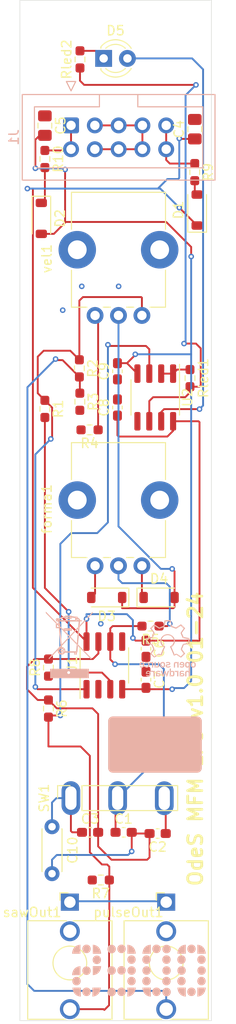
<source format=kicad_pcb>
(kicad_pcb (version 20221018) (generator pcbnew)
  (layers (0 "F.Cu" signal) (31 "B.Cu" signal) (34 "B.Paste" user) (35 "F.Paste" user) (36 "B.SilkS" user "B.Silkscreen") (37 "F.SilkS" user "F.Silkscreen") (38 "B.Mask" user) (39 "F.Mask" user) (44 "Edge.Cuts" user))
  (net 0 "")
  (net 1 "Net-(U1A-+)")
  (net 2 "Net-(C1-Pad2)")
  (net 3 "Net-(R5-Pad1)")
  (net 4 "Net-(SW1-B)")
  (net 5 "Net-(R4-Pad1)")
  (net 6 "GND")
  (net 7 "Net-(R2-Pad2)")
  (net 8 "Net-(R1-Pad1)")
  (net 9 "-12V")
  (net 10 "+12V")
  (net 11 "Net-(D4-K)")
  (net 12 "Net-(D3-K)")
  (net 13 "Net-(D3-A)")
  (net 14 "Net-(D2-K)")
  (net 15 "Net-(D1-A)")
  (net 16 "Net-(SW1-C)")
  (net 17 "Net-(SW1-A)")
  (net 20 "led")
  (net 21 "Net-(U2A--)")
  (net 22 "Net-(U2B--)")
  (net 23 "Net-(D5-KA)")
  (net 24 "Net-(D5-AK)")
  (net 25 "Net-(J1-Pin_1)")
  (net 26 "Net-(J1-Pin_10)")
  (footprint "Capacitor_SMD:C_0805_2012Metric_Pad1.18x1.45mm_HandSolder" (layer "F.Cu") (at 119.253 60.3465 90)
    (fp_text reference "C4")
    (fp_text value "10uF")
  )
  (footprint "Resistor_SMD:R_0603_1608Metric_Pad0.98x0.95mm_HandSolder" (layer "F.Cu") (at 103.251 90.1465 -90)
    (fp_text reference "R1")
    (fp_text value "150k")
  )
  (footprint "Package_SO:SOP-8_3.76x4.96mm_P1.27mm" (layer "F.Cu") (at 109.601 117.4725 90)
    (fp_text reference "U1")
    (fp_text value "TL072")
  )
  (footprint "Resistor_SMD:R_0603_1608Metric_Pad0.98x0.95mm_HandSolder" (layer "F.Cu") (at 106.9848 89.3807 -90)
    (fp_text reference "R3")
    (fp_text value "1k")
  )
  (footprint "Diode_SMD:D_SOD-123" (layer "F.Cu") (at 102.87 69.849 -90)
    (fp_text reference "D2")
    (fp_text value "1N4001")
  )
  (footprint "Resistor_SMD:R_0603_1608Metric_Pad0.98x0.95mm_HandSolder" (layer "F.Cu") (at 119.253 64.9205 -90)
    (fp_text reference "R9")
    (fp_text value "10r")
  )
  (footprint "0deS:colader" (layer "F.Cu") (at 105.94 131.61 90)
    (fp_text reference "SW1")
    (fp_text value "SW_SPDT")
  )
  (footprint "Resistor_SMD:R_0603_1608Metric_Pad0.98x0.95mm_HandSolder" (layer "F.Cu") (at 103.251 63.5235 -90)
    (fp_text reference "R10")
    (fp_text value "10r")
  )
  (footprint "0deS:PotGndPin1" (layer "F.Cu") (at 113.61 106.86 90)
    (fp_text reference "forma1")
    (fp_text value "500k")
  )
  (footprint "Capacitor_SMD:C_0603_1608Metric_Pad1.08x0.95mm_HandSolder" (layer "F.Cu") (at 108.077 135.255)
    (fp_text reference "C3")
    (fp_text value "1uf")
  )
  (footprint "Capacitor_SMD:C_0603_1608Metric_Pad1.08x0.95mm_HandSolder" (layer "F.Cu") (at 111 86.1375 90)
    (fp_text reference "C9")
    (fp_text value "100nF")
  )
  (footprint "Resistor_SMD:R_0603_1608Metric_Pad0.98x0.95mm_HandSolder" (layer "F.Cu") (at 108.0243 92.3798 180)
    (fp_text reference "R4")
    (fp_text value "4.7k")
  )
  (footprint "Resistor_SMD:R_0603_1608Metric_Pad0.98x0.95mm_HandSolder" (layer "F.Cu") (at 109.22 140.335 180)
    (fp_text reference "R7")
    (fp_text value "1k")
  )
  (footprint "Capacitor_SMD:C_0603_1608Metric_Pad1.08x0.95mm_HandSolder" (layer "F.Cu") (at 115.2895 135.382 180)
    (fp_text reference "C2")
    (fp_text value "0.1uf")
  )
  (footprint "Capacitor_SMD:C_0603_1608Metric_Pad1.08x0.95mm_HandSolder" (layer "F.Cu") (at 111 90 90)
    (fp_text reference "C8")
    (fp_text value "100nF")
  )
  (footprint "Resistor_SMD:R_0603_1608Metric_Pad0.98x0.95mm_HandSolder" (layer "F.Cu") (at 107 52.9125 90)
    (fp_text reference "Rled2")
    (fp_text value "1k")
  )
  (footprint "Capacitor_SMD:C_0603_1608Metric_Pad1.08x0.95mm_HandSolder" (layer "F.Cu") (at 114.046 115.697 -90)
    (fp_text reference "C6")
    (fp_text value "100nF")
  )
  (footprint "Resistor_SMD:R_0603_1608Metric_Pad0.98x0.95mm_HandSolder" (layer "F.Cu") (at 103.632 117.7055 90)
    (fp_text reference "R8")
    (fp_text value "100k")
  )
  (footprint "0deS:jackEuroTSTN" (layer "F.Cu") (at 116.2074 149.1646)
    (fp_text reference "pulseOut1")
    (fp_text value "AudioJack2_SwitchT")
  )
  (footprint "Capacitor_THT:C_Disc_D4.3mm_W1.9mm_P5.00mm" (layer "F.Cu") (at 104.013 134.66 -90)
    (fp_text reference "C10")
    (fp_text value "0.1uf")
  )
  (footprint "Diode_SMD:D_SOD-123" (layer "F.Cu") (at 119.507 68.961 90)
    (fp_text reference "D1")
    (fp_text value "1N4001")
  )
  (footprint "Resistor_SMD:R_0603_1608Metric_Pad0.98x0.95mm_HandSolder" (layer "F.Cu") (at 103.632 122.0705 -90)
    (fp_text reference "R6")
    (fp_text value "1k")
  )
  (footprint "LED_THT:LED_D3.0mm_Clear" (layer "F.Cu") (at 109.5248 52.8066)
    (fp_text reference "D5")
    (fp_text value "LED_Dual_Bidirectional")
  )
  (footprint "Resistor_SMD:R_0603_1608Metric_Pad0.98x0.95mm_HandSolder" (layer "F.Cu") (at 114.5305 113.284 180)
    (fp_text reference "R5")
    (fp_text value "10k")
  )
  (footprint "Diode_SMD:D_SOD-123" (layer "F.Cu") (at 109.855 110.236 180)
    (fp_text reference "D3")
    (fp_text value "1n4148")
  )
  (footprint "0deS:jackEuroTSTN" (layer "F.Cu") (at 105.9204 149.1646)
    (fp_text reference "sawOut1")
    (fp_text value "AudioJack2_SwitchT")
  )
  (footprint "Capacitor_SMD:C_0603_1608Metric_Pad1.08x0.95mm_HandSolder" (layer "F.Cu") (at 114.046 118.999 -90)
    (fp_text reference "C7")
    (fp_text value "100nF")
  )
  (footprint "Capacitor_SMD:C_0805_2012Metric_Pad1.18x1.45mm_HandSolder" (layer "F.Cu") (at 103.251 59.9655 -90)
    (fp_text reference "C5")
    (fp_text value "10uF")
  )
  (footprint "Diode_SMD:D_SOD-123" (layer "F.Cu") (at 115.444 110.236)
    (fp_text reference "D4")
    (fp_text value "1n4148")
  )
  (footprint "0deS:PotGndPin1" (layer "F.Cu") (at 113.61 80.19 90)
    (fp_text reference "vel1")
    (fp_text value "100k")
  )
  (footprint "Resistor_SMD:R_0603_1608Metric_Pad0.98x0.95mm_HandSolder" (layer "F.Cu") (at 118.745 86.868 -90)
    (fp_text reference "Rled1")
    (fp_text value "1k")
  )
  (footprint "Package_SO:SOP-8_3.76x4.96mm_P1.27mm" (layer "F.Cu") (at 115.0366 88.9254 -90)
    (fp_text reference "U2")
    (fp_text value "TL072")
  )
  (footprint "Capacitor_SMD:C_0603_1608Metric_Pad1.08x0.95mm_HandSolder" (layer "F.Cu") (at 111.6595 135.255)
    (fp_text reference "C1")
    (fp_text value "0.1uf")
  )
  (footprint "Resistor_SMD:R_0603_1608Metric_Pad0.98x0.95mm_HandSolder" (layer "F.Cu") (at 106.934 85.8285 -90)
    (fp_text reference "R2")
    (fp_text value "2.2k")
  )
  (footprint "Connector_IDC:IDC-Header_2x05_P2.54mm_Vertical" (layer "B.Cu") (at 106.045 59.944 -90)
    (fp_text reference "J1")
    (fp_text value "Conn_02x05_Odd_Even")
  )
  (gr_poly (pts (xy 106.606212 150.646108) (xy 106.583006 150.64781) (xy 106.560211 150.650616) (xy 106.537851 150.654503) (xy 106.51595 150.659446) (xy 106.494531 150.66542) (xy 106.473618 150.672402) (xy 106.453235 150.680367) (xy 106.433405 150.68929) (xy 106.414153 150.699148) (xy 106.395501 150.709915) (xy 106.377474 150.721568) (xy 106.360096 150.734082) (xy 106.343389 150.747433) (xy 106.327378 150.761597) (xy 106.312086 150.776548) (xy 106.297537 150.792264) (xy 106.283756 150.808718) (xy 106.270764 150.825888) (xy 106.258587 150.843749) (xy 106.247248 150.862276) (xy 106.236771 150.881445) (xy 106.227179 150.901232) (xy 106.218496 150.921612) (xy 106.210745 150.942561) (xy 106.203952 150.964054) (xy 106.198138 150.986068) (xy 106.193328 151.008578) (xy 106.189546 151.031559) (xy 106.186815 151.054987) (xy 106.185159 151.078839) (xy 106.184602 151.103088) (xy 106.185159 151.127369) (xy 106.186815 151.151248) (xy 106.189546 151.174699) (xy 106.193328 151.1977) (xy 106.198138 151.220227) (xy 106.203952 151.242254) (xy 106.210745 151.263757) (xy 106.218496 151.284714) (xy 106.227179 151.305099) (xy 106.236771 151.324888) (xy 106.247248 151.344057) (xy 106.258587 151.362583) (xy 106.270764 151.38044) (xy 106.283756 151.397605) (xy 106.297537 151.414053) (xy 106.312086 151.429761) (xy 106.327378 151.444704) (xy 106.343389 151.458858) (xy 106.360096 151.472198) (xy 106.377474 151.484702) (xy 106.395501 151.496344) (xy 106.414153 151.5071) (xy 106.433405 151.516947) (xy 106.453235 151.52586) (xy 106.473618 151.533814) (xy 106.494531 151.540787) (xy 106.51595 151.546753) (xy 106.537851 151.551688) (xy 106.560211 151.555569) (xy 106.583006 151.558371) (xy 106.606212 151.56007) (xy 106.629806 151.560641) (xy 106.653431 151.56007) (xy 106.676667 151.558371) (xy 106.69949 151.555569) (xy 106.721876 151.551688) (xy 106.743802 151.546753) (xy 106.765244 151.540787) (xy 106.786178 151.533814) (xy 106.80658 151.52586) (xy 106.826428 151.516947) (xy 106.845697 151.5071) (xy 106.864363 151.496344) (xy 106.882404 151.484702) (xy 106.899795 151.472198) (xy 106.916513 151.458858) (xy 106.932534 151.444704) (xy 106.947835 151.429761) (xy 106.962391 151.414053) (xy 106.97618 151.397605) (xy 106.989177 151.38044) (xy 107.001359 151.362583) (xy 107.012703 151.344057) (xy 107.023184 151.324888) (xy 107.032779 151.305099) (xy 107.041464 151.284714) (xy 107.049216 151.263757) (xy 107.056012 151.242254) (xy 107.061826 151.220227) (xy 107.066637 151.1977) (xy 107.07042 151.174699) (xy 107.073151 151.151248) (xy 107.074807 151.127369) (xy 107.075364 151.103088) (xy 107.074807 151.078839) (xy 107.073151 151.054987) (xy 107.07042 151.031559) (xy 107.066637 151.008578) (xy 107.061826 150.986068) (xy 107.056012 150.964054) (xy 107.049216 150.942561) (xy 107.041464 150.921612) (xy 107.032779 150.901232) (xy 107.023184 150.881445) (xy 107.012703 150.862276) (xy 107.001359 150.843749) (xy 106.989177 150.825888) (xy 106.97618 150.808718) (xy 106.962391 150.792264) (xy 106.947835 150.776548) (xy 106.932534 150.761597) (xy 106.916513 150.747433) (xy 106.899795 150.734082) (xy 106.882404 150.721568) (xy 106.864363 150.709915) (xy 106.845697 150.699148) (xy 106.826428 150.68929) (xy 106.80658 150.680367) (xy 106.786178 150.672402) (xy 106.765244 150.66542) (xy 106.743802 150.659446) (xy 106.721876 150.654503) (xy 106.69949 150.650616) (xy 106.676667 150.64781) (xy 106.653431 150.646108) (xy 106.629806 150.645535)) (fill solid) (layer "B.SilkS"))
  (gr_poly (pts (xy 106.2 151.85) (xy 106.205511 151.901366) (xy 106.212754 151.951474) (xy 106.221708 152.000302) (xy 106.232354 152.04783) (xy 106.244672 152.094035) (xy 106.258642 152.138896) (xy 106.274243 152.182392) (xy 106.291456 152.224502) (xy 106.31026 152.265204) (xy 106.330637 152.304477) (xy 106.352566 152.342299) (xy 106.376026 152.378649) (xy 106.400999 152.413506) (xy 106.427463 152.446848) (xy 106.4554 152.478654) (xy 106.484788 152.508902) (xy 106.515609 152.537572) (xy 106.547842 152.564641) (xy 106.581468 152.590088) (xy 106.616465 152.613893) (xy 106.652815 152.636033) (xy 106.690497 152.656487) (xy 106.729492 152.675234) (xy 106.769779 152.692252) (xy 106.811338 152.707521) (xy 106.85415 152.721018) (xy 106.898195 152.732722) (xy 106.943452 152.742612) (xy 106.989901 152.750667) (xy 107.037524 152.756865) (xy 107.086299 152.761185) (xy 107.086299 151.797397) (xy 106.19624 151.797397)) (fill solid) (layer "B.SilkS"))
  (gr_poly (pts (xy 108.772622 148.381615) (xy 108.749389 148.383317) (xy 108.726571 148.386123) (xy 108.704191 148.39001) (xy 108.682273 148.394953) (xy 108.660841 148.400927) (xy 108.639918 148.407909) (xy 108.619527 148.415874) (xy 108.599693 148.424797) (xy 108.580438 148.434655) (xy 108.561786 148.445422) (xy 108.54376 148.457075) (xy 108.526385 148.469589) (xy 108.509683 148.48294) (xy 108.493679 148.497104) (xy 108.478395 148.512055) (xy 108.463855 148.527771) (xy 108.450083 148.544225) (xy 108.437102 148.561395) (xy 108.424935 148.579256) (xy 108.413607 148.597783) (xy 108.403141 148.616952) (xy 108.39356 148.636739) (xy 108.384887 148.657119) (xy 108.377147 148.678068) (xy 108.370362 148.699561) (xy 108.364557 148.721575) (xy 108.359755 148.744085) (xy 108.355978 148.767066) (xy 108.353252 148.790494) (xy 108.351599 148.814346) (xy 108.351043 148.838595) (xy 108.351599 148.862876) (xy 108.353252 148.886754) (xy 108.355978 148.910206) (xy 108.359755 148.933207) (xy 108.364557 148.955733) (xy 108.370362 148.97776) (xy 108.377147 148.999264) (xy 108.384887 149.02022) (xy 108.39356 149.040605) (xy 108.403141 149.060395) (xy 108.413607 149.079564) (xy 108.424935 149.098089) (xy 108.437102 149.115946) (xy 108.450083 149.133111) (xy 108.463855 149.14956) (xy 108.478395 149.165267) (xy 108.493679 149.18021) (xy 108.509683 149.194364) (xy 108.526385 149.207705) (xy 108.54376 149.220208) (xy 108.561786 149.23185) (xy 108.580438 149.242607) (xy 108.599693 149.252453) (xy 108.619527 149.261366) (xy 108.639918 149.269321) (xy 108.660841 149.276293) (xy 108.682273 149.282259) (xy 108.704191 149.287195) (xy 108.726571 149.291075) (xy 108.749389 149.293877) (xy 108.772622 149.295576) (xy 108.796246 149.296148) (xy 108.819871 149.295576) (xy 108.843104 149.293877) (xy 108.865922 149.291075) (xy 108.888302 149.287195) (xy 108.91022 149.282259) (xy 108.931652 149.276293) (xy 108.952575 149.269321) (xy 108.972966 149.261366) (xy 108.992801 149.252453) (xy 109.012056 149.242607) (xy 109.030708 149.23185) (xy 109.048733 149.220208) (xy 109.066109 149.207705) (xy 109.08281 149.194364) (xy 109.098815 149.18021) (xy 109.114099 149.165267) (xy 109.128639 149.14956) (xy 109.142411 149.133111) (xy 109.155392 149.115946) (xy 109.167559 149.098089) (xy 109.178887 149.079564) (xy 109.189354 149.060395) (xy 109.198935 149.040605) (xy 109.207607 149.02022) (xy 109.215348 148.999264) (xy 109.222132 148.97776) (xy 109.227938 148.955733) (xy 109.23274 148.933207) (xy 109.236516 148.910206) (xy 109.239243 148.886754) (xy 109.240896 148.862876) (xy 109.241452 148.838595) (xy 109.240896 148.814346) (xy 109.239243 148.790494) (xy 109.236516 148.767066) (xy 109.23274 148.744085) (xy 109.227938 148.721575) (xy 109.222132 148.699561) (xy 109.215348 148.678068) (xy 109.207607 148.657119) (xy 109.198935 148.636739) (xy 109.189354 148.616952) (xy 109.178887 148.597783) (xy 109.167559 148.579256) (xy 109.155392 148.561395) (xy 109.142411 148.544225) (xy 109.128639 148.527771) (xy 109.114099 148.512055) (xy 109.098815 148.497104) (xy 109.08281 148.48294) (xy 109.066109 148.469589) (xy 109.048733 148.457075) (xy 109.030708 148.445422) (xy 109.012056 148.434655) (xy 108.992801 148.424797) (xy 108.972966 148.415874) (xy 108.952575 148.407909) (xy 108.931652 148.400927) (xy 108.91022 148.394953) (xy 108.888302 148.39001) (xy 108.865922 148.386123) (xy 108.843104 148.383317) (xy 108.819871 148.381615) (xy 108.796246 148.381042)) (fill solid) (layer "B.SilkS"))
  (gr_poly (pts (xy 118.241502 147.2305) (xy 118.19267 147.23637) (xy 118.145166 147.244043) (xy 118.099001 147.253506) (xy 118.054189 147.264744) (xy 118.010743 147.277744) (xy 117.968674 147.292494) (xy 117.927996 147.308979) (xy 117.88872 147.327187) (xy 117.850861 147.347104) (xy 117.814429 147.368716) (xy 117.779438 147.392011) (xy 117.745901 147.416974) (xy 117.71383 147.443593) (xy 117.683237 147.471854) (xy 117.654135 147.501744) (xy 117.626538 147.53325) (xy 117.600456 147.566357) (xy 117.575904 147.601053) (xy 117.552893 147.637325) (xy 117.531436 147.675158) (xy 117.511547 147.71454) (xy 117.493236 147.755457) (xy 117.476517 147.797896) (xy 117.461403 147.841843) (xy 117.447907 147.887285) (xy 117.43604 147.934209) (xy 117.425815 147.982602) (xy 117.417245 148.032449) (xy 117.410343 148.083738) (xy 117.401591 148.190587) (xy 118.291649 148.190587) (xy 118.291649 147.226446)) (fill solid) (layer "B.SilkS"))
  (gr_poly (pts (xy 111.40865 149.502671) (xy 111.385417 149.504372) (xy 111.362599 149.507179) (xy 111.340219 149.511066) (xy 111.318301 149.516008) (xy 111.296869 149.521983) (xy 111.275946 149.528965) (xy 111.255555 149.536929) (xy 111.235721 149.545853) (xy 111.216465 149.55571) (xy 111.197813 149.566478) (xy 111.179788 149.578131) (xy 111.162413 149.590645) (xy 111.145711 149.603996) (xy 111.129706 149.618159) (xy 111.114422 149.633111) (xy 111.099882 149.648826) (xy 111.08611 149.665281) (xy 111.073129 149.682451) (xy 111.060962 149.700312) (xy 111.049634 149.718839) (xy 111.039168 149.738008) (xy 111.029586 149.757794) (xy 111.020914 149.778174) (xy 111.013173 149.799123) (xy 111.006389 149.820617) (xy 111.000584 149.84263) (xy 110.995781 149.86514) (xy 110.992005 149.888121) (xy 110.989278 149.91155) (xy 110.987625 149.935401) (xy 110.987069 149.959651) (xy 110.987625 149.983933) (xy 110.989278 150.007814) (xy 110.992005 150.03127) (xy 110.995781 150.054278) (xy 111.000584 150.076812) (xy 111.006389 150.098848) (xy 111.013173 150.120363) (xy 111.020914 150.141331) (xy 111.029586 150.161729) (xy 111.039168 150.181532) (xy 111.049634 150.200716) (xy 111.060962 150.219256) (xy 111.073129 150.237129) (xy 111.08611 150.25431) (xy 111.099882 150.270775) (xy 111.114422 150.286499) (xy 111.129706 150.301458) (xy 111.145711 150.315629) (xy 111.162413 150.328985) (xy 111.179788 150.341505) (xy 111.197813 150.353162) (xy 111.216465 150.363933) (xy 111.235721 150.373793) (xy 111.255555 150.382719) (xy 111.275946 150.390686) (xy 111.296869 150.397669) (xy 111.318301 150.403644) (xy 111.340219 150.408588) (xy 111.362599 150.412475) (xy 111.385417 150.415281) (xy 111.40865 150.416983) (xy 111.432275 150.417556) (xy 111.455868 150.416983) (xy 111.479074 150.415281) (xy 111.501869 150.412475) (xy 111.524229 150.408588) (xy 111.54613 150.403644) (xy 111.567549 150.397669) (xy 111.588462 150.390686) (xy 111.608845 150.382719) (xy 111.628675 150.373793) (xy 111.647927 150.363933) (xy 111.666579 150.353162) (xy 111.684606 150.341505) (xy 111.701985 150.328985) (xy 111.718692 150.315629) (xy 111.734703 150.301458) (xy 111.749995 150.286499) (xy 111.764543 150.270775) (xy 111.778325 150.25431) (xy 111.791316 150.237129) (xy 111.803493 150.219256) (xy 111.814833 150.200716) (xy 111.82531 150.181532) (xy 111.834902 150.161729) (xy 111.843585 150.141331) (xy 111.851336 150.120363) (xy 111.85813 150.098848) (xy 111.863943 150.076812) (xy 111.868753 150.054278) (xy 111.872535 150.03127) (xy 111.875266 150.007814) (xy 111.876922 149.983933) (xy 111.877479 149.959651) (xy 111.876922 149.935401) (xy 111.875266 149.91155) (xy 111.872535 149.888121) (xy 111.868753 149.86514) (xy 111.863943 149.84263) (xy 111.85813 149.820617) (xy 111.851336 149.799123) (xy 111.843585 149.778174) (xy 111.834902 149.757794) (xy 111.82531 149.738008) (xy 111.814833 149.718839) (xy 111.803493 149.700312) (xy 111.791316 149.682451) (xy 111.778325 149.665281) (xy 111.764543 149.648826) (xy 111.749995 149.633111) (xy 111.734703 149.618159) (xy 111.718692 149.603996) (xy 111.701985 149.590645) (xy 111.684606 149.578131) (xy 111.666579 149.566478) (xy 111.647927 149.55571) (xy 111.628675 149.545853) (xy 111.608845 149.536929) (xy 111.588462 149.528965) (xy 111.567549 149.521983) (xy 111.54613 149.516008) (xy 111.524229 149.511066) (xy 111.501869 149.507179) (xy 111.479074 149.504372) (xy 111.455868 149.502671) (xy 111.432275 149.502098)) (fill solid) (layer "B.SilkS"))
  (gr_poly (pts (xy 118.879 147.215843) (xy 118.855767 147.217545) (xy 118.832949 147.220351) (xy 118.810569 147.224238) (xy 118.788652 147.229181) (xy 118.767219 147.235155) (xy 118.746296 147.242137) (xy 118.725906 147.250102) (xy 118.706071 147.259025) (xy 118.686816 147.268883) (xy 118.668164 147.27965) (xy 118.650138 147.291303) (xy 118.632763 147.303817) (xy 118.616061 147.317168) (xy 118.600056 147.331332) (xy 118.584772 147.346283) (xy 118.570232 147.361999) (xy 118.55646 147.378453) (xy 118.543479 147.395623) (xy 118.531313 147.413484) (xy 118.519984 147.432011) (xy 118.509518 147.45118) (xy 118.499937 147.470967) (xy 118.491264 147.491347) (xy 118.483524 147.512296) (xy 118.476739 147.533789) (xy 118.470934 147.555803) (xy 118.466131 147.578313) (xy 118.462355 147.601294) (xy 118.459629 147.624722) (xy 118.457976 147.648574) (xy 118.457419 147.672823) (xy 118.457976 147.697104) (xy 118.459629 147.720983) (xy 118.462355 147.744434) (xy 118.466131 147.767435) (xy 118.470934 147.789961) (xy 118.476739 147.811988) (xy 118.483524 147.833492) (xy 118.491264 147.854449) (xy 118.499937 147.874834) (xy 118.509518 147.894623) (xy 118.519984 147.913792) (xy 118.531313 147.932317) (xy 118.543479 147.950175) (xy 118.55646 147.967339) (xy 118.570232 147.983788) (xy 118.584772 147.999495) (xy 118.600056 148.014438) (xy 118.616061 148.028592) (xy 118.632763 148.041933) (xy 118.650138 148.054436) (xy 118.668164 148.066078) (xy 118.686816 148.076835) (xy 118.706071 148.086681) (xy 118.725906 148.095594) (xy 118.746296 148.103549) (xy 118.767219 148.110521) (xy 118.788652 148.116487) (xy 118.810569 148.121423) (xy 118.832949 148.125303) (xy 118.855767 148.128105) (xy 118.879 148.129804) (xy 118.902625 148.130376) (xy 118.926219 148.129804) (xy 118.949425 148.128105) (xy 118.972219 148.125303) (xy 118.994579 148.121423) (xy 119.016481 148.116487) (xy 119.0379 148.110521) (xy 119.058813 148.103549) (xy 119.079196 148.095594) (xy 119.099025 148.086681) (xy 119.118278 148.076835) (xy 119.13693 148.066078) (xy 119.154957 148.054436) (xy 119.172336 148.041933) (xy 119.189042 148.028592) (xy 119.205054 148.014438) (xy 119.220345 147.999495) (xy 119.234894 147.983788) (xy 119.248676 147.967339) (xy 119.261667 147.950175) (xy 119.273844 147.932317) (xy 119.285184 147.913792) (xy 119.295661 147.894623) (xy 119.305253 147.874834) (xy 119.313936 147.854449) (xy 119.321687 147.833492) (xy 119.328481 147.811988) (xy 119.334294 147.789961) (xy 119.339104 147.767435) (xy 119.342887 147.744434) (xy 119.345617 147.720983) (xy 119.347273 147.697104) (xy 119.347831 147.672823) (xy 119.347273 147.648574) (xy 119.345617 147.624722) (xy 119.342887 147.601294) (xy 119.339104 147.578313) (xy 119.334294 147.555803) (xy 119.328481 147.533789) (xy 119.321687 147.512296) (xy 119.313936 147.491347) (xy 119.305253 147.470967) (xy 119.295661 147.45118) (xy 119.285184 147.432011) (xy 119.273844 147.413484) (xy 119.261667 147.395623) (xy 119.248676 147.378453) (xy 119.234894 147.361999) (xy 119.220345 147.346283) (xy 119.205054 147.331332) (xy 119.189042 147.317168) (xy 119.172336 147.303817) (xy 119.154957 147.291303) (xy 119.13693 147.27965) (xy 119.118278 147.268883) (xy 119.099025 147.259025) (xy 119.079196 147.250102) (xy 119.058813 147.242137) (xy 119.0379 147.235155) (xy 119.016481 147.229181) (xy 118.994579 147.224238) (xy 118.972219 147.220351) (xy 118.949425 147.217545) (xy 118.926219 147.215843) (xy 118.902625 147.21527)) (fill solid) (layer "B.SilkS"))
  (gr_poly (pts (xy 108.366988 150.474486) (xy 108.415762 150.470167) (xy 108.463382 150.463969) (xy 108.509827 150.455914) (xy 108.555078 150.446024) (xy 108.599115 150.434319) (xy 108.641918 150.420822) (xy 108.683469 150.405554) (xy 108.723745 150.388536) (xy 108.762729 150.369789) (xy 108.800401 150.349334) (xy 108.836739 150.327195) (xy 108.871726 150.30339) (xy 108.90534 150.277943) (xy 108.937563 150.250874) (xy 108.968374 150.222204) (xy 108.997754 150.191956) (xy 109.025683 150.16015) (xy 109.052141 150.126808) (xy 109.077108 150.091951) (xy 109.100565 150.055601) (xy 109.122492 150.017779) (xy 109.142869 149.978506) (xy 109.161676 149.937804) (xy 109.178894 149.895694) (xy 109.194502 149.852198) (xy 109.208482 149.807337) (xy 109.220813 149.761131) (xy 109.231475 149.713604) (xy 109.24045 149.664776) (xy 109.247716 149.614668) (xy 109.257045 149.510698) (xy 108.366988 149.510698)) (fill solid) (layer "B.SilkS"))
  (gr_poly (pts (xy 119.946117 148.359071) (xy 119.922884 148.360773) (xy 119.900066 148.36358) (xy 119.877686 148.367467) (xy 119.855768 148.37241) (xy 119.834336 148.378386) (xy 119.813413 148.385369) (xy 119.793022 148.393335) (xy 119.773188 148.402261) (xy 119.753932 148.412121) (xy 119.73528 148.422892) (xy 119.717255 148.43455) (xy 119.69988 148.447069) (xy 119.683178 148.460426) (xy 119.667173 148.474596) (xy 119.651889 148.489555) (xy 119.637349 148.50528) (xy 119.623577 148.521744) (xy 119.610596 148.538925) (xy 119.598429 148.556798) (xy 119.587101 148.575339) (xy 119.576635 148.594523) (xy 119.567053 148.614326) (xy 119.558381 148.634724) (xy 119.55064 148.655692) (xy 119.543856 148.677206) (xy 119.538051 148.699243) (xy 119.533248 148.721777) (xy 119.529472 148.744785) (xy 119.526745 148.768241) (xy 119.525092 148.792122) (xy 119.524536 148.816404) (xy 119.525092 148.840654) (xy 119.526745 148.864505) (xy 119.529472 148.887934) (xy 119.533248 148.910915) (xy 119.538051 148.933424) (xy 119.543856 148.955438) (xy 119.55064 148.976932) (xy 119.558381 148.997881) (xy 119.567053 149.01826) (xy 119.576635 149.038047) (xy 119.587101 149.057216) (xy 119.598429 149.075743) (xy 119.610596 149.093604) (xy 119.623577 149.110773) (xy 119.637349 149.127228) (xy 119.651889 149.142944) (xy 119.667173 149.157895) (xy 119.683178 149.172059) (xy 119.69988 149.18541) (xy 119.717255 149.197924) (xy 119.73528 149.209577) (xy 119.753932 149.220344) (xy 119.773188 149.230202) (xy 119.793022 149.239125) (xy 119.813413 149.24709) (xy 119.834336 149.254071) (xy 119.855768 149.260046) (xy 119.877686 149.264989) (xy 119.900066 149.268875) (xy 119.922884 149.271682) (xy 119.946117 149.273384) (xy 119.969742 149.273956) (xy 119.993335 149.273384) (xy 120.016541 149.271682) (xy 120.039336 149.268875) (xy 120.061696 149.264989) (xy 120.083598 149.260046) (xy 120.105017 149.254071) (xy 120.125929 149.24709) (xy 120.146313 149.239125) (xy 120.166142 149.230202) (xy 120.185395 149.220344) (xy 120.204047 149.209577) (xy 120.222074 149.197924) (xy 120.239453 149.18541) (xy 120.256159 149.172059) (xy 120.272171 149.157895) (xy 120.287462 149.142944) (xy 120.302011 149.127228) (xy 120.315793 149.110773) (xy 120.328784 149.093604) (xy 120.340961 149.075743) (xy 120.3523 149.057216) (xy 120.362778 149.038047) (xy 120.37237 149.01826) (xy 120.381053 148.997881) (xy 120.388804 148.976932) (xy 120.395597 148.955438) (xy 120.401411 148.933424) (xy 120.406221 148.910915) (xy 120.410003 148.887934) (xy 120.412734 148.864505) (xy 120.41439 148.840654) (xy 120.414947 148.816404) (xy 120.41439 148.792122) (xy 120.412734 148.768241) (xy 120.410003 148.744785) (xy 120.406221 148.721777) (xy 120.401411 148.699243) (xy 120.395597 148.677206) (xy 120.388804 148.655692) (xy 120.381053 148.634724) (xy 120.37237 148.614326) (xy 120.362778 148.594523) (xy 120.3523 148.575339) (xy 120.340961 148.556798) (xy 120.328784 148.538925) (xy 120.315793 148.521744) (xy 120.302011 148.50528) (xy 120.287462 148.489555) (xy 120.272171 148.474596) (xy 120.256159 148.460426) (xy 120.239453 148.447069) (xy 120.222074 148.43455) (xy 120.204047 148.422892) (xy 120.185395 148.412121) (xy 120.166142 148.402261) (xy 120.146313 148.393335) (xy 120.125929 148.385369) (xy 120.105017 148.378386) (xy 120.083598 148.37241) (xy 120.061696 148.367467) (xy 120.039336 148.36358) (xy 120.016541 148.360773) (xy 119.993335 148.359071) (xy 119.969742 148.358499)) (fill solid) (layer "B.SilkS"))
  (gr_poly (pts (xy 117.405382 151.85) (xy 117.41092 151.901366) (xy 117.418186 151.951474) (xy 117.427161 152.000302) (xy 117.437823 152.04783) (xy 117.450154 152.094035) (xy 117.464134 152.138896) (xy 117.479742 152.182392) (xy 117.49696 152.224502) (xy 117.515767 152.265204) (xy 117.536144 152.304477) (xy 117.558071 152.342299) (xy 117.581528 152.378649) (xy 117.606496 152.413506) (xy 117.632954 152.446848) (xy 117.660882 152.478654) (xy 117.690262 152.508902) (xy 117.721074 152.537572) (xy 117.753296 152.564641) (xy 117.786911 152.590088) (xy 117.821897 152.613893) (xy 117.858236 152.636033) (xy 117.895907 152.656487) (xy 117.934891 152.675234) (xy 117.975168 152.692252) (xy 118.016718 152.707521) (xy 118.059522 152.721018) (xy 118.103559 152.732722) (xy 118.14881 152.742612) (xy 118.195255 152.750667) (xy 118.242875 152.756865) (xy 118.291649 152.761185) (xy 118.291649 151.797397) (xy 117.401591 151.797397)) (fill solid) (layer "B.SilkS"))
  (gr_poly (pts (xy 113.6 117.1) (xy 113.587244 117.100847) (xy 113.574631 117.10225) (xy 113.562181 117.1042) (xy 113.549912 117.106692) (xy 113.537843 117.109716) (xy 113.525992 117.113266) (xy 113.514378 117.117334) (xy 113.503019 117.121913) (xy 113.491935 117.126995) (xy 113.481143 117.132572) (xy 113.470662 117.138638) (xy 113.460512 117.145185) (xy 113.45071 117.152205) (xy 113.441275 117.15969) (xy 113.432225 117.167634) (xy 113.42358 117.176029) (xy 113.415358 117.184867) (xy 113.407578 117.194141) (xy 113.400257 117.203844) (xy 113.393415 117.213967) (xy 113.387071 117.224504) (xy 113.381243 117.235446) (xy 113.375949 117.246787) (xy 113.371208 117.258519) (xy 113.367039 117.270635) (xy 113.36346 117.283127) (xy 113.36049 117.295987) (xy 113.358148 117.309208) (xy 113.356452 117.322783) (xy 113.355421 117.336704) (xy 113.355073 117.350963) (xy 113.355073 117.4496) (xy 113.744961 117.4496) (xy 113.744778 117.458588) (xy 113.744234 117.467295) (xy 113.743336 117.475721) (xy 113.742091 117.483866) (xy 113.740507 117.49173) (xy 113.73859 117.499312) (xy 113.736349 117.506611) (xy 113.733789 117.513628) (xy 113.730919 117.520363) (xy 113.727745 117.526814) (xy 113.724275 117.532982) (xy 113.720516 117.538866) (xy 113.716475 117.544466) (xy 113.71216 117.549782) (xy 113.707577 117.554813) (xy 113.702734 117.55956) (xy 113.697638 117.564021) (xy 113.692296 117.568196) (xy 113.686715 117.572086) (xy 113.680903 117.575689) (xy 113.674867 117.579006) (xy 113.668614 117.582036) (xy 113.662151 117.58478) (xy 113.655486 117.587235) (xy 113.648625 117.589403) (xy 113.641577 117.591283) (xy 113.634347 117.592874) (xy 113.626943 117.594177) (xy 113.619373 117.595191) (xy 113.611644 117.595916) (xy 113.595737 117.596496) (xy 113.586653 117.596249) (xy 113.577516 117.595515) (xy 113.568352 117.594302) (xy 113.559188 117.592619) (xy 113.55005 117.590475) (xy 113.540965 117.587878) (xy 113.531958 117.584837) (xy 113.523056 117.581361) (xy 113.514286 117.577459) (xy 113.505673 117.573138) (xy 113.497245 117.568408) (xy 113.489028 117.563277) (xy 113.481047 117.557754) (xy 113.473329 117.551849) (xy 113.465901 117.545568) (xy 113.458789 117.538922) (xy 113.367561 117.612793) (xy 113.379325 117.625107) (xy 113.391503 117.6365) (xy 113.404074 117.64699) (xy 113.417015 117.656595) (xy 113.430305 117.665332) (xy 113.443921 117.673218) (xy 113.457842 117.68027) (xy 113.472045 117.686506) (xy 113.486508 117.691944) (xy 113.50121 117.6966) (xy 113.516129 117.700492) (xy 113.531242 117.703638) (xy 113.546527 117.706054) (xy 113.561963 117.707759) (xy 113.577527 117.708769) (xy 113.593197 117.709102) (xy 113.617489 117.708381) (xy 113.642018 117.706097) (xy 113.666535 117.702063) (xy 113.690791 117.696094) (xy 113.714538 117.688006) (xy 113.726142 117.683109) (xy 113.737526 117.677613) (xy 113.748658 117.671495) (xy 113.759506 117.664731) (xy 113.770041 117.657298) (xy 113.78023 117.649174) (xy 113.790043 117.640334) (xy 113.799448 117.630756) (xy 113.808415 117.620418) (xy 113.816911 117.609294) (xy 113.824907 117.597363) (xy 113.832371 117.584602) (xy 113.839272 117.570986) (xy 113.845578 117.556494) (xy 113.85126 117.541101) (xy 113.856284 117.524786) (xy 113.860621 117.507524) (xy 113.864239 117.489292) (xy 113.867108 117.470068) (xy 113.869195 117.449828) (xy 113.87047 117.428549) (xy 113.870902 117.406208) (xy 113.870506 117.384974) (xy 113.869335 117.364641) (xy 113.867986 117.350963) (xy 113.744961 117.350963) (xy 113.481014 117.350963) (xy 113.481518 117.342614) (xy 113.482311 117.334514) (xy 113.483389 117.326664) (xy 113.484744 117.319066) (xy 113.486373 117.311719) (xy 113.488268 117.304626) (xy 113.490425 117.297787) (xy 113.492838 117.291204) (xy 113.495501 117.284877) (xy 113.498408 117.278807) (xy 113.501555 117.272996) (xy 113.504934 117.267445) (xy 113.508542 117.262154) (xy 113.512372 117.257125) (xy 113.516418 117.252358) (xy 113.520675 117.247856) (xy 113.525137 117.243618) (xy 113.529799 117.239645) (xy 113.534655 117.23594) (xy 113.5397 117.232503) (xy 113.544927 117.229334) (xy 113.550331 117.226436) (xy 113.555907 117.223809) (xy 113.561649 117.221454) (xy 113.567551 117.219372) (xy 113.573608 117.217564) (xy 113.579813 117.216031) (xy 113.586163 117.214775) (xy 113.59265 117.213796) (xy 113.599269 117.213096) (xy 113.606015 117.212674) (xy 113.612882 117.212534) (xy 113.619772 117.212674) (xy 113.626546 117.213096) (xy 113.633198 117.213796) (xy 113.639723 117.214775) (xy 113.646113 117.216031) (xy 113.652363 117.217564) (xy 113.658466 117.219372) (xy 113.664416 117.221454) (xy 113.670206 117.223809) (xy 113.675831 117.226436) (xy 113.681284 117.229334) (xy 113.686559 117.232503) (xy 113.691649 117.23594) (xy 113.696549 117.239645) (xy 113.701251 117.243618) (xy 113.70575 117.247856) (xy 113.71004 117.252358) (xy 113.714113 117.257125) (xy 113.717965 117.262154) (xy 113.721588 117.267445) (xy 113.724976 117.272996) (xy 113.728124 117.278807) (xy 113.731024 117.284877) (xy 113.73367 117.291204) (xy 113.736057 117.297787) (xy 113.738177 117.304626) (xy 113.740026 117.311719) (xy 113.741595 117.319066) (xy 113.74288 117.326664) (xy 113.743873 117.334514) (xy 113.744569 117.342614) (xy 113.744961 117.350963) (xy 113.867986 117.350963) (xy 113.867417 117.345193) (xy 113.864781 117.326615) (xy 113.861455 117.308894) (xy 113.857466 117.292014) (xy 113.852842 117.27596) (xy 113.847612 117.260718) (xy 113.841804 117.246272) (xy 113.835445 117.232607) (xy 113.828563 117.21971) (xy 113.821186 117.207564) (xy 113.813343 117.196156) (xy 113.805062 117.18547) (xy 113.796369 117.175492) (xy 113.787294 117.166206) (xy 113.777865 117.157597) (xy 113.768108 117.149652) (xy 113.758053 117.142355) (xy 113.747727 117.135691) (xy 113.737158 117.129646) (xy 113.726375 117.124204) (xy 113.715404 117.119351) (xy 113.704275 117.115072) (xy 113.693015 117.111352) (xy 113.681652 117.108176) (xy 113.65873 117.103397) (xy 113.635732 117.100616) (xy 113.612882 117.099716)) (fill solid) (layer "B.SilkS"))
  (gr_poly (pts (xy 114.076562 150.646108) (xy 114.053356 150.64781) (xy 114.030561 150.650616) (xy 114.008201 150.654503) (xy 113.9863 150.659446) (xy 113.964881 150.66542) (xy 113.943968 150.672402) (xy 113.923585 150.680367) (xy 113.903755 150.68929) (xy 113.884502 150.699148) (xy 113.865851 150.709915) (xy 113.847824 150.721568) (xy 113.830445 150.734082) (xy 113.813738 150.747433) (xy 113.797727 150.761597) (xy 113.782435 150.776548) (xy 113.767886 150.792264) (xy 113.754105 150.808718) (xy 113.741113 150.825888) (xy 113.728936 150.843749) (xy 113.717597 150.862276) (xy 113.70712 150.881445) (xy 113.697527 150.901232) (xy 113.688844 150.921612) (xy 113.681094 150.942561) (xy 113.6743 150.964054) (xy 113.668486 150.986068) (xy 113.663676 151.008578) (xy 113.659894 151.031559) (xy 113.657163 151.054987) (xy 113.655507 151.078839) (xy 113.65495 151.103088) (xy 113.655507 151.127369) (xy 113.657163 151.151248) (xy 113.659894 151.174699) (xy 113.663676 151.1977) (xy 113.668486 151.220227) (xy 113.6743 151.242254) (xy 113.681094 151.263757) (xy 113.688844 151.284714) (xy 113.697527 151.305099) (xy 113.70712 151.324888) (xy 113.717597 151.344057) (xy 113.728936 151.362583) (xy 113.741113 151.38044) (xy 113.754105 151.397605) (xy 113.767886 151.414053) (xy 113.782435 151.429761) (xy 113.797727 151.444704) (xy 113.813738 151.458858) (xy 113.830445 151.472198) (xy 113.847824 151.484702) (xy 113.865851 151.496344) (xy 113.884502 151.5071) (xy 113.903755 151.516947) (xy 113.923585 151.52586) (xy 113.943968 151.533814) (xy 113.964881 151.540787) (xy 113.9863 151.546753) (xy 114.008201 151.551688) (xy 114.030561 151.555569) (xy 114.053356 151.558371) (xy 114.076562 151.56007) (xy 114.100156 151.560641) (xy 114.12378 151.56007) (xy 114.147014 151.558371) (xy 114.169832 151.555569) (xy 114.192211 151.551688) (xy 114.214129 151.546753) (xy 114.235561 151.540787) (xy 114.256485 151.533814) (xy 114.276875 151.52586) (xy 114.29671 151.516947) (xy 114.315965 151.5071) (xy 114.334617 151.496344) (xy 114.352643 151.484702) (xy 114.370018 151.472198) (xy 114.38672 151.458858) (xy 114.402724 151.444704) (xy 114.418009 151.429761) (xy 114.432548 151.414053) (xy 114.446321 151.397605) (xy 114.459302 151.38044) (xy 114.471468 151.362583) (xy 114.482796 151.344057) (xy 114.493263 151.324888) (xy 114.502844 151.305099) (xy 114.511517 151.284714) (xy 114.519257 151.263757) (xy 114.526042 151.242254) (xy 114.531847 151.220227) (xy 114.536649 151.1977) (xy 114.540426 151.174699) (xy 114.543152 151.151248) (xy 114.544805 151.127369) (xy 114.545361 151.103088) (xy 114.544805 151.078839) (xy 114.543152 151.054987) (xy 114.540426 151.031559) (xy 114.536649 151.008578) (xy 114.531847 150.986068) (xy 114.526042 150.964054) (xy 114.519257 150.942561) (xy 114.511517 150.921612) (xy 114.502844 150.901232) (xy 114.493263 150.881445) (xy 114.482796 150.862276) (xy 114.471468 150.843749) (xy 114.459302 150.825888) (xy 114.446321 150.808718) (xy 114.432548 150.792264) (xy 114.418009 150.776548) (xy 114.402724 150.761597) (xy 114.38672 150.747433) (xy 114.370018 150.734082) (xy 114.352643 150.721568) (xy 114.334617 150.709915) (xy 114.315965 150.699148) (xy 114.29671 150.68929) (xy 114.276875 150.680367) (xy 114.256485 150.672402) (xy 114.235561 150.66542) (xy 114.214129 150.659446) (xy 114.192211 150.654503) (xy 114.169832 150.650616) (xy 114.147014 150.64781) (xy 114.12378 150.646108) (xy 114.100156 150.645535)) (fill solid) (layer "B.SilkS"))
  (gr_poly (pts (xy 115.143824 147.215843) (xy 115.120591 147.217545) (xy 115.097773 147.220351) (xy 115.075393 147.224238) (xy 115.053476 147.229181) (xy 115.032043 147.235155) (xy 115.01112 147.242137) (xy 114.99073 147.250102) (xy 114.970895 147.259025) (xy 114.95164 147.268883) (xy 114.932988 147.27965) (xy 114.914962 147.291303) (xy 114.897587 147.303817) (xy 114.880885 147.317168) (xy 114.864881 147.331332) (xy 114.849597 147.346283) (xy 114.835057 147.361999) (xy 114.821285 147.378453) (xy 114.808304 147.395623) (xy 114.796137 147.413484) (xy 114.784809 147.432011) (xy 114.774343 147.45118) (xy 114.764761 147.470967) (xy 114.756089 147.491347) (xy 114.748348 147.512296) (xy 114.741564 147.533789) (xy 114.735759 147.555803) (xy 114.730956 147.578313) (xy 114.72718 147.601294) (xy 114.724454 147.624722) (xy 114.7228 147.648574) (xy 114.722244 147.672823) (xy 114.7228 147.697104) (xy 114.724454 147.720983) (xy 114.72718 147.744434) (xy 114.730956 147.767435) (xy 114.735759 147.789961) (xy 114.741564 147.811988) (xy 114.748348 147.833492) (xy 114.756089 147.854449) (xy 114.764761 147.874834) (xy 114.774343 147.894623) (xy 114.784809 147.913792) (xy 114.796137 147.932317) (xy 114.808304 147.950175) (xy 114.821285 147.967339) (xy 114.835057 147.983788) (xy 114.849597 147.999495) (xy 114.864881 148.014438) (xy 114.880885 148.028592) (xy 114.897587 148.041933) (xy 114.914962 148.054436) (xy 114.932988 148.066078) (xy 114.95164 148.076835) (xy 114.970895 148.086681) (xy 114.99073 148.095594) (xy 115.01112 148.103549) (xy 115.032043 148.110521) (xy 115.053476 148.116487) (xy 115.075393 148.121423) (xy 115.097773 148.125303) (xy 115.120591 148.128105) (xy 115.143824 148.129804) (xy 115.167449 148.130376) (xy 115.191043 148.129804) (xy 115.214249 148.128105) (xy 115.237044 148.125303) (xy 115.259404 148.121423) (xy 115.281305 148.116487) (xy 115.302724 148.110521) (xy 115.323637 148.103549) (xy 115.34402 148.095594) (xy 115.36385 148.086681) (xy 115.383102 148.076835) (xy 115.401754 148.066078) (xy 115.419781 148.054436) (xy 115.43716 148.041933) (xy 115.453867 148.028592) (xy 115.469878 148.014438) (xy 115.48517 147.999495) (xy 115.499718 147.983788) (xy 115.5135 147.967339) (xy 115.526491 147.950175) (xy 115.538669 147.932317) (xy 115.550008 147.913792) (xy 115.560485 147.894623) (xy 115.570077 147.874834) (xy 115.57876 147.854449) (xy 115.586511 147.833492) (xy 115.593305 147.811988) (xy 115.599118 147.789961) (xy 115.603928 147.767435) (xy 115.60771 147.744434) (xy 115.610441 147.720983) (xy 115.612097 147.697104) (xy 115.612655 147.672823) (xy 115.612097 147.648574) (xy 115.610441 147.624722) (xy 115.60771 147.601294) (xy 115.603928 147.578313) (xy 115.599118 147.555803) (xy 115.593305 147.533789) (xy 115.586511 147.512296) (xy 115.57876 147.491347) (xy 115.570077 147.470967) (xy 115.560485 147.45118) (xy 115.550008 147.432011) (xy 115.538669 147.413484) (xy 115.526491 147.395623) (xy 115.5135 147.378453) (xy 115.499718 147.361999) (xy 115.48517 147.346283) (xy 115.469878 147.331332) (xy 115.453867 147.317168) (xy 115.43716 147.303817) (xy 115.419781 147.291303) (xy 115.401754 147.27965) (xy 115.383102 147.268883) (xy 115.36385 147.259025) (xy 115.34402 147.250102) (xy 115.323637 147.242137) (xy 115.302724 147.235155) (xy 115.281305 147.229181) (xy 115.259404 147.224238) (xy 115.237044 147.220351) (xy 115.214249 147.217545) (xy 115.191043 147.215843) (xy 115.167449 147.21527)) (fill solid) (layer "B.SilkS"))
  (gr_poly (pts (xy 117.811706 148.359071) (xy 117.788473 148.360773) (xy 117.765655 148.36358) (xy 117.743275 148.367467) (xy 117.721358 148.37241) (xy 117.699925 148.378386) (xy 117.679002 148.385369) (xy 117.658611 148.393335) (xy 117.638777 148.402261) (xy 117.619522 148.412121) (xy 117.60087 148.422892) (xy 117.582844 148.43455) (xy 117.565469 148.447069) (xy 117.548767 148.460426) (xy 117.532762 148.474596) (xy 117.517478 148.489555) (xy 117.502938 148.50528) (xy 117.489166 148.521744) (xy 117.476185 148.538925) (xy 117.464018 148.556798) (xy 117.45269 148.575339) (xy 117.442224 148.594523) (xy 117.432642 148.614326) (xy 117.42397 148.634724) (xy 117.41623 148.655692) (xy 117.409445 148.677206) (xy 117.40364 148.699243) (xy 117.398837 148.721777) (xy 117.395061 148.744785) (xy 117.392335 148.768241) (xy 117.390681 148.792122) (xy 117.390125 148.816404) (xy 117.390681 148.840654) (xy 117.392335 148.864505) (xy 117.395061 148.887934) (xy 117.398837 148.910915) (xy 117.40364 148.933424) (xy 117.409445 148.955438) (xy 117.41623 148.976932) (xy 117.42397 148.997881) (xy 117.432642 149.01826) (xy 117.442224 149.038047) (xy 117.45269 149.057216) (xy 117.464018 149.075743) (xy 117.476185 149.093604) (xy 117.489166 149.110773) (xy 117.502938 149.127228) (xy 117.517478 149.142944) (xy 117.532762 149.157895) (xy 117.548767 149.172059) (xy 117.565469 149.18541) (xy 117.582844 149.197924) (xy 117.60087 149.209577) (xy 117.619522 149.220344) (xy 117.638777 149.230202) (xy 117.658611 149.239125) (xy 117.679002 149.24709) (xy 117.699925 149.254071) (xy 117.721358 149.260046) (xy 117.743275 149.264989) (xy 117.765655 149.268875) (xy 117.788473 149.271682) (xy 117.811706 149.273384) (xy 117.835331 149.273956) (xy 117.858955 149.273384) (xy 117.882189 149.271682) (xy 117.905007 149.268875) (xy 117.927387 149.264989) (xy 117.949304 149.260046) (xy 117.970736 149.254071) (xy 117.99166 149.24709) (xy 118.01205 149.239125) (xy 118.031885 149.230202) (xy 118.05114 149.220344) (xy 118.069792 149.209577) (xy 118.087818 149.197924) (xy 118.105193 149.18541) (xy 118.121895 149.172059) (xy 118.1379 149.157895) (xy 118.153184 149.142944) (xy 118.167724 149.127228) (xy 118.181496 149.110773) (xy 118.194477 149.093604) (xy 118.206643 149.075743) (xy 118.217972 149.057216) (xy 118.228438 149.038047) (xy 118.238019 149.01826) (xy 118.246692 148.997881) (xy 118.254432 148.976932) (xy 118.261217 148.955438) (xy 118.267022 148.933424) (xy 118.271825 148.910915) (xy 118.275601 148.887934) (xy 118.278327 148.864505) (xy 118.27998 148.840654) (xy 118.280537 148.816404) (xy 118.27998 148.792122) (xy 118.278327 148.768241) (xy 118.275601 148.744785) (xy 118.271825 148.721777) (xy 118.267022 148.699243) (xy 118.261217 148.677206) (xy 118.254432 148.655692) (xy 118.246692 148.634724) (xy 118.238019 148.614326) (xy 118.228438 148.594523) (xy 118.217972 148.575339) (xy 118.206643 148.556798) (xy 118.194477 148.538925) (xy 118.181496 148.521744) (xy 118.167724 148.50528) (xy 118.153184 148.489555) (xy 118.1379 148.474596) (xy 118.121895 148.460426) (xy 118.105193 148.447069) (xy 118.087818 148.43455) (xy 118.069792 148.422892) (xy 118.05114 148.412121) (xy 118.031885 148.402261) (xy 118.01205 148.393335) (xy 117.99166 148.385369) (xy 117.970736 148.378386) (xy 117.949304 148.37241) (xy 117.927387 148.367467) (xy 117.905007 148.36358) (xy 117.882189 148.360773) (xy 117.858955 148.359071) (xy 117.835331 148.358499)) (fill solid) (layer "B.SilkS"))
  (gr_poly (pts (xy 116.221102 151.809491) (xy 116.197868 151.811192) (xy 116.17505 151.813999) (xy 116.15267 151.817886) (xy 116.130753 151.822828) (xy 116.109321 151.828803) (xy 116.088397 151.835785) (xy 116.068007 151.843749) (xy 116.048172 151.852673) (xy 116.028917 151.86253) (xy 116.010265 151.873297) (xy 115.992239 151.88495) (xy 115.974864 151.897465) (xy 115.958162 151.910816) (xy 115.942157 151.924979) (xy 115.926873 151.939931) (xy 115.912333 151.955646) (xy 115.898561 151.972101) (xy 115.88558 151.989271) (xy 115.873414 152.007131) (xy 115.862085 152.025658) (xy 115.851619 152.044827) (xy 115.842038 152.064614) (xy 115.833365 152.084994) (xy 115.825625 152.105943) (xy 115.81884 152.127436) (xy 115.813035 152.14945) (xy 115.808232 152.171959) (xy 115.804456 152.194941) (xy 115.80173 152.218369) (xy 115.800077 152.24222) (xy 115.79952 152.26647) (xy 115.800077 152.290751) (xy 115.80173 152.314629) (xy 115.804456 152.338081) (xy 115.808232 152.361082) (xy 115.813035 152.383608) (xy 115.81884 152.405635) (xy 115.825625 152.427139) (xy 115.833365 152.448096) (xy 115.842038 152.46848) (xy 115.851619 152.48827) (xy 115.862085 152.507439) (xy 115.873414 152.525964) (xy 115.88558 152.543822) (xy 115.898561 152.560986) (xy 115.912333 152.577435) (xy 115.926873 152.593142) (xy 115.942157 152.608085) (xy 115.958162 152.622239) (xy 115.974864 152.63558) (xy 115.992239 152.648083) (xy 116.010265 152.659725) (xy 116.028917 152.670482) (xy 116.048172 152.680328) (xy 116.068007 152.689241) (xy 116.088397 152.697196) (xy 116.109321 152.704168) (xy 116.130753 152.710134) (xy 116.15267 152.71507) (xy 116.17505 152.71895) (xy 116.197868 152.721752) (xy 116.221102 152.723451) (xy 116.244726 152.724023) (xy 116.268351 152.723451) (xy 116.291584 152.721752) (xy 116.314402 152.71895) (xy 116.336782 152.71507) (xy 116.358699 152.710134) (xy 116.380132 152.704168) (xy 116.401055 152.697196) (xy 116.421446 152.689241) (xy 116.44128 152.680328) (xy 116.460535 152.670482) (xy 116.479187 152.659725) (xy 116.497213 152.648083) (xy 116.514588 152.63558) (xy 116.53129 152.622239) (xy 116.547295 152.608085) (xy 116.562579 152.593142) (xy 116.577119 152.577435) (xy 116.590891 152.560986) (xy 116.603872 152.543822) (xy 116.616039 152.525964) (xy 116.627367 152.507439) (xy 116.637833 152.48827) (xy 116.647415 152.46848) (xy 116.656087 152.448096) (xy 116.663827 152.427139) (xy 116.670612 152.405635) (xy 116.676417 152.383608) (xy 116.68122 152.361082) (xy 116.684996 152.338081) (xy 116.687722 152.314629) (xy 116.689376 152.290751) (xy 116.689932 152.26647) (xy 116.689376 152.24222) (xy 116.687722 152.218369) (xy 116.684996 152.194941) (xy 116.68122 152.171959) (xy 116.676417 152.14945) (xy 116.670612 152.127436) (xy 116.663827 152.105943) (xy 116.656087 152.084994) (xy 116.647415 152.064614) (xy 116.637833 152.044827) (xy 116.627367 152.025658) (xy 116.616039 152.007131) (xy 116.603872 151.989271) (xy 116.590891 151.972101) (xy 116.577119 151.955646) (xy 116.562579 151.939931) (xy 116.547295 151.924979) (xy 116.53129 151.910816) (xy 116.514588 151.897465) (xy 116.497213 151.88495) (xy 116.479187 151.873297) (xy 116.460535 151.86253) (xy 116.44128 151.852673) (xy 116.421446 151.843749) (xy 116.401055 151.835785) (xy 116.380132 151.828803) (xy 116.358699 151.822828) (xy 116.336782 151.817886) (xy 116.314402 151.813999) (xy 116.291584 151.811192) (xy 116.268351 151.809491) (xy 116.244726 151.808918)) (fill solid) (layer "B.SilkS"))
  (gr_poly (pts (xy 114.506472 147.2305) (xy 114.457613 147.23637) (xy 114.410085 147.244043) (xy 114.363901 147.253506) (xy 114.319072 147.264744) (xy 114.275611 147.277744) (xy 114.23353 147.292494) (xy 114.192843 147.308979) (xy 114.15356 147.327187) (xy 114.115695 147.347104) (xy 114.079259 147.368716) (xy 114.044266 147.392011) (xy 114.010727 147.416974) (xy 113.978655 147.443593) (xy 113.948062 147.471854) (xy 113.91896 147.501744) (xy 113.891362 147.53325) (xy 113.865281 147.566357) (xy 113.840727 147.601053) (xy 113.817715 147.637325) (xy 113.796256 147.675158) (xy 113.776362 147.71454) (xy 113.758046 147.755457) (xy 113.74132 147.797896) (xy 113.726196 147.841843) (xy 113.712688 147.887285) (xy 113.700806 147.934209) (xy 113.690565 147.982602) (xy 113.681975 148.032449) (xy 113.675049 148.083738) (xy 113.666239 148.190587) (xy 114.55665 148.190587) (xy 114.55665 147.226446)) (fill solid) (layer "B.SilkS"))
  (gr_poly (pts (xy 114.278899 118.040197) (xy 114.266126 118.041044) (xy 114.2535 118.042446) (xy 114.241038 118.044397) (xy 114.228759 118.046888) (xy 114.216682 118.049912) (xy 114.204825 118.053462) (xy 114.193206 118.05753) (xy 114.181844 118.062109) (xy 114.170758 118.067191) (xy 114.159966 118.072769) (xy 114.149487 118.078835) (xy 114.139338 118.085381) (xy 114.129539 118.092401) (xy 114.120108 118.099887) (xy 114.111063 118.107831) (xy 114.102423 118.116225) (xy 114.094207 118.125063) (xy 114.086432 118.134337) (xy 114.079118 118.14404) (xy 114.072283 118.154163) (xy 114.065945 118.1647) (xy 114.060123 118.175642) (xy 114.054836 118.186983) (xy 114.050101 118.198715) (xy 114.045938 118.210831) (xy 114.042364 118.223323) (xy 114.039399 118.236183) (xy 114.03706 118.249404) (xy 114.035367 118.262979) (xy 114.034337 118.2769) (xy 114.03399 118.291159) (xy 114.03399 118.389796) (xy 114.423878 118.389796) (xy 114.423695 118.398783) (xy 114.423151 118.407488) (xy 114.422253 118.415912) (xy 114.421008 118.424053) (xy 114.419423 118.431912) (xy 114.417506 118.439488) (xy 114.415264 118.446781) (xy 114.412703 118.453791) (xy 114.409831 118.460518) (xy 114.406656 118.466961) (xy 114.403184 118.47312) (xy 114.399422 118.478995) (xy 114.395378 118.484586) (xy 114.391059 118.489892) (xy 114.386472 118.494913) (xy 114.381625 118.49965) (xy 114.376523 118.504101) (xy 114.371175 118.508266) (xy 114.365588 118.512146) (xy 114.359769 118.51574) (xy 114.353725 118.519048) (xy 114.347463 118.52207) (xy 114.34099 118.524804) (xy 114.334314 118.527252) (xy 114.327442 118.529413) (xy 114.320381 118.531286) (xy 114.313137 118.532872) (xy 114.305719 118.53417) (xy 114.298134 118.53518) (xy 114.290388 118.535902) (xy 114.274443 118.536479) (xy 114.265396 118.536235) (xy 114.256292 118.535507) (xy 114.247156 118.534304) (xy 114.238016 118.532633) (xy 114.228899 118.530502) (xy 114.21983 118.527918) (xy 114.210838 118.52489) (xy 114.201947 118.521425) (xy 114.193186 118.517531) (xy 114.18458 118.513215) (xy 114.176156 118.508486) (xy 114.167942 118.503351) (xy 114.159963 118.497817) (xy 114.152246 118.491894) (xy 114.144818 118.485588) (xy 114.137706 118.478907) (xy 114.046267 118.55299) (xy 114.058068 118.565303) (xy 114.070279 118.576696) (xy 114.082878 118.587187) (xy 114.095843 118.596791) (xy 114.109153 118.605528) (xy 114.122787 118.613414) (xy 114.136721 118.620466) (xy 114.150936 118.626702) (xy 114.165408 118.63214) (xy 114.180117 118.636796) (xy 114.19504 118.640688) (xy 114.210156 118.643834) (xy 114.225443 118.64625) (xy 114.240879 118.647955) (xy 114.256444 118.648965) (xy 114.272114 118.649298) (xy 114.296369 118.648577) (xy 114.320865 118.646292) (xy 114.345354 118.642257) (xy 114.369586 118.636287) (xy 114.393312 118.628196) (xy 114.404908 118.623297) (xy 114.416283 118.617798) (xy 114.427407 118.611677) (xy 114.438249 118.604909) (xy 114.448778 118.597472) (xy 114.458962 118.589343) (xy 114.46877 118.580498) (xy 114.478171 118.570915) (xy 114.487134 118.560569) (xy 114.495628 118.549438) (xy 114.503621 118.537499) (xy 114.511083 118.524729) (xy 114.517982 118.511104) (xy 114.524287 118.496601) (xy 114.529967 118.481197) (xy 114.534991 118.464868) (xy 114.539327 118.447593) (xy 114.542945 118.429346) (xy 114.545813 118.410106) (xy 114.5479 118.389849) (xy 114.549175 118.368552) (xy 114.549607 118.346192) (xy 114.549211 118.324978) (xy 114.54804 118.304662) (xy 114.546708 118.291159) (xy 114.423878 118.291159) (xy 114.15972 118.291159) (xy 114.160224 118.282809) (xy 114.161017 118.274708) (xy 114.162094 118.266855) (xy 114.16345 118.259253) (xy 114.165079 118.251901) (xy 114.166975 118.244803) (xy 114.169133 118.237957) (xy 114.171547 118.231367) (xy 114.174211 118.225032) (xy 114.17712 118.218954) (xy 114.180269 118.213135) (xy 114.183651 118.207574) (xy 114.187262 118.202274) (xy 114.191095 118.197235) (xy 114.195145 118.192458) (xy 114.199407 118.187946) (xy 114.203875 118.183698) (xy 114.208543 118.179716) (xy 114.213405 118.176001) (xy 114.218457 118.172554) (xy 114.223692 118.169377) (xy 114.229106 118.166469) (xy 114.234691 118.163834) (xy 114.240444 118.161471) (xy 114.246358 118.159382) (xy 114.252427 118.157568) (xy 114.258646 118.156029) (xy 114.26501 118.154768) (xy 114.271513 118.153786) (xy 114.278149 118.153082) (xy 114.284913 118.152659) (xy 114.291799 118.152518) (xy 114.298689 118.152659) (xy 114.305463 118.153082) (xy 114.312116 118.153786) (xy 114.31864 118.154768) (xy 114.325031 118.156029) (xy 114.33128 118.157568) (xy 114.337383 118.159382) (xy 114.343333 118.161471) (xy 114.349124 118.163834) (xy 114.354748 118.166469) (xy 114.360201 118.169377) (xy 114.365476 118.172554) (xy 114.370566 118.176001) (xy 114.375466 118.179716) (xy 114.380168 118.183698) (xy 114.384667 118.187946) (xy 114.388957 118.192458) (xy 114.393031 118.197235) (xy 114.396882 118.202274) (xy 114.400505 118.207574) (xy 114.403893 118.213135) (xy 114.407041 118.218954) (xy 114.409941 118.225032) (xy 114.412587 118.231367) (xy 114.414974 118.237957) (xy 114.417095 118.244803) (xy 114.418943 118.251901) (xy 114.420512 118.259253) (xy 114.421797 118.266855) (xy 114.42279 118.274708) (xy 114.423486 118.282809) (xy 114.423878 118.291159) (xy 114.546708 118.291159) (xy 114.546123 118.285231) (xy 114.543487 118.26667) (xy 114.540161 118.248963) (xy 114.536173 118.232097) (xy 114.53155 118.216055) (xy 114.526321 118.200824) (xy 114.520514 118.186389) (xy 114.514156 118.172735) (xy 114.507277 118.159846) (xy 114.499903 118.147709) (xy 114.492063 118.136308) (xy 114.483785 118.125629) (xy 114.475096 118.115656) (xy 114.466026 118.106375) (xy 114.456602 118.097772) (xy 114.446851 118.089831) (xy 114.436803 118.082537) (xy 114.426484 118.075877) (xy 114.415923 118.069834) (xy 114.405149 118.064394) (xy 114.394188 118.059543) (xy 114.38307 118.055265) (xy 114.371821 118.051546) (xy 114.360471 118.048371) (xy 114.337577 118.043593) (xy 114.314612 118.040813) (xy 114.291799 118.039913)) (fill solid) (layer "B.SilkS"))
  (gr_poly (pts (xy 112.475798 150.646108) (xy 112.452592 150.64781) (xy 112.429797 150.650616) (xy 112.407437 150.654503) (xy 112.385536 150.659446) (xy 112.364117 150.66542) (xy 112.343204 150.672402) (xy 112.32282 150.680367) (xy 112.302991 150.68929) (xy 112.283738 150.699148) (xy 112.265086 150.709915) (xy 112.247059 150.721568) (xy 112.22968 150.734082) (xy 112.212974 150.747433) (xy 112.196962 150.761597) (xy 112.181671 150.776548) (xy 112.167122 150.792264) (xy 112.15334 150.808718) (xy 112.140349 150.825888) (xy 112.128172 150.843749) (xy 112.116833 150.862276) (xy 112.106355 150.881445) (xy 112.096763 150.901232) (xy 112.08808 150.921612) (xy 112.08033 150.942561) (xy 112.073536 150.964054) (xy 112.067722 150.986068) (xy 112.062912 151.008578) (xy 112.05913 151.031559) (xy 112.056399 151.054987) (xy 112.054743 151.078839) (xy 112.054186 151.103088) (xy 112.054743 151.127369) (xy 112.056399 151.151248) (xy 112.05913 151.174699) (xy 112.062912 151.1977) (xy 112.067722 151.220227) (xy 112.073536 151.242254) (xy 112.08033 151.263757) (xy 112.08808 151.284714) (xy 112.096763 151.305099) (xy 112.106355 151.324888) (xy 112.116833 151.344057) (xy 112.128172 151.362583) (xy 112.140349 151.38044) (xy 112.15334 151.397605) (xy 112.167122 151.414053) (xy 112.181671 151.429761) (xy 112.196962 151.444704) (xy 112.212974 151.458858) (xy 112.22968 151.472198) (xy 112.247059 151.484702) (xy 112.265086 151.496344) (xy 112.283738 151.5071) (xy 112.302991 151.516947) (xy 112.32282 151.52586) (xy 112.343204 151.533814) (xy 112.364117 151.540787) (xy 112.385536 151.546753) (xy 112.407437 151.551688) (xy 112.429797 151.555569) (xy 112.452592 151.558371) (xy 112.475798 151.56007) (xy 112.499391 151.560641) (xy 112.523016 151.56007) (xy 112.546249 151.558371) (xy 112.569067 151.555569) (xy 112.591447 151.551688) (xy 112.613365 151.546753) (xy 112.634797 151.540787) (xy 112.65572 151.533814) (xy 112.676111 151.52586) (xy 112.695946 151.516947) (xy 112.715201 151.5071) (xy 112.733853 151.496344) (xy 112.751878 151.484702) (xy 112.769254 151.472198) (xy 112.785956 151.458858) (xy 112.80196 151.444704) (xy 112.817244 151.429761) (xy 112.831784 151.414053) (xy 112.845556 151.397605) (xy 112.858537 151.38044) (xy 112.870704 151.362583) (xy 112.882032 151.344057) (xy 112.892499 151.324888) (xy 112.90208 151.305099) (xy 112.910753 151.284714) (xy 112.918493 151.263757) (xy 112.925277 151.242254) (xy 112.931083 151.220227) (xy 112.935885 151.1977) (xy 112.939661 151.174699) (xy 112.942388 151.151248) (xy 112.944041 151.127369) (xy 112.944597 151.103088) (xy 112.944041 151.078839) (xy 112.942388 151.054987) (xy 112.939661 151.031559) (xy 112.935885 151.008578) (xy 112.931083 150.986068) (xy 112.925277 150.964054) (xy 112.918493 150.942561) (xy 112.910753 150.921612) (xy 112.90208 150.901232) (xy 112.892499 150.881445) (xy 112.882032 150.862276) (xy 112.870704 150.843749) (xy 112.858537 150.825888) (xy 112.845556 150.808718) (xy 112.831784 150.792264) (xy 112.817244 150.776548) (xy 112.80196 150.761597) (xy 112.785956 150.747433) (xy 112.769254 150.734082) (xy 112.751878 150.721568) (xy 112.733853 150.709915) (xy 112.715201 150.699148) (xy 112.695946 150.68929) (xy 112.676111 150.680367) (xy 112.65572 150.672402) (xy 112.634797 150.66542) (xy 112.613365 150.659446) (xy 112.591447 150.654503) (xy 112.569067 150.650616) (xy 112.546249 150.64781) (xy 112.523016 150.646108) (xy 112.499391 150.645535)) (fill solid) (layer "B.SilkS"))
  (gr_poly (pts (xy 114.109873 117.100218) (xy 114.092748 117.101697) (xy 114.076089 117.104115) (xy 114.059897 117.107432) (xy 114.044176 117.111608) (xy 114.028927 117.116604) (xy 114.014152 117.122381) (xy 113.999854 117.128899) (xy 113.986034 117.136119) (xy 113.972696 117.144002) (xy 113.95984 117.152508) (xy 113.94747 117.161598) (xy 113.935587 117.171233) (xy 113.924194 117.181372) (xy 113.913292 117.191977) (xy 113.902885 117.203009) (xy 113.995383 117.281749) (xy 114.001332 117.27505) (xy 114.007585 117.268622) (xy 114.014134 117.262486) (xy 114.020971 117.256666) (xy 114.028087 117.251183) (xy 114.035473 117.24606) (xy 114.043121 117.241318) (xy 114.051024 117.236981) (xy 114.059172 117.233071) (xy 114.067557 117.229609) (xy 114.076172 117.226619) (xy 114.085006 117.224122) (xy 114.094053 117.222142) (xy 114.103303 117.220699) (xy 114.112749 117.219817) (xy 114.122382 117.219519) (xy 114.14106 117.220171) (xy 114.158737 117.222147) (xy 114.167192 117.22364) (xy 114.175386 117.225475) (xy 114.183316 117.227655) (xy 114.190978 117.230184) (xy 114.198369 117.233066) (xy 114.205485 117.236304) (xy 114.212322 117.239902) (xy 114.218878 117.243863) (xy 114.225148 117.248191) (xy 114.231129 117.252889) (xy 114.236818 117.257962) (xy 114.242211 117.263413) (xy 114.247304 117.269244) (xy 114.252095 117.275461) (xy 114.256578 117.282067) (xy 114.260752 117.289064) (xy 114.264612 117.296458) (xy 114.268155 117.30425) (xy 114.271377 117.312446) (xy 114.274275 117.321048) (xy 114.276845 117.330061) (xy 114.279084 117.339487) (xy 114.280989 117.349331) (xy 114.282554 117.359596) (xy 114.283778 117.370286) (xy 114.284657 117.381403) (xy 114.285364 117.404938) (xy 114.285187 117.416826) (xy 114.284657 117.428286) (xy 114.283778 117.439319) (xy 114.282554 117.44993) (xy 114.280989 117.460121) (xy 114.279084 117.469897) (xy 114.276845 117.47926) (xy 114.274275 117.488215) (xy 114.271377 117.496764) (xy 114.268155 117.50491) (xy 114.264612 117.512658) (xy 114.260752 117.520011) (xy 114.256578 117.526972) (xy 114.252095 117.533544) (xy 114.247304 117.539731) (xy 114.242211 117.545537) (xy 114.236818 117.550964) (xy 114.231129 117.556016) (xy 114.225148 117.560697) (xy 114.218878 117.56501) (xy 114.212322 117.568958) (xy 114.205485 117.572545) (xy 114.198369 117.575774) (xy 114.190978 117.578649) (xy 114.183316 117.581173) (xy 114.175386 117.583349) (xy 114.167192 117.585181) (xy 114.158737 117.586673) (xy 114.150026 117.587827) (xy 114.14106 117.588647) (xy 114.131844 117.589136) (xy 114.122382 117.589299) (xy 114.112749 117.589) (xy 114.103303 117.588118) (xy 114.094053 117.586676) (xy 114.085006 117.584695) (xy 114.076172 117.582198) (xy 114.067557 117.579208) (xy 114.059172 117.575747) (xy 114.051024 117.571836) (xy 114.043121 117.567499) (xy 114.035473 117.562758) (xy 114.028087 117.557634) (xy 114.020971 117.552151) (xy 114.014134 117.546331) (xy 114.007585 117.540195) (xy 114.001332 117.533767) (xy 113.995383 117.527069) (xy 113.902885 117.605808) (xy 113.913292 117.616805) (xy 113.924194 117.627384) (xy 113.935587 117.637506) (xy 113.94747 117.647129) (xy 113.95984 117.656215) (xy 113.972696 117.664722) (xy 113.986034 117.67261) (xy 113.999854 117.679838) (xy 114.014152 117.686368) (xy 114.028927 117.692157) (xy 114.044176 117.697167) (xy 114.059897 117.701355) (xy 114.076089 117.704684) (xy 114.092748 117.707111) (xy 114.109873 117.708597) (xy 114.127462 117.709101) (xy 114.154401 117.708073) (xy 114.181034 117.704948) (xy 114.207163 117.699659) (xy 114.23259 117.692145) (xy 114.244979 117.687532) (xy 114.257118 117.682339) (xy 114.268983 117.676558) (xy 114.280549 117.670179) (xy 114.291792 117.663196) (xy 114.302686 117.6556) (xy 114.313208 117.647383) (xy 114.323332 117.638537) (xy 114.333033 117.629055) (xy 114.342288 117.618927) (xy 114.351071 117.608147) (xy 114.359357 117.596705) (xy 114.367123 117.584595) (xy 114.374343 117.571808) (xy 114.380992 117.558336) (xy 114.387046 117.544171) (xy 114.392481 117.529304) (xy 114.397271 117.513729) (xy 114.401391 117.497437) (xy 114.404818 117.480419) (xy 114.407527 117.462669) (xy 114.409492 117.444177) (xy 114.410689 117.424936) (xy 114.411093 117.404938) (xy 114.410689 117.384862) (xy 114.409492 117.365547) (xy 114.407527 117.346985) (xy 114.404818 117.329168) (xy 114.401391 117.312087) (xy 114.397271 117.295734) (xy 114.392481 117.280102) (xy 114.387046 117.265182) (xy 114.380992 117.250966) (xy 114.374343 117.237447) (xy 114.367123 117.224615) (xy 114.359357 117.212463) (xy 114.351071 117.200983) (xy 114.342288 117.190166) (xy 114.333033 117.180005) (xy 114.323332 117.170491) (xy 114.313208 117.161617) (xy 114.302686 117.153374) (xy 114.291792 117.145754) (xy 114.280549 117.138749) (xy 114.268983 117.132351) (xy 114.257118 117.126552) (xy 114.244979 117.121344) (xy 114.23259 117.116718) (xy 114.219977 117.112667) (xy 114.207163 117.109182) (xy 114.194174 117.106256) (xy 114.181034 117.10388) (xy 114.154401 117.100746) (xy 114.127462 117.099716)) (fill solid) (layer "B.SilkS"))
  (gr_poly (pts (xy 119.088251 117.099895) (xy 119.079465 117.100238) (xy 119.070905 117.100798) (xy 119.062566 117.101569) (xy 119.054446 117.102542) (xy 119.046542 117.10371) (xy 119.038851 117.105064) (xy 119.03137 117.106596) (xy 119.024096 117.108298) (xy 119.017027 117.110163) (xy 119.010158 117.112181) (xy 119.003488 117.114346) (xy 118.997013 117.116649) (xy 118.990731 117.119082) (xy 118.978731 117.124306) (xy 118.967466 117.129955) (xy 118.956912 117.135963) (xy 118.947044 117.142267) (xy 118.93784 117.148803) (xy 118.929276 117.155507) (xy 118.921329 117.162313) (xy 118.913974 117.169159) (xy 118.907188 117.17598) (xy 118.89851 117.185469) (xy 118.890483 117.195047) (xy 118.883096 117.204829) (xy 118.876335 117.214932) (xy 118.870188 117.225475) (xy 118.864642 117.236574) (xy 118.859685 117.248347) (xy 118.855304 117.26091) (xy 118.851486 117.274381) (xy 118.848218 117.288877) (xy 118.845487 117.304516) (xy 118.843282 117.321413) (xy 118.841589 117.339688) (xy 118.840395 117.359456) (xy 118.839688 117.380835) (xy 118.839455 117.403943) (xy 118.839688 117.4272) (xy 118.840395 117.448709) (xy 118.841589 117.468591) (xy 118.843282 117.486962) (xy 118.845487 117.503942) (xy 118.848218 117.519649) (xy 118.851486 117.534201) (xy 118.853325 117.541081) (xy 118.855304 117.547717) (xy 118.857423 117.554123) (xy 118.859685 117.560315) (xy 118.862091 117.566307) (xy 118.864642 117.572114) (xy 118.867341 117.57775) (xy 118.870188 117.583232) (xy 118.876335 117.593787) (xy 118.883096 117.603899) (xy 118.890483 117.613685) (xy 118.89851 117.623264) (xy 118.907188 117.632754) (xy 118.913974 117.639611) (xy 118.921329 117.64649) (xy 118.929276 117.653324) (xy 118.93784 117.660052) (xy 118.947044 117.666608) (xy 118.956912 117.672929) (xy 118.967466 117.678952) (xy 118.978731 117.684611) (xy 118.990731 117.689844) (xy 119.003488 117.694587) (xy 119.017027 117.698775) (xy 119.03137 117.702345) (xy 119.046542 117.705233) (xy 119.062566 117.707374) (xy 119.079465 117.708706) (xy 119.097264 117.709165) (xy 119.106277 117.709049) (xy 119.115063 117.708706) (xy 119.123623 117.708146) (xy 119.131962 117.707374) (xy 119.140082 117.706401) (xy 119.147985 117.705233) (xy 119.155675 117.703878) (xy 119.163155 117.702345) (xy 119.170427 117.700641) (xy 119.177495 117.698775) (xy 119.184362 117.696754) (xy 119.191029 117.694587) (xy 119.197501 117.692281) (xy 119.20378 117.689844) (xy 119.21577 117.684611) (xy 119.227024 117.678952) (xy 119.237565 117.672929) (xy 119.247415 117.666608) (xy 119.256599 117.660052) (xy 119.265139 117.653324) (xy 119.273058 117.64649) (xy 119.28038 117.639611) (xy 119.287128 117.632754) (xy 119.295844 117.623264) (xy 119.303904 117.613685) (xy 119.311319 117.603899) (xy 119.318104 117.593787) (xy 119.324272 117.583232) (xy 119.329834 117.572114) (xy 119.334805 117.560315) (xy 119.339198 117.547717) (xy 119.343025 117.534201) (xy 119.3463 117.519649) (xy 119.349035 117.503942) (xy 119.351243 117.486962) (xy 119.352938 117.468591) (xy 119.354133 117.448709) (xy 119.35484 117.4272) (xy 119.355073 117.403943) (xy 119.229343 117.403943) (xy 119.229252 117.41949) (xy 119.228971 117.43366) (xy 119.228487 117.446555) (xy 119.227789 117.458281) (xy 119.226866 117.468944) (xy 119.225705 117.478647) (xy 119.224294 117.487495) (xy 119.222623 117.495594) (xy 119.220679 117.503048) (xy 119.21845 117.509962) (xy 119.215925 117.51644) (xy 119.213092 117.522588) (xy 119.209938 117.52851) (xy 119.206453 117.534311) (xy 119.202624 117.540097) (xy 119.19844 117.54597) (xy 119.194709 117.550504) (xy 119.190516 117.554884) (xy 119.185887 117.559092) (xy 119.180846 117.563109) (xy 119.175418 117.566914) (xy 119.169627 117.57049) (xy 119.1635 117.573816) (xy 119.15706 117.576874) (xy 119.150332 117.579644) (xy 119.143341 117.582107) (xy 119.136112 117.584243) (xy 119.12867 117.586035) (xy 119.121039 117.587462) (xy 119.113245 117.588505) (xy 119.105312 117.589144) (xy 119.097264 117.589362) (xy 119.089214 117.589144) (xy 119.081275 117.588505) (xy 119.073471 117.587462) (xy 119.065829 117.586035) (xy 119.058374 117.584243) (xy 119.051131 117.582107) (xy 119.044128 117.579644) (xy 119.037389 117.576874) (xy 119.030941 117.573816) (xy 119.024808 117.57049) (xy 119.019017 117.566914) (xy 119.013593 117.563109) (xy 119.008563 117.559092) (xy 119.003951 117.554884) (xy 118.999785 117.550504) (xy 118.997876 117.548255) (xy 118.996088 117.54597) (xy 118.991869 117.540097) (xy 118.988015 117.534313) (xy 118.984512 117.528517) (xy 118.981347 117.522604) (xy 118.97851 117.516472) (xy 118.975985 117.510017) (xy 118.973762 117.503136) (xy 118.971826 117.495726) (xy 118.970166 117.487684) (xy 118.968768 117.478905) (xy 118.96762 117.469288) (xy 118.96671 117.458728) (xy 118.966023 117.447123) (xy 118.965549 117.434369) (xy 118.965185 117.405002) (xy 118.965274 117.389419) (xy 118.965549 117.375224) (xy 118.966023 117.362311) (xy 118.96671 117.350574) (xy 118.96762 117.339907) (xy 118.968768 117.330204) (xy 118.970166 117.321361) (xy 118.971826 117.313271) (xy 118.973762 117.305828) (xy 118.975985 117.298927) (xy 118.97851 117.292461) (xy 118.981347 117.286326) (xy 118.984512 117.280416) (xy 118.988015 117.274624) (xy 118.991869 117.268845) (xy 118.996088 117.262974) (xy 118.999785 117.258405) (xy 119.003951 117.253999) (xy 119.008563 117.249773) (xy 119.013593 117.245746) (xy 119.019017 117.241936) (xy 119.024808 117.238362) (xy 119.030941 117.235041) (xy 119.037389 117.231991) (xy 119.044128 117.229232) (xy 119.051131 117.226782) (xy 119.058374 117.224658) (xy 119.065829 117.22288) (xy 119.073471 117.221465) (xy 119.081275 117.220431) (xy 119.089214 117.219798) (xy 119.097264 117.219582) (xy 119.105312 117.219798) (xy 119.113245 117.220431) (xy 119.121039 117.221465) (xy 119.12867 117.22288) (xy 119.136112 117.224658) (xy 119.143341 117.226782) (xy 119.150332 117.229232) (xy 119.15706 117.231991) (xy 119.1635 117.235041) (xy 119.169627 117.238362) (xy 119.175418 117.241936) (xy 119.180846 117.245746) (xy 119.185887 117.249773) (xy 119.190516 117.253999) (xy 119.194709 117.258405) (xy 119.19844 117.262974) (xy 119.202624 117.268845) (xy 119.206453 117.274622) (xy 119.209938 117.280409) (xy 119.213092 117.28631) (xy 119.215925 117.292429) (xy 119.21845 117.298871) (xy 119.220679 117.305739) (xy 119.222623 117.313138) (xy 119.224294 117.321173) (xy 119.225705 117.329946) (xy 119.226866 117.339563) (xy 119.227789 117.350127) (xy 119.228487 117.361743) (xy 119.228971 117.374515) (xy 119.229343 117.403943) (xy 119.355073 117.403943) (xy 119.35484 117.380835) (xy 119.354133 117.359456) (xy 119.352938 117.339688) (xy 119.351243 117.321413) (xy 119.349035 117.304516) (xy 119.3463 117.288877) (xy 119.343025 117.274381) (xy 119.341181 117.267525) (xy 119.339198 117.26091) (xy 119.337073 117.254522) (xy 119.334805 117.248347) (xy 119.332393 117.242369) (xy 119.329834 117.236574) (xy 119.327128 117.230948) (xy 119.324272 117.225475) (xy 119.318104 117.214932) (xy 119.311319 117.204829) (xy 119.303904 117.195047) (xy 119.295844 117.185469) (xy 119.287128 117.17598) (xy 119.28038 117.169159) (xy 119.273058 117.162313) (xy 119.265139 117.155507) (xy 119.256599 117.148803) (xy 119.247415 117.142267) (xy 119.237565 117.135963) (xy 119.227024 117.129955) (xy 119.21577 117.124306) (xy 119.20378 117.119082) (xy 119.191029 117.114346) (xy 119.177495 117.110163) (xy 119.163155 117.106596) (xy 119.147985 117.10371) (xy 119.131962 117.101569) (xy 119.115063 117.100238) (xy 119.097264 117.09978)) (fill solid) (layer "B.SilkS"))
  (gr_poly (pts (xy 118.430467 117.100117) (xy 118.416867 117.101235) (xy 118.403752 117.10306) (xy 118.391119 117.105562) (xy 118.378967 117.10871) (xy 118.367295 117.112474) (xy 118.356101 117.116822) (xy 118.345386 117.121725) (xy 118.335146 117.127151) (xy 118.325382 117.133069) (xy 118.316091 117.13945) (xy 118.307273 117.146262) (xy 118.298926 117.153474) (xy 118.291049 117.161056) (xy 118.283641 117.168978) (xy 118.2767 117.177208) (xy 118.270515 117.18513) (xy 118.264885 117.193132) (xy 118.259786 117.201376) (xy 118.25743 117.20564) (xy 118.2552 117.210026) (xy 118.253091 117.214554) (xy 118.251103 117.219245) (xy 118.249231 117.224119) (xy 118.247474 117.229197) (xy 118.245829 117.234498) (xy 118.244293 117.240045) (xy 118.242863 117.245856) (xy 118.241537 117.251952) (xy 118.239186 117.265082) (xy 118.237218 117.279599) (xy 118.235611 117.295665) (xy 118.234344 117.313444) (xy 118.233396 117.3331) (xy 118.232745 117.354796) (xy 118.232371 117.378694) (xy 118.23225 117.40496) (xy 118.232745 117.454775) (xy 118.233396 117.476329) (xy 118.234344 117.495864) (xy 118.235611 117.51354) (xy 118.237218 117.529521) (xy 118.239186 117.543967) (xy 118.241537 117.557041) (xy 118.244293 117.568905) (xy 118.247474 117.57972) (xy 118.251103 117.589649) (xy 118.2552 117.598852) (xy 118.259786 117.607492) (xy 118.264885 117.615731) (xy 118.270515 117.623731) (xy 118.2767 117.631653) (xy 118.283641 117.639848) (xy 118.291049 117.647744) (xy 118.298926 117.655308) (xy 118.307273 117.66251) (xy 118.316091 117.669317) (xy 118.325382 117.675699) (xy 118.335146 117.681622) (xy 118.345386 117.687057) (xy 118.356101 117.69197) (xy 118.367295 117.696331) (xy 118.378967 117.700108) (xy 118.384983 117.701768) (xy 118.391119 117.703269) (xy 118.397375 117.704609) (xy 118.403752 117.705783) (xy 118.410249 117.706787) (xy 118.416867 117.707617) (xy 118.423607 117.70827) (xy 118.430467 117.708741) (xy 118.437448 117.709027) (xy 118.444551 117.709123) (xy 118.45642 117.708794) (xy 118.467986 117.707822) (xy 118.479262 117.706228) (xy 118.490264 117.704033) (xy 118.501006 117.701259) (xy 118.511501 117.697928) (xy 118.521764 117.69406) (xy 118.53181 117.689676) (xy 118.541652 117.6848) (xy 118.551306 117.679451) (xy 118.560784 117.673651) (xy 118.570102 117.667422) (xy 118.579273 117.660785) (xy 118.588312 117.653761) (xy 118.597234 117.646371) (xy 118.606052 117.638638) (xy 118.606687 118.11023) (xy 118.598654 118.101732) (xy 118.590277 118.09378) (xy 118.581564 118.086374) (xy 118.572523 118.079515) (xy 118.563162 118.073203) (xy 118.553488 118.067438) (xy 118.543512 118.062221) (xy 118.533239 118.057551) (xy 118.522678 118.05343) (xy 118.511838 118.049857) (xy 118.500727 118.046833) (xy 118.489351 118.044358) (xy 118.477721 118.042433) (xy 118.465842 118.041057) (xy 118.453725 118.040232) (xy 118.441376 118.039956) (xy 118.422954 118.040793) (xy 118.404402 118.043294) (xy 118.385901 118.047449) (xy 118.367634 118.053245) (xy 118.358644 118.056755) (xy 118.349782 118.060671) (xy 118.341068 118.064991) (xy 118.332527 118.069714) (xy 118.324181 118.074839) (xy 118.316052 118.080364) (xy 118.308164 118.086288) (xy 118.300539 118.092608) (xy 118.2932 118.099324) (xy 118.286169 118.106435) (xy 118.27947 118.113938) (xy 118.273124 118.121832) (xy 118.267156 118.130116) (xy 118.261588 118.138788) (xy 118.256441 118.147848) (xy 118.25174 118.157292) (xy 118.247507 118.16712) (xy 118.243764 118.177331) (xy 118.240535 118.187922) (xy 118.237842 118.198893) (xy 118.235707 118.210242) (xy 118.234155 118.221968) (xy 118.233206 118.234068) (xy 118.232885 118.246542) (xy 118.232885 118.642145) (xy 118.358615 118.642145) (xy 118.358615 118.287606) (xy 118.358769 118.280106) (xy 118.359228 118.272808) (xy 118.359986 118.265714) (xy 118.361035 118.258828) (xy 118.362369 118.25215) (xy 118.363981 118.245684) (xy 118.365865 118.239432) (xy 118.368014 118.233396) (xy 118.370422 118.227579) (xy 118.373081 118.221982) (xy 118.375987 118.216609) (xy 118.37913 118.211462) (xy 118.382507 118.206542) (xy 118.386109 118.201853) (xy 118.389929 118.197397) (xy 118.393963 118.193176) (xy 118.398202 118.189193) (xy 118.402641 118.185449) (xy 118.407272 118.181948) (xy 118.412089 118.178691) (xy 118.417086 118.175681) (xy 118.422256 118.17292) (xy 118.427592 118.170411) (xy 118.433088 118.168157) (xy 118.438737 118.166158) (xy 118.444533 118.164419) (xy 118.450468 118.16294) (xy 118.456537 118.161725) (xy 118.462733 118.160776) (xy 118.469049 118.160095) (xy 118.475479 118.159685) (xy 118.482016 118.159548) (xy 118.488668 118.159685) (xy 118.495206 118.160095) (xy 118.501623 118.160776) (xy 118.507913 118.161725) (xy 118.51407 118.16294) (xy 118.520088 118.164419) (xy 118.525959 118.166158) (xy 118.531678 118.168157) (xy 118.537238 118.170411) (xy 118.542633 118.17292) (xy 118.547856 118.175681) (xy 118.552902 118.178691) (xy 118.557764 118.181948) (xy 118.562435 118.185449) (xy 118.566909 118.189193) (xy 118.57118 118.193176) (xy 118.575241 118.197397) (xy 118.579086 118.201853) (xy 118.58271 118.206542) (xy 118.586104 118.211462) (xy 118.589263 118.216609) (xy 118.592181 118.221982) (xy 118.594851 118.227579) (xy 118.597268 118.233396) (xy 118.599423 118.239432) (xy 118.601312 118.245684) (xy 118.602928 118.25215) (xy 118.604264 118.258828) (xy 118.605315 118.265714) (xy 118.606073 118.272808) (xy 118.606532 118.280106) (xy 118.606687 118.287606) (xy 118.606687 118.642145) (xy 118.732416 118.642145) (xy 118.732416 117.40496) (xy 118.606052 117.40496) (xy 118.605559 117.437494) (xy 118.604712 117.453806) (xy 118.603261 117.469931) (xy 118.60105 117.485705) (xy 118.597926 117.500965) (xy 118.593736 117.515546) (xy 118.591192 117.522532) (xy 118.588325 117.529287) (xy 118.585114 117.535791) (xy 118.58154 117.542023) (xy 118.577584 117.547963) (xy 118.573227 117.553591) (xy 118.56845 117.558886) (xy 118.563233 117.563827) (xy 118.557557 117.568395) (xy 118.551402 117.572569) (xy 118.544751 117.576329) (xy 118.537583 117.579653) (xy 118.529879 117.582522) (xy 118.52162 117.584915) (xy 118.512787 117.586812) (xy 118.503361 117.588192) (xy 118.493322 117.589035) (xy 118.482651 117.589321) (xy 118.471884 117.589052) (xy 118.461754 117.588257) (xy 118.452244 117.586953) (xy 118.443332 117.585158) (xy 118.435 117.582888) (xy 118.427228 117.580161) (xy 118.419997 117.576993) (xy 118.413287 117.573403) (xy 118.40708 117.569406) (xy 118.401355 117.565021) (xy 118.396093 117.560265) (xy 118.391275 117.555154) (xy 118.386881 117.549705) (xy 118.382892 117.543937) (xy 118.379288 117.537866) (xy 118.376051 117.531509) (xy 118.37316 117.524884) (xy 118.370596 117.518008) (xy 118.368341 117.510897) (xy 118.366373 117.503569) (xy 118.364675 117.496042) (xy 118.363226 117.488331) (xy 118.360999 117.472432) (xy 118.359538 117.456007) (xy 118.358686 117.439196) (xy 118.358289 117.422134) (xy 118.358191 117.40496) (xy 118.358686 117.370375) (xy 118.359538 117.353422) (xy 118.360999 117.336876) (xy 118.363226 117.320874) (xy 118.366373 117.305551) (xy 118.370596 117.291042) (xy 118.37316 117.284136) (xy 118.376051 117.277484) (xy 118.379288 117.271104) (xy 118.382892 117.265013) (xy 118.386881 117.259227) (xy 118.391275 117.253764) (xy 118.396093 117.24864) (xy 118.401355 117.243873) (xy 118.40708 117.239479) (xy 118.413287 117.235475) (xy 118.419997 117.231879) (xy 118.427228 117.228708) (xy 118.435 117.225978) (xy 118.443332 117.223706) (xy 118.452244 117.221909) (xy 118.461754 117.220605) (xy 118.471884 117.21981) (xy 118.482651 117.219541) (xy 118.493322 117.219827) (xy 118.503361 117.22067) (xy 118.512787 117.222051) (xy 118.52162 117.223949) (xy 118.529879 117.226344) (xy 118.537583 117.229216) (xy 118.544751 117.232544) (xy 118.551402 117.236309) (xy 118.557557 117.24049) (xy 118.563233 117.245066) (xy 118.56845 117.250019) (xy 118.573227 117.255326) (xy 118.577584 117.260969) (xy 118.58154 117.266927) (xy 118.585114 117.27318) (xy 118.588325 117.279707) (xy 118.591192 117.286488) (xy 118.593736 117.293503) (xy 118.595974 117.300732) (xy 118.597926 117.308155) (xy 118.599611 117.315751) (xy 118.60105 117.3235) (xy 118.603261 117.339377) (xy 118.604712 117.355623) (xy 118.605559 117.372077) (xy 118.605954 117.388576) (xy 118.606052 117.40496) (xy 118.732416 117.40496) (xy 118.732416 117.106723) (xy 118.606052 117.106723) (xy 118.606052 117.168952) (xy 118.598455 117.161408) (xy 118.590439 117.154189) (xy 118.582024 117.147317) (xy 118.573227 117.140814) (xy 118.564067 117.134704) (xy 118.554561 117.129007) (xy 118.544729 117.123748) (xy 118.534588 117.118947) (xy 118.524157 117.114627) (xy 118.513454 117.110811) (xy 118.502498 117.10752) (xy 118.491306 117.104778) (xy 118.479897 117.102607) (xy 118.468289 117.101028) (xy 118.456501 117.100064) (xy 118.444551 117.099738)) (fill solid) (layer "B.SilkS"))
  (gr_poly (pts (xy 108.366988 148.191279) (xy 109.257045 148.191279) (xy 109.253285 148.138643) (xy 109.247774 148.087244) (xy 109.240532 148.037103) (xy 109.231577 147.988242) (xy 109.220931 147.940682) (xy 109.208614 147.894444) (xy 109.194645 147.849551) (xy 109.179044 147.806024) (xy 109.161831 147.763883) (xy 109.143026 147.723151) (xy 109.122649 147.683848) (xy 109.100721 147.645997) (xy 109.077261 147.609619) (xy 109.052288 147.574735) (xy 109.025824 147.541367) (xy 108.997887 147.509536) (xy 108.968498 147.479263) (xy 108.937678 147.450571) (xy 108.905445 147.42348) (xy 108.871819 147.398011) (xy 108.836822 147.374187) (xy 108.800472 147.352029) (xy 108.76279 147.331558) (xy 108.723795 147.312796) (xy 108.683508 147.295764) (xy 108.641949 147.280484) (xy 108.599137 147.266976) (xy 108.555092 147.255263) (xy 108.509835 147.245366) (xy 108.463386 147.237306) (xy 108.415763 147.231105) (xy 108.366988 147.226785)) (fill solid) (layer "B.SilkS"))
  (gr_poly (pts (xy 116.058979 112.649288) (xy 116.057656 112.649381) (xy 116.056339 112.649534) (xy 116.05503 112.649747) (xy 116.053732 112.650016) (xy 116.052446 112.650341) (xy 116.051174 112.65072) (xy 116.049919 112.651152) (xy 116.048682 112.651635) (xy 116.047465 112.652167) (xy 116.046271 112.652748) (xy 116.045101 112.653375) (xy 116.043957 112.654048) (xy 116.042841 112.654764) (xy 116.041755 112.655522) (xy 116.040702 112.656321) (xy 116.039682 112.657159) (xy 116.038699 112.658034) (xy 116.037754 112.658946) (xy 116.036848 112.659892) (xy 116.035985 112.660871) (xy 116.035166 112.661881) (xy 116.034392 112.662922) (xy 116.033667 112.663991) (xy 116.032992 112.665087) (xy 116.032368 112.666208) (xy 116.031798 112.667353) (xy 116.031285 112.668521) (xy 116.030829 112.66971) (xy 116.030432 112.670918) (xy 116.030098 112.672144) (xy 116.029827 112.673387) (xy 115.91955 113.237052) (xy 115.919262 113.238305) (xy 115.918915 113.239562) (xy 115.918052 113.24208) (xy 115.916975 113.244591) (xy 115.9157 113.247076) (xy 115.914242 113.249521) (xy 115.912614 113.251909) (xy 115.910834 113.254222) (xy 115.908914 113.256446) (xy 115.90687 113.258563) (xy 115.904717 113.260556) (xy 115.902469 113.262411) (xy 115.900143 113.264109) (xy 115.897752 113.265635) (xy 115.895311 113.266972) (xy 115.892835 113.268104) (xy 115.891589 113.268587) (xy 115.89034 113.269014) (xy 115.493467 113.423529) (xy 115.490966 113.424556) (xy 115.488318 113.425416) (xy 115.485548 113.42611) (xy 115.482679 113.426638) (xy 115.479732 113.427003) (xy 115.476731 113.427205) (xy 115.4737 113.427246) (xy 115.47066 113.427128) (xy 115.467635 113.42685) (xy 115.464648 113.426415) (xy 115.461722 113.425823) (xy 115.45888 113.425077) (xy 115.456144 113.424177) (xy 115.453538 113.423124) (xy 115.451084 113.42192) (xy 115.448806 113.420566) (xy 114.953932 113.097353) (xy 114.952823 113.096665) (xy 114.95168 113.09603) (xy 114.950507 113.095449) (xy 114.949305 113.09492) (xy 114.948078 113.094444) (xy 114.946828 113.094021) (xy 114.944268 113.093331) (xy 114.941646 113.09285) (xy 114.938982 113.092575) (xy 114.936297 113.092507) (xy 114.933612 113.092643) (xy 114.930946 113.092983) (xy 114.928321 113.093525) (xy 114.925756 113.094267) (xy 114.923273 113.09521) (xy 114.922068 113.095755) (xy 114.920892 113.09635) (xy 114.919745 113.096995) (xy 114.918632 113.097688) (xy 114.917555 113.098431) (xy 114.916516 113.099222) (xy 114.915517 113.100063) (xy 114.914562 113.100951) (xy 114.497792 113.497401) (xy 114.496865 113.498334) (xy 114.495989 113.499308) (xy 114.495164 113.500318) (xy 114.49439 113.501364) (xy 114.493668 113.502442) (xy 114.492997 113.50355) (xy 114.492377 113.504686) (xy 114.491809 113.505848) (xy 114.490829 113.508237) (xy 114.490057 113.510698) (xy 114.489494 113.513214) (xy 114.48914 113.515763) (xy 114.488998 113.518327) (xy 114.489067 113.520887) (xy 114.489349 113.523423) (xy 114.489845 113.525916) (xy 114.490173 113.527141) (xy 114.490555 113.528347) (xy 114.490991 113.529534) (xy 114.491481 113.530698) (xy 114.492024 113.531836) (xy 114.492623 113.532947) (xy 114.493275 113.534028) (xy 114.493982 113.535077) (xy 114.827567 113.99799) (xy 114.829033 114.000144) (xy 114.830334 114.002465) (xy 114.831468 114.00493) (xy 114.832436 114.007518) (xy 114.833234 114.010206) (xy 114.833863 114.012973) (xy 114.83432 114.015796) (xy 114.834605 114.018654) (xy 114.834717 114.021524) (xy 114.834653 114.024384) (xy 114.834413 114.027213) (xy 114.833996 114.029988) (xy 114.833401 114.032687) (xy 114.832626 114.035289) (xy 114.831669 114.037771) (xy 114.83053 114.040111) (xy 114.65506 114.429787) (xy 114.654028 114.432164) (xy 114.652771 114.434521) (xy 114.651304 114.436845) (xy 114.649646 114.439121) (xy 114.647812 114.441335) (xy 114.645821 114.443472) (xy 114.643689 114.445519) (xy 114.641434 114.447462) (xy 114.639071 114.449285) (xy 114.636619 114.450975) (xy 114.634095 114.452517) (xy 114.631515 114.453898) (xy 114.628897 114.455102) (xy 114.626257 114.456116) (xy 114.623613 114.456925) (xy 114.620981 114.457516) (xy 114.048426 114.558692) (xy 114.047124 114.558979) (xy 114.045838 114.559325) (xy 114.044571 114.559726) (xy 114.043324 114.560181) (xy 114.042097 114.560689) (xy 114.040894 114.561248) (xy 114.039716 114.561856) (xy 114.038564 114.562512) (xy 114.036345 114.563957) (xy 114.03425 114.565571) (xy 114.032293 114.56734) (xy 114.030487 114.569249) (xy 114.028845 114.571284) (xy 114.027379 114.573432) (xy 114.026717 114.574544) (xy 114.026103 114.575678) (xy 114.025541 114.576834) (xy 114.02503 114.57801) (xy 114.024574 114.579203) (xy 114.024173 114.580411) (xy 114.023829 114.581635) (xy 114.023545 114.58287) (xy 114.02332 114.584116) (xy 114.023158 114.585371) (xy 114.023059 114.586634) (xy 114.023026 114.587902) (xy 114.023026 115.148816) (xy 114.023059 115.150084) (xy 114.023158 115.151348) (xy 114.02332 115.152606) (xy 114.023545 115.153855) (xy 114.023829 115.155095) (xy 114.024173 115.156322) (xy 114.024574 115.157536) (xy 114.02503 115.158734) (xy 114.025541 115.159914) (xy 114.026103 115.161075) (xy 114.026717 115.162214) (xy 114.027379 115.16333) (xy 114.028089 115.16442) (xy 114.028845 115.165484) (xy 114.029645 115.166518) (xy 114.030487 115.167521) (xy 114.031371 115.168492) (xy 114.032293 115.169428) (xy 114.033254 115.170327) (xy 114.03425 115.171187) (xy 114.035281 115.172007) (xy 114.036345 115.172785) (xy 114.037439 115.173518) (xy 114.038564 115.174205) (xy 114.039716 115.174845) (xy 114.040894 115.175434) (xy 114.042097 115.175971) (xy 114.043324 115.176455) (xy 114.044571 115.176883) (xy 114.045838 115.177253) (xy 114.047124 115.177564) (xy 114.048426 115.177813) (xy 114.607012 115.276873) (xy 114.608324 115.277121) (xy 114.60964 115.277429) (xy 114.610959 115.277793) (xy 114.612277 115.278212) (xy 114.614903 115.27921) (xy 114.617502 115.280405) (xy 114.620057 115.281784) (xy 114.622549 115.283332) (xy 114.624962 115.285034) (xy 114.627278 115.286874) (xy 114.629481 115.288839) (xy 114.631551 115.290913) (xy 114.633473 115.293081) (xy 114.635229 115.295328) (xy 114.636801 115.29764) (xy 114.638173 115.300001) (xy 114.638778 115.301196) (xy 114.639326 115.302397) (xy 114.639815 115.303604) (xy 114.640243 115.304813) (xy 114.814444 115.719254) (xy 114.815543 115.721632) (xy 114.81646 115.724147) (xy 114.817198 115.726778) (xy 114.817758 115.729503) (xy 114.818141 115.732302) (xy 114.818351 115.735152) (xy 114.818388 115.738033) (xy 114.818254 115.740923) (xy 114.817952 115.743801) (xy 114.817483 115.746644) (xy 114.816848 115.749433) (xy 114.816051 115.752145) (xy 114.815093 115.754759) (xy 114.813975 115.757253) (xy 114.8127 115.759607) (xy 114.811269 115.761799) (xy 114.493982 116.20164) (xy 114.493256 116.202708) (xy 114.492588 116.203807) (xy 114.491975 116.204935) (xy 114.491419 116.206089) (xy 114.490919 116.207267) (xy 114.490475 116.208467) (xy 114.490086 116.209685) (xy 114.489752 116.21092) (xy 114.489473 116.21217) (xy 114.489249 116.213431) (xy 114.489079 116.214702) (xy 114.488963 116.21598) (xy 114.488901 116.217262) (xy 114.488892 116.218547) (xy 114.488937 116.219831) (xy 114.489034 116.221113) (xy 114.489185 116.22239) (xy 114.489388 116.22366) (xy 114.489642 116.22492) (xy 114.489949 116.226168) (xy 114.490308 116.227401) (xy 114.490718 116.228617) (xy 114.491178 116.229814) (xy 114.49169 116.230989) (xy 114.492252 116.23214) (xy 114.492865 116.233264) (xy 114.493527 116.234359) (xy 114.49424 116.235423) (xy 114.495001 116.236453) (xy 114.495812 116.237447) (xy 114.496672 116.238402) (xy 114.49758 116.239316) (xy 114.914562 116.635978) (xy 114.915517 116.636847) (xy 114.916516 116.637669) (xy 114.917555 116.638444) (xy 114.918632 116.639171) (xy 114.920892 116.640482) (xy 114.923273 116.6416) (xy 114.925756 116.642525) (xy 114.928321 116.643256) (xy 114.930946 116.64379) (xy 114.933612 116.644127) (xy 114.936297 116.644266) (xy 114.938982 116.644205) (xy 114.941646 116.643943) (xy 114.944268 116.643479) (xy 114.946828 116.642812) (xy 114.949305 116.641939) (xy 114.95168 116.640861) (xy 114.952823 116.640245) (xy 114.953932 116.639576) (xy 115.408166 116.342821) (xy 115.410439 116.341474) (xy 115.412878 116.340292) (xy 115.415461 116.339274) (xy 115.418164 116.338422) (xy 115.420965 116.337737) (xy 115.423841 116.337218) (xy 115.42677 116.336866) (xy 115.429729 116.336683) (xy 115.432696 116.336668) (xy 115.435647 116.336822) (xy 115.438561 116.337147) (xy 115.441414 116.337642) (xy 115.444184 116.338308) (xy 115.446848 116.339146) (xy 115.449384 116.340156) (xy 115.451769 116.341339) (xy 115.652004 116.44315) (xy 115.65322 116.443693) (xy 115.654443 116.444169) (xy 115.655672 116.444579) (xy 115.656905 116.444925) (xy 115.65814 116.445208) (xy 115.659375 116.445427) (xy 115.660608 116.445585) (xy 115.661837 116.445681) (xy 115.66306 116.445716) (xy 115.664276 116.445692) (xy 115.665481 116.44561) (xy 115.666675 116.445469) (xy 115.667855 116.445271) (xy 115.669019 116.445016) (xy 115.670166 116.444706) (xy 115.671293 116.444341) (xy 115.672398 116.443923) (xy 115.673479 116.443451) (xy 115.674535 116.442926) (xy 115.675563 116.442351) (xy 115.676561 116.441724) (xy 115.677528 116.441048) (xy 115.678461 116.440323) (xy 115.679359 116.439549) (xy 115.680219 116.438728) (xy 115.68104 116.43786) (xy 115.681819 116.436947) (xy 115.682555 116.435988) (xy 115.683246 116.434986) (xy 115.683889 116.43394) (xy 115.684482 116.432851) (xy 115.685024 116.431721) (xy 116.097984 115.481977) (xy 116.098467 115.480796) (xy 116.098886 115.479596) (xy 116.09924 115.47838) (xy 116.099532 115.47715) (xy 116.099762 115.475908) (xy 116.09993 115.474657) (xy 116.100038 115.473398) (xy 116.100088 115.472135) (xy 116.100078 115.470869) (xy 116.100012 115.469603) (xy 116.099889 115.468339) (xy 116.099711 115.46708) (xy 116.099478 115.465827) (xy 116.099191 115.464584) (xy 116.098852 115.463352) (xy 116.09846 115.462134) (xy 116.098018 115.460932) (xy 116.097526 115.459748) (xy 116.096986 115.458585) (xy 116.096397 115.457445) (xy 116.095761 115.456331) (xy 116.095078 115.455245) (xy 116.094351 115.454188) (xy 116.093579 115.453164) (xy 116.092763 115.452175) (xy 116.091906 115.451223) (xy 116.091006 115.45031) (xy 116.090066 115.449439) (xy 116.089087 115.448611) (xy 116.088068 115.447831) (xy 116.087012 115.447098) (xy 116.085919 115.446417) (xy 116.035754 115.417208) (xy 116.032124 115.414984) (xy 116.028263 115.412472) (xy 116.024239 115.409722) (xy 116.020117 115.406783) (xy 116.015966 115.403706) (xy 116.011852 115.400539) (xy 116.007843 115.397333) (xy 116.004004 115.394136) (xy 115.970838 115.372506) (xy 115.939182 115.349022) (xy 115.909123 115.323767) (xy 115.880749 115.296823) (xy 115.854146 115.268272) (xy 115.8294 115.238195) (xy 115.806599 115.206675) (xy 115.78583 115.173793) (xy 115.767179 115.13963) (xy 115.750733 115.10427) (xy 115.736579 115.067794) (xy 115.724804 115.030283) (xy 115.715495 114.99182) (xy 115.708738 114.952486) (xy 115.70462 114.912363) (xy 115.703228 114.871534) (xy 115.704076 114.839623) (xy 115.706594 114.808131) (xy 115.71074 114.777096) (xy 115.716473 114.746558) (xy 115.723753 114.716555) (xy 115.732538 114.687127) (xy 115.742788 114.658312) (xy 115.754461 114.630149) (xy 115.767516 114.602678) (xy 115.781914 114.575937) (xy 115.797612 114.549966) (xy 115.814569 114.524803) (xy 115.832745 114.500488) (xy 115.852099 114.477059) (xy 115.87259 114.454555) (xy 115.894176 114.433016) (xy 115.916818 114.41248) (xy 115.940473 114.392986) (xy 115.965101 114.374574) (xy 115.990661 114.357282) (xy 116.017112 114.341149) (xy 116.044412 114.326215) (xy 116.072522 114.312517) (xy 116.1014 114.300096) (xy 116.131005 114.288991) (xy 116.161296 114.279239) (xy 116.192232 114.270881) (xy 116.223773 114.263955) (xy 116.255877 114.258501) (xy 116.288502 114.254556) (xy 116.32161 114.252161) (xy 116.355157 114.251354) (xy 116.388685 114.252161) (xy 116.421775 114.254556) (xy 116.454384 114.258501) (xy 116.486472 114.263955) (xy 116.517998 114.270881) (xy 116.54892 114.279239) (xy 116.579199 114.288991) (xy 116.608792 114.300096) (xy 116.63766 114.312517) (xy 116.66576 114.326215) (xy 116.693052 114.341149) (xy 116.719494 114.357282) (xy 116.745047 114.374574) (xy 116.769668 114.392986) (xy 116.793318 114.41248) (xy 116.815954 114.433016) (xy 116.837535 114.454555) (xy 116.858022 114.477059) (xy 116.877372 114.500488) (xy 116.895546 114.524803) (xy 116.912501 114.549966) (xy 116.928196 114.575937) (xy 116.942592 114.602678) (xy 116.955646 114.630149) (xy 116.967318 114.658312) (xy 116.977567 114.687127) (xy 116.986352 114.716555) (xy 116.993631 114.746558) (xy 116.999364 114.777096) (xy 117.00351 114.808131) (xy 117.006028 114.839623) (xy 117.006876 114.871534) (xy 117.006526 114.892032) (xy 117.005484 114.912363) (xy 117.00376 114.932518) (xy 117.001366 114.952486) (xy 116.998312 114.972257) (xy 116.994609 114.99182) (xy 116.990268 115.011166) (xy 116.985299 115.030283) (xy 116.979715 115.049163) (xy 116.973524 115.067794) (xy 116.966739 115.086167) (xy 116.95937 115.10427) (xy 116.951428 115.122095) (xy 116.942924 115.13963) (xy 116.933869 115.156866) (xy 116.924274 115.173793) (xy 116.914148 115.190399) (xy 116.903504 115.206675) (xy 116.892352 115.22261) (xy 116.880704 115.238195) (xy 116.855958 115.268272) (xy 116.829355 115.296823) (xy 116.80098 115.323767) (xy 116.770922 115.349022) (xy 116.739266 115.372506) (xy 116.706099 115.394136) (xy 116.702261 115.397333) (xy 116.698251 115.400539) (xy 116.694137 115.403706) (xy 116.689986 115.406783) (xy 116.685865 115.409722) (xy 116.68184 115.412472) (xy 116.67798 115.414984) (xy 116.67435 115.417208) (xy 116.624184 115.446418) (xy 116.623073 115.447099) (xy 116.622 115.447831) (xy 116.620968 115.448612) (xy 116.619976 115.449439) (xy 116.619026 115.45031) (xy 116.618119 115.451223) (xy 116.617255 115.452175) (xy 116.616435 115.453164) (xy 116.614931 115.455245) (xy 116.613614 115.457446) (xy 116.612489 115.459748) (xy 116.611564 115.462134) (xy 116.610844 115.464584) (xy 116.610337 115.46708) (xy 116.610049 115.469603) (xy 116.609986 115.472135) (xy 116.610041 115.473398) (xy 116.610155 115.474657) (xy 116.610329 115.475909) (xy 116.610563 115.477151) (xy 116.610858 115.478381) (xy 116.611215 115.479597) (xy 116.611636 115.480796) (xy 116.612119 115.481977) (xy 117.025079 116.431721) (xy 117.025622 116.432851) (xy 117.026218 116.43394) (xy 117.026863 116.434986) (xy 117.027557 116.435989) (xy 117.028298 116.436947) (xy 117.029082 116.437861) (xy 117.029908 116.438728) (xy 117.030774 116.439549) (xy 117.031679 116.440323) (xy 117.032618 116.441048) (xy 117.033592 116.441724) (xy 117.034597 116.442351) (xy 117.035631 116.442927) (xy 117.036693 116.443451) (xy 117.03778 116.443923) (xy 117.038891 116.444341) (xy 117.040022 116.444706) (xy 117.041172 116.445016) (xy 117.042339 116.445271) (xy 117.043522 116.445469) (xy 117.044716 116.44561) (xy 117.045922 116.445693) (xy 117.047136 116.445717) (xy 117.048356 116.445681) (xy 117.049581 116.445585) (xy 117.050808 116.445427) (xy 117.052035 116.445208) (xy 117.05326 116.444926) (xy 117.054481 116.44458) (xy 117.055696 116.444169) (xy 117.056903 116.443693) (xy 117.058099 116.443151) (xy 117.258335 116.34134) (xy 117.260717 116.340157) (xy 117.263247 116.339146) (xy 117.265902 116.338308) (xy 117.26866 116.337642) (xy 117.2715 116.337147) (xy 117.274401 116.336823) (xy 117.27734 116.336668) (xy 117.280295 116.336683) (xy 117.283246 116.336866) (xy 117.28617 116.337218) (xy 117.289045 116.337737) (xy 117.291851 116.338423) (xy 117.294565 116.339275) (xy 117.297165 116.340292) (xy 117.29963 116.341475) (xy 117.301938 116.342822) (xy 117.755961 116.639576) (xy 117.757089 116.640245) (xy 117.758249 116.640861) (xy 117.759439 116.641426) (xy 117.760657 116.641939) (xy 117.761898 116.642401) (xy 117.763163 116.642812) (xy 117.765747 116.643479) (xy 117.76839 116.643943) (xy 117.77107 116.644205) (xy 117.773769 116.644266) (xy 117.776466 116.644127) (xy 117.77914 116.64379) (xy 117.781772 116.643256) (xy 117.784341 116.642525) (xy 117.786828 116.6416) (xy 117.788033 116.641065) (xy 117.789211 116.640482) (xy 117.790358 116.639851) (xy 117.791472 116.639171) (xy 117.792549 116.638444) (xy 117.793589 116.63767) (xy 117.794587 116.636847) (xy 117.795542 116.635978) (xy 118.212523 116.239317) (xy 118.213432 116.238403) (xy 118.214292 116.237447) (xy 118.215103 116.236453) (xy 118.215864 116.235423) (xy 118.216576 116.23436) (xy 118.217239 116.233264) (xy 118.217852 116.23214) (xy 118.218414 116.230989) (xy 118.219386 116.228617) (xy 118.220155 116.226168) (xy 118.220716 116.22366) (xy 118.221069 116.221114) (xy 118.221212 116.218547) (xy 118.221141 116.21598) (xy 118.220855 116.213431) (xy 118.220352 116.210921) (xy 118.220018 116.209685) (xy 118.219629 116.208467) (xy 118.219184 116.207268) (xy 118.218684 116.20609) (xy 118.218128 116.204935) (xy 118.217516 116.203808) (xy 118.216847 116.202709) (xy 118.216122 116.201641) (xy 117.898835 115.761799) (xy 117.897404 115.759608) (xy 117.896128 115.757254) (xy 117.89501 115.754759) (xy 117.894049 115.752145) (xy 117.893249 115.749433) (xy 117.89261 115.746645) (xy 117.892134 115.743801) (xy 117.891823 115.740924) (xy 117.891679 115.738034) (xy 117.891701 115.735153) (xy 117.891894 115.732302) (xy 117.892257 115.729504) (xy 117.892792 115.726778) (xy 117.893501 115.724147) (xy 117.894386 115.721632) (xy 117.895448 115.719254) (xy 118.06986 115.304813) (xy 118.070289 115.303604) (xy 118.070778 115.302397) (xy 118.071931 115.300001) (xy 118.073302 115.29764) (xy 118.074874 115.295328) (xy 118.07663 115.293081) (xy 118.078552 115.290913) (xy 118.080623 115.288839) (xy 118.082825 115.286875) (xy 118.085141 115.285034) (xy 118.087554 115.283333) (xy 118.090047 115.281785) (xy 118.092601 115.280406) (xy 118.0952 115.27921) (xy 118.097827 115.278213) (xy 118.100463 115.277429) (xy 118.103092 115.276873) (xy 118.661677 115.177814) (xy 118.662979 115.177564) (xy 118.664265 115.177253) (xy 118.665532 115.176883) (xy 118.666779 115.176455) (xy 118.668006 115.175971) (xy 118.669209 115.175434) (xy 118.670387 115.174845) (xy 118.671539 115.174206) (xy 118.672664 115.173518) (xy 118.673759 115.172785) (xy 118.674822 115.172007) (xy 118.675853 115.171187) (xy 118.67781 115.169428) (xy 118.679616 115.167522) (xy 118.681258 115.165484) (xy 118.682724 115.16333) (xy 118.683386 115.162214) (xy 118.684 115.161075) (xy 118.684563 115.159914) (xy 118.685073 115.158734) (xy 118.685529 115.157536) (xy 118.68593 115.156323) (xy 118.686274 115.155095) (xy 118.686559 115.153856) (xy 118.686783 115.152606) (xy 118.686945 115.151348) (xy 118.687044 115.150084) (xy 118.687077 115.148816) (xy 118.687077 115.087433) (xy 118.561772 115.087433) (xy 118.080656 115.172734) (xy 118.073869 115.174129) (xy 118.067388 115.17569) (xy 118.061197 115.177411) (xy 118.055279 115.179282) (xy 118.049618 115.181298) (xy 118.044197 115.183449) (xy 118.038999 115.18573) (xy 118.03401 115.188133) (xy 118.029211 115.190649) (xy 118.024587 115.193272) (xy 118.020121 115.195994) (xy 118.015797 115.198809) (xy 118.011598 115.201707) (xy 118.007507 115.204682) (xy 118.00351 115.207727) (xy 117.999588 115.210834) (xy 117.992847 115.216922) (xy 117.989548 115.220084) (xy 117.986302 115.223342) (xy 117.983115 115.226706) (xy 117.979991 115.230189) (xy 117.976934 115.233802) (xy 117.97395 115.237556) (xy 117.971042 115.241465) (xy 117.968216 115.245539) (xy 117.965476 115.249791) (xy 117.962827 115.254232) (xy 117.960274 115.258873) (xy 117.957821 115.263728) (xy 117.955472 115.268807) (xy 117.953233 115.274122) (xy 117.779879 115.686658) (xy 117.77795 115.691069) (xy 117.776206 115.695412) (xy 117.774638 115.69969) (xy 117.773238 115.703906) (xy 117.771996 115.70806) (xy 117.770905 115.712156) (xy 117.769954 115.716196) (xy 117.769137 115.720181) (xy 117.768443 115.724114) (xy 117.767865 115.727997) (xy 117.767394 115.731833) (xy 117.76702 115.735622) (xy 117.766532 115.743074) (xy 117.766332 115.750369) (xy 117.766509 115.755915) (xy 117.766814 115.761445) (xy 117.767267 115.766968) (xy 117.767887 115.772495) (xy 117.768692 115.778034) (xy 117.769703 115.783595) (xy 117.770939 115.789187) (xy 117.772418 115.794819) (xy 117.77416 115.800501) (xy 117.776184 115.806241) (xy 117.778509 115.81205) (xy 117.781155 115.817937) (xy 117.784141 115.82391) (xy 117.787486 115.829979) (xy 117.79121 115.836154) (xy 117.79533 115.842444) (xy 118.068379 116.220902) (xy 117.76231 116.511942) (xy 117.373058 116.257732) (xy 117.366712 116.253872) (xy 117.36045 116.250377) (xy 117.354268 116.247231) (xy 117.348161 116.244417) (xy 117.342122 116.241917) (xy 117.336149 116.239716) (xy 117.330234 116.237796) (xy 117.324375 116.236142) (xy 117.318565 116.234735) (xy 117.312799 116.23356) (xy 117.307073 116.232599) (xy 117.301382 116.231836) (xy 117.295721 116.231254) (xy 117.290085 116.230836) (xy 117.284468 116.230566) (xy 117.278866 116.230427) (xy 117.269587 116.230689) (xy 117.264889 116.230974) (xy 117.260151 116.231376) (xy 117.255368 116.231905) (xy 117.250541 116.232574) (xy 117.245665 116.233391) (xy 117.24074 116.234369) (xy 117.235763 116.235518) (xy 117.230731 116.236849) (xy 117.225643 116.238373) (xy 117.220496 116.240101) (xy 117.215289 116.242043) (xy 117.210018 116.24421) (xy 117.204683 116.246614) (xy 117.19928 116.249265) (xy 117.098104 116.3007) (xy 116.758804 115.520077) (xy 116.761862 115.517994) (xy 116.764853 115.515873) (xy 116.76779 115.513718) (xy 116.770684 115.511531) (xy 116.773548 115.509314) (xy 116.776396 115.507069) (xy 116.782088 115.502509) (xy 116.820726 115.476713) (xy 116.857598 115.448762) (xy 116.892604 115.41875) (xy 116.925643 115.386774) (xy 116.956616 115.352931) (xy 116.985423 115.317316) (xy 117.011964 115.280025) (xy 117.036139 115.241155) (xy 117.057849 115.200801) (xy 117.076993 115.159061) (xy 117.093472 115.116029) (xy 117.107186 115.071802) (xy 117.118035 115.026477) (xy 117.125919 114.980149) (xy 117.130739 114.932914) (xy 117.132394 114.884869) (xy 117.131364 114.846805) (xy 117.128346 114.809242) (xy 117.123389 114.772225) (xy 117.116542 114.735802) (xy 117.107854 114.700018) (xy 117.097372 114.66492) (xy 117.085147 114.630554) (xy 117.071226 114.596967) (xy 117.055658 114.564205) (xy 117.038492 114.532315) (xy 117.019777 114.501342) (xy 116.999562 114.471333) (xy 116.977894 114.442335) (xy 116.954824 114.414395) (xy 116.930399 114.387557) (xy 116.904668 114.36187) (xy 116.87768 114.337378) (xy 116.849485 114.314129) (xy 116.820129 114.292169) (xy 116.789663 114.271545) (xy 116.758135 114.252302) (xy 116.725593 114.234488) (xy 116.692086 114.218148) (xy 116.657664 114.203329) (xy 116.622375 114.190077) (xy 116.586267 114.178439) (xy 116.549389 114.168461) (xy 116.51179 114.16019) (xy 116.473518 114.153671) (xy 116.434623 114.148952) (xy 116.395154 114.146079) (xy 116.355158 114.145097) (xy 116.315142 114.146079) (xy 116.275655 114.148952) (xy 116.236743 114.153671) (xy 116.198456 114.16019) (xy 116.160843 114.168461) (xy 116.123952 114.178439) (xy 116.087832 114.190077) (xy 116.052532 114.203329) (xy 116.018101 114.218148) (xy 115.984586 114.234488) (xy 115.952038 114.252302) (xy 115.920504 114.271545) (xy 115.890033 114.292169) (xy 115.860675 114.314129) (xy 115.832477 114.337378) (xy 115.805489 114.361869) (xy 115.779759 114.387557) (xy 115.755336 114.414394) (xy 115.732268 114.442335) (xy 115.710605 114.471333) (xy 115.690395 114.501342) (xy 115.671687 114.532314) (xy 115.654529 114.564205) (xy 115.638971 114.596967) (xy 115.62506 114.630554) (xy 115.612846 114.66492) (xy 115.602378 114.700018) (xy 115.593704 114.735802) (xy 115.586872 114.772225) (xy 115.581932 114.809242) (xy 115.578932 114.846805) (xy 115.577922 114.884869) (xy 115.578329 114.908986) (xy 115.579542 114.932914) (xy 115.581548 114.956639) (xy 115.584336 114.980149) (xy 115.587891 115.003432) (xy 115.592202 115.026477) (xy 115.597256 115.049271) (xy 115.60304 115.071802) (xy 115.609542 115.094059) (xy 115.61675 115.116029) (xy 115.62465 115.1377) (xy 115.63323 115.159061) (xy 115.642477 115.180098) (xy 115.652379 115.200801) (xy 115.662923 115.221157) (xy 115.674097 115.241155) (xy 115.698283 115.280025) (xy 115.724837 115.317315) (xy 115.753657 115.35293) (xy 115.784643 115.386774) (xy 115.817694 115.41875) (xy 115.852709 115.448761) (xy 115.889587 115.476713) (xy 115.928228 115.502509) (xy 115.931017 115.504861) (xy 115.933831 115.507159) (xy 115.936674 115.509407) (xy 115.939552 115.51161) (xy 115.94247 115.513774) (xy 115.945433 115.515903) (xy 115.948445 115.518002) (xy 115.951512 115.520077) (xy 115.612 116.3007) (xy 115.510823 116.249265) (xy 115.505463 116.246649) (xy 115.500172 116.244271) (xy 115.494949 116.242121) (xy 115.489789 116.24019) (xy 115.484689 116.238467) (xy 115.479644 116.236942) (xy 115.474652 116.235606) (xy 115.469708 116.234448) (xy 115.464808 116.23346) (xy 115.459949 116.232629) (xy 115.455128 116.231948) (xy 115.45034 116.231406) (xy 115.445582 116.230992) (xy 115.44085 116.230698) (xy 115.431449 116.230427) (xy 115.425882 116.230566) (xy 115.420292 116.230836) (xy 115.414673 116.231252) (xy 115.409023 116.231832) (xy 115.403336 116.232592) (xy 115.39761 116.233548) (xy 115.391839 116.234717) (xy 115.38602 116.236115) (xy 115.38015 116.237759) (xy 115.374223 116.239664) (xy 115.368236 116.241848) (xy 115.362185 116.244327) (xy 115.356065 116.247117) (xy 115.349874 116.250235) (xy 115.343606 116.253697) (xy 115.337258 116.25752) (xy 114.947581 116.511942) (xy 114.641725 116.220901) (xy 114.914774 115.842444) (xy 114.918929 115.836154) (xy 114.922679 115.829979) (xy 114.926043 115.82391) (xy 114.929041 115.817937) (xy 114.931695 115.81205) (xy 114.934024 115.806241) (xy 114.93605 115.800501) (xy 114.937792 115.794819) (xy 114.939271 115.789187) (xy 114.940508 115.783595) (xy 114.941523 115.778034) (xy 114.942336 115.772495) (xy 114.942969 115.766968) (xy 114.94344 115.761444) (xy 114.943772 115.755914) (xy 114.943983 115.750369) (xy 114.943791 115.743221) (xy 114.943322 115.73589) (xy 114.942958 115.732147) (xy 114.942495 115.72835) (xy 114.941923 115.724494) (xy 114.941232 115.720577) (xy 114.940412 115.716596) (xy 114.939452 115.712546) (xy 114.938345 115.708426) (xy 114.937078 115.704233) (xy 114.935642 115.699962) (xy 114.934029 115.695612) (xy 114.932226 115.691178) (xy 114.930225 115.686658) (xy 114.757082 115.274968) (xy 114.75488 115.269613) (xy 114.752564 115.264494) (xy 114.750137 115.259599) (xy 114.747604 115.254916) (xy 114.744969 115.250433) (xy 114.742237 115.246137) (xy 114.739412 115.242016) (xy 114.736498 115.238059) (xy 114.7335 115.234253) (xy 114.730422 115.230587) (xy 114.727268 115.227047) (xy 114.724043 115.223623) (xy 114.720751 115.220301) (xy 114.717396 115.217071) (xy 114.713983 115.213919) (xy 114.710516 115.210833) (xy 114.702719 115.204682) (xy 114.698668 115.201707) (xy 114.694496 115.198808) (xy 114.69019 115.195994) (xy 114.685736 115.193272) (xy 114.681122 115.190649) (xy 114.676332 115.188132) (xy 114.671354 115.18573) (xy 114.666174 115.183449) (xy 114.660778 115.181297) (xy 114.655152 115.179282) (xy 114.649284 115.177411) (xy 114.643158 115.17569) (xy 114.636763 115.174129) (xy 114.630083 115.172734) (xy 114.148544 115.087433) (xy 114.148544 114.675743) (xy 114.644053 114.588113) (xy 114.650649 114.586723) (xy 114.656952 114.585176) (xy 114.662979 114.58348) (xy 114.668745 114.581641) (xy 114.674266 114.579667) (xy 114.679556 114.577565) (xy 114.684632 114.575342) (xy 114.689508 114.573006) (xy 114.694202 114.570563) (xy 114.698727 114.56802) (xy 114.703099 114.565385) (xy 114.707335 114.562664) (xy 114.711449 114.559865) (xy 114.715457 114.556996) (xy 114.719374 114.554062) (xy 114.723216 114.551072) (xy 114.729958 114.545231) (xy 114.73326 114.542198) (xy 114.736511 114.539073) (xy 114.739708 114.535844) (xy 114.742846 114.532498) (xy 114.745923 114.529024) (xy 114.748933 114.525408) (xy 114.751875 114.521638) (xy 114.754743 114.517702) (xy 114.757534 114.513587) (xy 114.760244 114.509281) (xy 114.76287 114.504772) (xy 114.765408 114.500047) (xy 114.767855 114.495094) (xy 114.770206 114.489901) (xy 114.770417 114.490112) (xy 114.945888 114.100224) (xy 114.947824 114.095883) (xy 114.949588 114.091589) (xy 114.951187 114.08734) (xy 114.952628 114.083132) (xy 114.953918 114.078965) (xy 114.955063 114.074834) (xy 114.956071 114.070739) (xy 114.956948 114.066675) (xy 114.9577 114.062642) (xy 114.958336 114.058635) (xy 114.958861 114.054654) (xy 114.959283 114.050694) (xy 114.959608 114.046755) (xy 114.959842 114.042833) (xy 114.96007 114.035031) (xy 114.959596 114.02407) (xy 114.959153 114.018576) (xy 114.958545 114.013064) (xy 114.957752 114.007531) (xy 114.956755 114.001969) (xy 114.955532 113.996374) (xy 114.954064 113.99074) (xy 114.95233 113.985061) (xy 114.950311 113.979333) (xy 114.947986 113.973548) (xy 114.945336 113.967702) (xy 114.942339 113.961789) (xy 114.938976 113.955803) (xy 114.935227 113.949739) (xy 114.931071 113.943592) (xy 114.641936 113.542485) (xy 114.947793 113.251233) (xy 115.378109 113.532325) (xy 115.384749 113.53629) (xy 115.391259 113.539862) (xy 115.397652 113.543063) (xy 115.403936 113.545912) (xy 115.410122 113.548428) (xy 115.41622 113.550631) (xy 115.422241 113.552542) (xy 115.428195 113.55418) (xy 115.434091 113.555565) (xy 115.439941 113.556717) (xy 115.445754 113.557655) (xy 115.451541 113.5584) (xy 115.457311 113.558971) (xy 115.463076 113.559389) (xy 115.474629 113.559842) (xy 115.482364 113.559652) (xy 115.490193 113.559197) (xy 115.498151 113.55841) (xy 115.502189 113.55787) (xy 115.506273 113.557223) (xy 115.510406 113.556459) (xy 115.514593 113.55557) (xy 115.518839 113.554547) (xy 115.523147 113.553383) (xy 115.527522 113.552069) (xy 115.531968 113.550596) (xy 115.53649 113.548957) (xy 115.541092 113.547142) (xy 115.936695 113.393049) (xy 115.942357 113.390818) (xy 115.947764 113.38849) (xy 115.952928 113.386071) (xy 115.957861 113.383564) (xy 115.962576 113.380973) (xy 115.967085 113.378301) (xy 115.971401 113.375552) (xy 115.975535 113.37273) (xy 115.979501 113.369838) (xy 115.983311 113.366881) (xy 115.986976 113.363861) (xy 115.990511 113.360784) (xy 115.993926 113.357652) (xy 115.997234 113.354468) (xy 116.000448 113.351238) (xy 116.003581 113.347965) (xy 116.009891 113.340602) (xy 116.012946 113.336794) (xy 116.015924 113.33288) (xy 116.018817 113.328846) (xy 116.021619 113.324677) (xy 116.024321 113.320357) (xy 116.026917 113.315871) (xy 116.029399 113.311204) (xy 116.031759 113.306341) (xy 116.03399 113.301266) (xy 116.036085 113.295965) (xy 116.038036 113.290421) (xy 116.039835 113.284621) (xy 116.041476 113.278548) (xy 116.042951 113.272189) (xy 116.138835 112.781759) (xy 116.571268 112.781759) (xy 116.667364 113.272612) (xy 116.668836 113.27886) (xy 116.67047 113.284835) (xy 116.672259 113.290552) (xy 116.674197 113.296024) (xy 116.676276 113.301267) (xy 116.678489 113.306295) (xy 116.68083 113.311123) (xy 116.683292 113.315765) (xy 116.685868 113.320236) (xy 116.688551 113.324551) (xy 116.691335 113.328723) (xy 116.694212 113.332768) (xy 116.697177 113.3367) (xy 116.700221 113.340534) (xy 116.703338 113.344284) (xy 116.706522 113.347965) (xy 116.712859 113.354468) (xy 116.716156 113.35765) (xy 116.719556 113.360781) (xy 116.723071 113.363855) (xy 116.726714 113.36687) (xy 116.730498 113.36982) (xy 116.734436 113.372703) (xy 116.738539 113.375514) (xy 116.742822 113.378249) (xy 116.747296 113.380904) (xy 116.751974 113.383475) (xy 116.756869 113.385958) (xy 116.761995 113.388349) (xy 116.767362 113.390643) (xy 116.772985 113.392838) (xy 117.168588 113.54693) (xy 117.173232 113.548782) (xy 117.1778 113.550454) (xy 117.182294 113.551955) (xy 117.186719 113.553294) (xy 117.191076 113.554478) (xy 117.19537 113.555518) (xy 117.199602 113.556421) (xy 117.203778 113.557196) (xy 117.207898 113.557853) (xy 117.211967 113.558399) (xy 117.215988 113.558843) (xy 117.219963 113.559194) (xy 117.227791 113.559652) (xy 117.235475 113.559842) (xy 117.247158 113.559389) (xy 117.252969 113.55897) (xy 117.258774 113.558397) (xy 117.264586 113.557649) (xy 117.270416 113.556705) (xy 117.276274 113.555547) (xy 117.282173 113.554153) (xy 117.288125 113.552504) (xy 117.294139 113.550579) (xy 117.300229 113.548359) (xy 117.306406 113.545822) (xy 117.31268 113.54295) (xy 117.319064 113.539721) (xy 117.325569 113.536116) (xy 117.332206 113.532114) (xy 117.76231 113.251233) (xy 118.068378 113.542274) (xy 117.778608 113.944015) (xy 117.774529 113.950265) (xy 117.770852 113.956399) (xy 117.767555 113.962427) (xy 117.764619 113.968357) (xy 117.762022 113.974197) (xy 117.759744 113.979957) (xy 117.757766 113.985645) (xy 117.756066 113.991269) (xy 117.754624 113.996839) (xy 117.753419 114.002364) (xy 117.752432 114.007851) (xy 117.751641 114.013309) (xy 117.751026 114.018748) (xy 117.750567 114.024175) (xy 117.750243 114.0296) (xy 117.750033 114.035031) (xy 117.750272 114.043003) (xy 117.750521 114.047018) (xy 117.750867 114.051058) (xy 117.751317 114.055125) (xy 117.751879 114.059223) (xy 117.75256 114.063354) (xy 117.753367 114.067522) (xy 117.754309 114.071729) (xy 117.755391 114.075979) (xy 117.756623 114.080275) (xy 117.758011 114.08462) (xy 117.759562 114.089018) (xy 117.761285 114.09347) (xy 117.763186 114.097981) (xy 117.765273 114.102553) (xy 117.939898 114.490112) (xy 117.939898 114.489901) (xy 117.942249 114.495094) (xy 117.944695 114.500047) (xy 117.947233 114.504772) (xy 117.949859 114.509281) (xy 117.95257 114.513587) (xy 117.955361 114.517702) (xy 117.958229 114.521638) (xy 117.96117 114.525408) (xy 117.964181 114.529024) (xy 117.967257 114.532498) (xy 117.970396 114.535844) (xy 117.973592 114.539073) (xy 117.976843 114.542198) (xy 117.980146 114.545231) (xy 117.983495 114.548185) (xy 117.986887 114.551072) (xy 117.994656 114.557056) (xy 117.998673 114.559944) (xy 118.002799 114.562753) (xy 118.007047 114.565478) (xy 118.011433 114.568113) (xy 118.01597 114.57065) (xy 118.020675 114.573085) (xy 118.02556 114.575411) (xy 118.030641 114.577621) (xy 118.035932 114.57971) (xy 118.041448 114.581671) (xy 118.047203 114.583498) (xy 118.053212 114.585185) (xy 118.05949 114.586725) (xy 118.06605 114.588113) (xy 118.561772 114.675743) (xy 118.561772 115.087433) (xy 118.687077 115.087433) (xy 118.687077 114.587902) (xy 118.687044 114.586634) (xy 118.686945 114.585372) (xy 118.686783 114.584117) (xy 118.686559 114.58287) (xy 118.686274 114.581635) (xy 118.68593 114.580412) (xy 118.685529 114.579203) (xy 118.685073 114.57801) (xy 118.684563 114.576835) (xy 118.684 114.575679) (xy 118.683386 114.574544) (xy 118.682724 114.573432) (xy 118.682014 114.572345) (xy 118.681258 114.571284) (xy 118.680458 114.570252) (xy 118.679616 114.569249) (xy 118.678732 114.568278) (xy 118.67781 114.56734) (xy 118.676849 114.566437) (xy 118.675853 114.565572) (xy 118.674822 114.564744) (xy 118.673759 114.563958) (xy 118.672664 114.563213) (xy 118.671539 114.562512) (xy 118.670387 114.561857) (xy 118.669209 114.561249) (xy 118.668006 114.56069) (xy 118.666779 114.560182) (xy 118.665532 114.559726) (xy 118.664265 114.559325) (xy 118.662979 114.55898) (xy 118.661677 114.558692) (xy 118.089122 114.457516) (xy 118.087809 114.457249) (xy 118.086491 114.456926) (xy 118.083847 114.456116) (xy 118.081208 114.455102) (xy 118.078592 114.453898) (xy 118.076015 114.452517) (xy 118.073495 114.450975) (xy 118.07105 114.449285) (xy 118.068696 114.447462) (xy 118.066452 114.445519) (xy 118.064334 114.443472) (xy 118.06236 114.441335) (xy 118.060547 114.439121) (xy 118.058913 114.436845) (xy 118.057475 114.434521) (xy 118.056834 114.433346) (xy 118.05625 114.432164) (xy 118.055723 114.430977) (xy 118.055256 114.429788) (xy 117.879573 114.040111) (xy 117.878437 114.037771) (xy 117.877486 114.035289) (xy 117.876719 114.032687) (xy 117.876133 114.029988) (xy 117.875726 114.027213) (xy 117.875495 114.024384) (xy 117.875438 114.021524) (xy 117.875551 114.018654) (xy 117.875834 114.015796) (xy 117.876282 114.012973) (xy 117.876895 114.010206) (xy 117.877668 114.007518) (xy 117.8786 114.00493) (xy 117.879689 114.002465) (xy 117.880931 114.000144) (xy 117.882325 113.99799) (xy 118.216121 113.535077) (xy 118.216847 113.534028) (xy 118.217516 113.532947) (xy 118.218128 113.531836) (xy 118.218684 113.530698) (xy 118.219183 113.529534) (xy 118.219627 113.528347) (xy 118.220015 113.527141) (xy 118.220348 113.525916) (xy 118.220626 113.524676) (xy 118.220848 113.523423) (xy 118.221016 113.522159) (xy 118.221129 113.520887) (xy 118.221188 113.519609) (xy 118.221194 113.518327) (xy 118.221145 113.517044) (xy 118.221043 113.515763) (xy 118.220887 113.514485) (xy 118.220678 113.513214) (xy 118.220417 113.511951) (xy 118.220103 113.510699) (xy 118.219736 113.50946) (xy 118.219317 113.508237) (xy 118.218846 113.507032) (xy 118.218324 113.505848) (xy 118.21775 113.504686) (xy 118.217125 113.50355) (xy 118.216449 113.502442) (xy 118.215722 113.501364) (xy 118.214945 113.500318) (xy 118.214117 113.499308) (xy 118.213239 113.498334) (xy 118.212311 113.497401) (xy 117.795542 113.100951) (xy 117.794587 113.100063) (xy 117.793588 113.099223) (xy 117.792549 113.098431) (xy 117.791471 113.097689) (xy 117.789211 113.096351) (xy 117.786827 113.09521) (xy 117.784341 113.094267) (xy 117.781772 113.093525) (xy 117.77914 113.092983) (xy 117.776465 113.092643) (xy 117.773769 113.092507) (xy 117.77107 113.092575) (xy 117.768389 113.09285) (xy 117.765747 113.093331) (xy 117.763162 113.094021) (xy 117.760656 113.09492) (xy 117.759439 113.095449) (xy 117.758249 113.096031) (xy 117.757089 113.096665) (xy 117.75596 113.097353) (xy 117.261298 113.420566) (xy 117.25902 113.42192) (xy 117.256567 113.423124) (xy 117.253961 113.424177) (xy 117.251228 113.425077) (xy 117.248388 113.425824) (xy 117.245467 113.426415) (xy 117.242486 113.42685) (xy 117.23947 113.427128) (xy 117.236442 113.427247) (xy 117.233424 113.427206) (xy 117.230441 113.427003) (xy 117.227514 113.426638) (xy 117.224669 113.42611) (xy 117.221927 113.425416) (xy 117.219313 113.424557) (xy 117.216848 113.42353) (xy 116.819764 113.269014) (xy 116.818495 113.268587) (xy 116.817231 113.268104) (xy 116.814723 113.266972) (xy 116.812255 113.265635) (xy 116.809842 113.264109) (xy 116.807498 113.262411) (xy 116.805238 113.260556) (xy 116.803078 113.258563) (xy 116.801031 113.256446) (xy 116.799114 113.254222) (xy 116.79734 113.251909) (xy 116.795726 113.249521) (xy 116.794284 113.247076) (xy 116.793032 113.244591) (xy 116.791983 113.24208) (xy 116.791152 113.239562) (xy 116.790823 113.238305) (xy 116.790554 113.237052) (xy 116.680276 112.673387) (xy 116.680005 112.672144) (xy 116.679671 112.670918) (xy 116.679275 112.66971) (xy 116.678819 112.668521) (xy 116.678305 112.667353) (xy 116.677735 112.666208) (xy 116.677112 112.665087) (xy 116.676436 112.663991) (xy 116.674938 112.661881) (xy 116.673255 112.659892) (xy 116.671405 112.658034) (xy 116.669402 112.656321) (xy 116.667262 112.654764) (xy 116.665003 112.653375) (xy 116.662638 112.652167) (xy 116.660184 112.651152) (xy 116.657658 112.650341) (xy 116.656372 112.650016) (xy 116.655073 112.649747) (xy 116.653765 112.649534) (xy 116.652448 112.649381) (xy 116.651124 112.649288) (xy 116.649796 112.649257) (xy 116.060307 112.649257)) (fill solid) (layer "B.SilkS"))
  (gr_poly (pts (xy 115.811945 117.099895) (xy 115.803141 117.100238) (xy 115.794564 117.100798) (xy 115.786209 117.101569) (xy 115.778075 117.102542) (xy 115.770158 117.10371) (xy 115.762455 117.105064) (xy 115.754964 117.106596) (xy 115.747681 117.108298) (xy 115.740603 117.110163) (xy 115.733728 117.112181) (xy 115.727052 117.114346) (xy 115.720573 117.116649) (xy 115.714287 117.119082) (xy 115.702286 117.124306) (xy 115.691023 117.129955) (xy 115.680476 117.135963) (xy 115.670621 117.142267) (xy 115.661434 117.148803) (xy 115.652892 117.155507) (xy 115.644972 117.162313) (xy 115.63765 117.169159) (xy 115.630902 117.17598) (xy 115.62222 117.185469) (xy 115.614187 117.195047) (xy 115.606789 117.204829) (xy 115.600015 117.214932) (xy 115.593852 117.225475) (xy 115.588288 117.236574) (xy 115.583312 117.248347) (xy 115.578911 117.26091) (xy 115.575073 117.274381) (xy 115.571786 117.288877) (xy 115.569038 117.304516) (xy 115.566816 117.321413) (xy 115.565109 117.339688) (xy 115.563905 117.359456) (xy 115.563192 117.380835) (xy 115.562957 117.403943) (xy 115.563192 117.4272) (xy 115.563905 117.448709) (xy 115.565109 117.468591) (xy 115.566816 117.486962) (xy 115.569038 117.503942) (xy 115.571786 117.519649) (xy 115.575073 117.534201) (xy 115.576922 117.541081) (xy 115.578911 117.547717) (xy 115.58104 117.554123) (xy 115.583312 117.560315) (xy 115.585727 117.566307) (xy 115.588288 117.572114) (xy 115.590996 117.57775) (xy 115.593852 117.583232) (xy 115.600015 117.593787) (xy 115.606789 117.603899) (xy 115.614187 117.613685) (xy 115.62222 117.623264) (xy 115.630902 117.632754) (xy 115.63765 117.639611) (xy 115.644972 117.64649) (xy 115.652892 117.653324) (xy 115.661434 117.660052) (xy 115.670621 117.666608) (xy 115.680476 117.672929) (xy 115.691023 117.678952) (xy 115.702286 117.684611) (xy 115.714287 117.689844) (xy 115.727052 117.694587) (xy 115.740603 117.698775) (xy 115.754964 117.702345) (xy 115.770158 117.705233) (xy 115.786209 117.707374) (xy 115.803141 117.708706) (xy 115.820977 117.709165) (xy 115.82999 117.709049) (xy 115.838776 117.708706) (xy 115.847336 117.708146) (xy 115.855675 117.707374) (xy 115.863794 117.706401) (xy 115.871698 117.705233) (xy 115.879388 117.703878) (xy 115.886868 117.702345) (xy 115.89414 117.700641) (xy 115.901208 117.698775) (xy 115.908074 117.696754) (xy 115.914742 117.694587) (xy 115.921214 117.692281) (xy 115.927493 117.689844) (xy 115.939483 117.684611) (xy 115.950737 117.678952) (xy 115.961278 117.672929) (xy 115.971128 117.666608) (xy 115.980311 117.660052) (xy 115.988851 117.653324) (xy 115.99677 117.64649) (xy 116.004092 117.639611) (xy 116.010841 117.632754) (xy 116.019557 117.623264) (xy 116.027616 117.613685) (xy 116.035032 117.603899) (xy 116.041817 117.593787) (xy 116.047984 117.583232) (xy 116.053547 117.572114) (xy 116.058518 117.560315) (xy 116.062911 117.547717) (xy 116.066738 117.534201) (xy 116.070012 117.519649) (xy 116.072747 117.503942) (xy 116.074956 117.486962) (xy 116.076651 117.468591) (xy 116.077846 117.448709) (xy 116.078553 117.4272) (xy 116.078786 117.403943) (xy 115.952845 117.403943) (xy 115.952756 117.41949) (xy 115.952481 117.43366) (xy 115.952008 117.446555) (xy 115.951323 117.458281) (xy 115.950416 117.468944) (xy 115.949273 117.478647) (xy 115.947882 117.487495) (xy 115.94623 117.495594) (xy 115.944306 117.503048) (xy 115.942096 117.509962) (xy 115.939589 117.51644) (xy 115.936771 117.522588) (xy 115.933631 117.52851) (xy 115.930157 117.534311) (xy 115.926335 117.540097) (xy 115.922153 117.54597) (xy 115.918422 117.550504) (xy 115.914229 117.554884) (xy 115.9096 117.559092) (xy 115.904558 117.563109) (xy 115.89913 117.566914) (xy 115.89334 117.57049) (xy 115.887213 117.573816) (xy 115.880773 117.576874) (xy 115.874045 117.579644) (xy 115.867054 117.582107) (xy 115.859825 117.584243) (xy 115.852383 117.586035) (xy 115.844752 117.587462) (xy 115.836958 117.588505) (xy 115.829024 117.589144) (xy 115.820977 117.589362) (xy 115.812892 117.589144) (xy 115.804927 117.588505) (xy 115.797105 117.587462) (xy 115.789452 117.586035) (xy 115.781992 117.584243) (xy 115.774751 117.582107) (xy 115.767753 117.579644) (xy 115.761023 117.576874) (xy 115.754585 117.573816) (xy 115.748465 117.57049) (xy 115.742687 117.566914) (xy 115.737277 117.563109) (xy 115.732258 117.559092) (xy 115.727656 117.554884) (xy 115.723495 117.550504) (xy 115.719801 117.54597) (xy 115.715582 117.540097) (xy 115.711728 117.534313) (xy 115.708225 117.528517) (xy 115.70506 117.522604) (xy 115.702223 117.516472) (xy 115.699698 117.510017) (xy 115.697474 117.503136) (xy 115.695539 117.495726) (xy 115.693878 117.487684) (xy 115.692481 117.478905) (xy 115.691333 117.469288) (xy 115.690422 117.458728) (xy 115.689736 117.447123) (xy 115.689262 117.434369) (xy 115.688898 117.405002) (xy 115.688987 117.389419) (xy 115.689262 117.375224) (xy 115.689736 117.362311) (xy 115.690422 117.350574) (xy 115.691333 117.339907) (xy 115.692481 117.330204) (xy 115.693878 117.321361) (xy 115.695539 117.313271) (xy 115.697474 117.305828) (xy 115.699698 117.298927) (xy 115.702223 117.292461) (xy 115.70506 117.286326) (xy 115.708225 117.280416) (xy 115.711728 117.274624) (xy 115.715582 117.268845) (xy 115.719801 117.262974) (xy 115.723495 117.258405) (xy 115.727656 117.253999) (xy 115.732258 117.249773) (xy 115.737277 117.245746) (xy 115.742687 117.241936) (xy 115.748465 117.238362) (xy 115.754585 117.235041) (xy 115.761023 117.231991) (xy 115.767753 117.229232) (xy 115.774751 117.226782) (xy 115.781992 117.224658) (xy 115.789452 117.22288) (xy 115.797105 117.221465) (xy 115.804927 117.220431) (xy 115.812892 117.219798) (xy 115.820977 117.219582) (xy 115.829024 117.219798) (xy 115.836958 117.220431) (xy 115.844752 117.221465) (xy 115.852383 117.22288) (xy 115.859825 117.224658) (xy 115.867054 117.226782) (xy 115.874045 117.229232) (xy 115.880773 117.231991) (xy 115.887213 117.235041) (xy 115.89334 117.238362) (xy 115.89913 117.241936) (xy 115.904558 117.245746) (xy 115.9096 117.249773) (xy 115.914229 117.253999) (xy 115.918422 117.258405) (xy 115.922153 117.262974) (xy 115.926335 117.268845) (xy 115.930157 117.274622) (xy 115.933631 117.280409) (xy 115.936771 117.28631) (xy 115.939589 117.292429) (xy 115.942096 117.298871) (xy 115.944306 117.305739) (xy 115.94623 117.313138) (xy 115.947882 117.321173) (xy 115.949273 117.329946) (xy 115.950416 117.339563) (xy 115.951323 117.350127) (xy 115.952008 117.361743) (xy 115.952481 117.374515) (xy 115.952845 117.403943) (xy 116.078786 117.403943) (xy 116.078553 117.380835) (xy 116.077846 117.359456) (xy 116.076651 117.339688) (xy 116.074956 117.321413) (xy 116.072747 117.304516) (xy 116.070012 117.288877) (xy 116.066738 117.274381) (xy 116.064894 117.267525) (xy 116.062911 117.26091) (xy 116.060786 117.254522) (xy 116.058518 117.248347) (xy 116.056106 117.242369) (xy 116.053547 117.236574) (xy 116.05084 117.230948) (xy 116.047984 117.225475) (xy 116.041817 117.214932) (xy 116.035032 117.204829) (xy 116.027616 117.195047) (xy 116.019557 117.185469) (xy 116.010841 117.17598) (xy 116.004092 117.169159) (xy 115.99677 117.162313) (xy 115.988851 117.155507) (xy 115.980311 117.148803) (xy 115.971128 117.142267) (xy 115.961278 117.135963) (xy 115.950737 117.129955) (xy 115.939483 117.124306) (xy 115.927493 117.119082) (xy 115.914742 117.114346) (xy 115.901208 117.110163) (xy 115.886868 117.106596) (xy 115.871698 117.10371) (xy 115.855675 117.101569) (xy 115.838776 117.100238) (xy 115.820977 117.09978)) (fill solid) (layer "B.SilkS"))
  (gr_poly (pts (xy 116.221102 149.522762) (xy 116.197868 149.524461) (xy 116.17505 149.527263) (xy 116.15267 149.531144) (xy 116.130753 149.536079) (xy 116.109321 149.542045) (xy 116.088397 149.549018) (xy 116.068007 149.556972) (xy 116.048172 149.565885) (xy 116.028917 149.575732) (xy 116.010265 149.586488) (xy 115.992239 149.59813) (xy 115.974864 149.610634) (xy 115.958162 149.623974) (xy 115.942157 149.638128) (xy 115.926873 149.653071) (xy 115.912333 149.668779) (xy 115.898561 149.685227) (xy 115.88558 149.702392) (xy 115.873414 149.720249) (xy 115.862085 149.738774) (xy 115.851619 149.757944) (xy 115.842038 149.777733) (xy 115.833365 149.798118) (xy 115.825625 149.819074) (xy 115.81884 149.840578) (xy 115.813035 149.862605) (xy 115.808232 149.885131) (xy 115.804456 149.908132) (xy 115.80173 149.931584) (xy 115.800077 149.955462) (xy 115.79952 149.979743) (xy 115.800077 150.003993) (xy 115.80173 150.027844) (xy 115.804456 150.051272) (xy 115.808232 150.074254) (xy 115.813035 150.096763) (xy 115.81884 150.118777) (xy 115.825625 150.140271) (xy 115.833365 150.16122) (xy 115.842038 150.1816) (xy 115.851619 150.201386) (xy 115.862085 150.220555) (xy 115.873414 150.239082) (xy 115.88558 150.256943) (xy 115.898561 150.274113) (xy 115.912333 150.290568) (xy 115.926873 150.306283) (xy 115.942157 150.321235) (xy 115.958162 150.335398) (xy 115.974864 150.348749) (xy 115.992239 150.361263) (xy 116.010265 150.372916) (xy 116.028917 150.383684) (xy 116.048172 150.393541) (xy 116.068007 150.402465) (xy 116.088397 150.410429) (xy 116.109321 150.417411) (xy 116.130753 150.423386) (xy 116.15267 150.428328) (xy 116.17505 150.432215) (xy 116.197868 150.435022) (xy 116.221102 150.436723) (xy 116.244726 150.437296) (xy 116.268351 150.436723) (xy 116.291584 150.435022) (xy 116.314402 150.432215) (xy 116.336782 150.428328) (xy 116.358699 150.423386) (xy 116.380132 150.417411) (xy 116.401055 150.410429) (xy 116.421446 150.402465) (xy 116.44128 150.393541) (xy 116.460535 150.383684) (xy 116.479187 150.372916) (xy 116.497213 150.361263) (xy 116.514588 150.348749) (xy 116.53129 150.335398) (xy 116.547295 150.321235) (xy 116.562579 150.306283) (xy 116.577119 150.290568) (xy 116.590891 150.274113) (xy 116.603872 150.256943) (xy 116.616039 150.239082) (xy 116.627367 150.220555) (xy 116.637833 150.201386) (xy 116.647415 150.1816) (xy 116.656087 150.16122) (xy 116.663827 150.140271) (xy 116.670612 150.118777) (xy 116.676417 150.096763) (xy 116.68122 150.074254) (xy 116.684996 150.051272) (xy 116.687722 150.027844) (xy 116.689376 150.003993) (xy 116.689932 149.979743) (xy 116.689376 149.955462) (xy 116.687722 149.931584) (xy 116.684996 149.908132) (xy 116.68122 149.885131) (xy 116.676417 149.862605) (xy 116.670612 149.840578) (xy 116.663827 149.819074) (xy 116.656087 149.798118) (xy 116.647415 149.777733) (xy 116.637833 149.757944) (xy 116.627367 149.738774) (xy 116.616039 149.720249) (xy 116.603872 149.702392) (xy 116.590891 149.685227) (xy 116.577119 149.668779) (xy 116.562579 149.653071) (xy 116.547295 149.638128) (xy 116.53129 149.623974) (xy 116.514588 149.610634) (xy 116.497213 149.59813) (xy 116.479187 149.586488) (xy 116.460535 149.575732) (xy 116.44128 149.565885) (xy 116.421446 149.556972) (xy 116.401055 149.549018) (xy 116.380132 149.542045) (xy 116.358699 149.536079) (xy 116.336782 149.531144) (xy 116.314402 149.527263) (xy 116.291584 149.524461) (xy 116.268351 149.522762) (xy 116.244726 149.522191)) (fill solid) (layer "B.SilkS"))
  (gr_poly (pts (xy 107.673472 149.540749) (xy 107.650239 149.542451) (xy 107.627421 149.545258) (xy 107.605041 149.549144) (xy 107.583124 149.554087) (xy 107.561691 149.560062) (xy 107.540768 149.567043) (xy 107.520378 149.575008) (xy 107.500543 149.583931) (xy 107.481288 149.593789) (xy 107.462636 149.604557) (xy 107.444611 149.61621) (xy 107.427235 149.628724) (xy 107.410534 149.642075) (xy 107.394529 149.656238) (xy 107.379245 149.67119) (xy 107.364705 149.686905) (xy 107.350933 149.70336) (xy 107.337952 149.72053) (xy 107.325786 149.738391) (xy 107.314458 149.756918) (xy 107.303991 149.776087) (xy 107.29441 149.795873) (xy 107.285737 149.816253) (xy 107.277997 149.837202) (xy 107.271213 149.858696) (xy 107.265407 149.88071) (xy 107.260605 149.903219) (xy 107.256829 149.926201) (xy 107.254102 149.949629) (xy 107.252449 149.97348) (xy 107.251893 149.99773) (xy 107.252449 150.022012) (xy 107.254102 150.045893) (xy 107.256829 150.06935) (xy 107.260605 150.092357) (xy 107.265407 150.114891) (xy 107.271213 150.136928) (xy 107.277997 150.158442) (xy 107.285737 150.17941) (xy 107.29441 150.199808) (xy 107.303991 150.219611) (xy 107.314458 150.238795) (xy 107.325786 150.257336) (xy 107.337952 150.275208) (xy 107.350933 150.292389) (xy 107.364705 150.308854) (xy 107.379245 150.324578) (xy 107.394529 150.339538) (xy 107.410534 150.353708) (xy 107.427235 150.367065) (xy 107.444611 150.379584) (xy 107.462636 150.391241) (xy 107.481288 150.402012) (xy 107.500543 150.411873) (xy 107.520378 150.420798) (xy 107.540768 150.428765) (xy 107.561691 150.435748) (xy 107.583124 150.441723) (xy 107.605041 150.446667) (xy 107.627421 150.450554) (xy 107.650239 150.453361) (xy 107.673472 150.455062) (xy 107.697097 150.455635) (xy 107.720721 150.455062) (xy 107.743954 150.453361) (xy 107.766773 150.450554) (xy 107.789152 150.446667) (xy 107.81107 150.441723) (xy 107.832502 150.435748) (xy 107.853426 150.428765) (xy 107.873816 150.420798) (xy 107.893651 150.411873) (xy 107.912906 150.402012) (xy 107.931558 150.391241) (xy 107.949584 150.379584) (xy 107.966959 150.367065) (xy 107.983661 150.353708) (xy 107.999665 150.339538) (xy 108.01495 150.324578) (xy 108.029489 150.308854) (xy 108.043262 150.292389) (xy 108.056243 150.275208) (xy 108.068409 150.257336) (xy 108.079737 150.238795) (xy 108.090204 150.219611) (xy 108.099785 150.199808) (xy 108.108458 150.17941) (xy 108.116198 150.158442) (xy 108.122983 150.136928) (xy 108.128788 150.114891) (xy 108.13359 150.092357) (xy 108.137367 150.06935) (xy 108.140093 150.045893) (xy 108.141746 150.022012) (xy 108.142302 149.99773) (xy 108.141746 149.97348) (xy 108.140093 149.949629) (xy 108.137367 149.926201) (xy 108.13359 149.903219) (xy 108.128788 149.88071) (xy 108.122983 149.858696) (xy 108.116198 149.837202) (xy 108.108458 149.816253) (xy 108.099785 149.795873) (xy 108.090204 149.776087) (xy 108.079737 149.756918) (xy 108.068409 149.738391) (xy 108.056243 149.72053) (xy 108.043262 149.70336) (xy 108.029489 149.686905) (xy 108.01495 149.67119) (xy 107.999665 149.656238) (xy 107.983661 149.642075) (xy 107.966959 149.628724) (xy 107.949584 149.61621) (xy 107.931558 149.604557) (xy 107.912906 149.593789) (xy 107.893651 149.583931) (xy 107.873816 149.575008) (xy 107.853426 149.567043) (xy 107.832502 149.560062) (xy 107.81107 149.554087) (xy 107.789152 149.549144) (xy 107.766773 149.545258) (xy 107.743954 149.542451) (xy 107.720721 149.540749) (xy 107.697097 149.540177)) (fill solid) (layer "B.SilkS"))
  (gr_poly (pts (xy 115.329913 117.461409) (xy 115.329758 117.46889) (xy 115.329299 117.476169) (xy 115.328541 117.483246) (xy 115.32749 117.490117) (xy 115.326154 117.49678) (xy 115.324538 117.503232) (xy 115.322649 117.509472) (xy 115.320494 117.515496) (xy 115.318078 117.521303) (xy 115.315407 117.526889) (xy 115.312489 117.532253) (xy 115.30933 117.537393) (xy 115.305936 117.542305) (xy 115.302313 117.546987) (xy 115.298467 117.551437) (xy 115.294406 117.555653) (xy 115.290135 117.559632) (xy 115.285661 117.563372) (xy 115.28099 117.566869) (xy 115.276128 117.570123) (xy 115.271082 117.573131) (xy 115.265859 117.575889) (xy 115.260464 117.578396) (xy 115.254904 117.58065) (xy 115.249185 117.582647) (xy 115.243314 117.584386) (xy 115.237296 117.585864) (xy 115.231139 117.587078) (xy 115.224849 117.588027) (xy 115.218432 117.588708) (xy 115.211894 117.589118) (xy 115.205242 117.589255) (xy 115.198705 117.589118) (xy 115.192275 117.588708) (xy 115.185959 117.588027) (xy 115.179763 117.587078) (xy 115.173694 117.585864) (xy 115.167759 117.584386) (xy 115.161963 117.582647) (xy 115.156314 117.58065) (xy 115.150818 117.578396) (xy 115.145482 117.575889) (xy 115.140312 117.573131) (xy 115.135315 117.570123) (xy 115.130498 117.56687) (xy 115.125867 117.563372) (xy 115.121428 117.559632) (xy 115.117189 117.555653) (xy 115.113156 117.551437) (xy 115.109335 117.546987) (xy 115.105733 117.542305) (xy 115.102357 117.537393) (xy 115.099213 117.532254) (xy 115.096308 117.52689) (xy 115.093648 117.521303) (xy 115.09124 117.515496) (xy 115.089091 117.509472) (xy 115.087207 117.503232) (xy 115.085595 117.49678) (xy 115.084261 117.490117) (xy 115.083212 117.483246) (xy 115.082455 117.476169) (xy 115.081996 117.46889) (xy 115.081841 117.461409) (xy 115.081841 117.106657) (xy 114.956111 117.106657) (xy 114.956111 117.702073) (xy 115.081841 117.702073) (xy 115.081841 117.638573) (xy 115.084381 117.638573) (xy 115.091964 117.647108) (xy 115.099941 117.655093) (xy 115.1083 117.662526) (xy 115.117027 117.66941) (xy 115.12611 117.675742) (xy 115.135536 117.681524) (xy 115.145293 117.686756) (xy 115.155368 117.691436) (xy 115.165748 117.695566) (xy 115.17642 117.699146) (xy 115.187372 117.702174) (xy 115.198591 117.704652) (xy 115.210064 117.70658) (xy 115.221779 117.707956) (xy 115.233722 117.708782) (xy 115.245882 117.709058) (xy 115.255162 117.708848) (xy 115.264492 117.708221) (xy 115.283214 117.70572) (xy 115.301867 117.701565) (xy 115.311111 117.698872) (xy 115.320269 117.695769) (xy 115.329319 117.692259) (xy 115.338239 117.688343) (xy 115.347006 117.684023) (xy 115.355597 117.6793) (xy 115.36399 117.674175) (xy 115.372161 117.66865) (xy 115.380089 117.662726) (xy 115.387751 117.656406) (xy 115.395123 117.64969) (xy 115.402184 117.642579) (xy 115.408911 117.635076) (xy 115.41528 117.627182) (xy 115.421271 117.618898) (xy 115.426859 117.610225) (xy 115.432022 117.601166) (xy 115.436738 117.591722) (xy 115.440984 117.581894) (xy 115.444737 117.571683) (xy 115.447975 117.561092) (xy 115.450675 117.550121) (xy 115.452814 117.538772) (xy 115.45437 117.527046) (xy 115.455321 117.514946) (xy 115.455642 117.502472) (xy 115.455642 117.106657) (xy 115.329913 117.106657)) (fill solid) (layer "B.SilkS"))
  (gr_poly (pts (xy 110.351547 147.235803) (xy 110.328341 147.237505) (xy 110.305546 147.240311) (xy 110.283186 147.244198) (xy 110.261285 147.249141) (xy 110.239866 147.255115) (xy 110.218953 147.262097) (xy 110.198569 147.270062) (xy 110.17874 147.278985) (xy 110.159487 147.288843) (xy 110.140835 147.29961) (xy 110.122808 147.311263) (xy 110.10543 147.323777) (xy 110.088723 147.337128) (xy 110.072711 147.351292) (xy 110.05742 147.366243) (xy 110.042871 147.381959) (xy 110.029089 147.398413) (xy 110.016098 147.415583) (xy 110.003921 147.433444) (xy 109.992582 147.451971) (xy 109.982104 147.47114) (xy 109.972512 147.490927) (xy 109.963829 147.511307) (xy 109.956078 147.532255) (xy 109.949284 147.553749) (xy 109.943471 147.575763) (xy 109.938661 147.598273) (xy 109.934879 147.621254) (xy 109.932148 147.644682) (xy 109.930492 147.668534) (xy 109.929934 147.692783) (xy 109.930492 147.717065) (xy 109.932148 147.740946) (xy 109.934879 147.764403) (xy 109.938661 147.78741) (xy 109.943471 147.809945) (xy 109.949284 147.831981) (xy 109.956078 147.853495) (xy 109.963829 147.874464) (xy 109.972512 147.894862) (xy 109.982104 147.914665) (xy 109.992582 147.933849) (xy 110.003921 147.952389) (xy 110.016098 147.970262) (xy 110.029089 147.987443) (xy 110.042871 148.003908) (xy 110.05742 148.019632) (xy 110.072711 148.034591) (xy 110.088723 148.048761) (xy 110.10543 148.062118) (xy 110.122808 148.074637) (xy 110.140835 148.086295) (xy 110.159487 148.097066) (xy 110.17874 148.106926) (xy 110.198569 148.115852) (xy 110.218953 148.123818) (xy 110.239866 148.130801) (xy 110.261285 148.136777) (xy 110.283186 148.14172) (xy 110.305546 148.145608) (xy 110.328341 148.148414) (xy 110.351547 148.150116) (xy 110.37514 148.150689) (xy 110.398765 148.150116) (xy 110.421998 148.148414) (xy 110.444816 148.145608) (xy 110.467196 148.14172) (xy 110.489113 148.136777) (xy 110.510546 148.130801) (xy 110.531469 148.123818) (xy 110.55186 148.115852) (xy 110.571694 148.106926) (xy 110.590949 148.097066) (xy 110.609601 148.086295) (xy 110.627627 148.074637) (xy 110.645002 148.062118) (xy 110.661704 148.048761) (xy 110.677709 148.034591) (xy 110.692993 148.019632) (xy 110.707533 148.003908) (xy 110.721305 147.987443) (xy 110.734286 147.970262) (xy 110.746453 147.952389) (xy 110.757781 147.933849) (xy 110.768247 147.914665) (xy 110.777829 147.894862) (xy 110.786501 147.874464) (xy 110.794241 147.853495) (xy 110.801026 147.831981) (xy 110.806831 147.809945) (xy 110.811634 147.78741) (xy 110.81541 147.764403) (xy 110.818136 147.740946) (xy 110.81979 147.717065) (xy 110.820346 147.692783) (xy 110.81979 147.668534) (xy 110.818136 147.644682) (xy 110.81541 147.621254) (xy 110.811634 147.598273) (xy 110.806831 147.575763) (xy 110.801026 147.553749) (xy 110.794241 147.532255) (xy 110.786501 147.511307) (xy 110.777829 147.490927) (xy 110.768247 147.47114) (xy 110.757781 147.451971) (xy 110.746453 147.433444) (xy 110.734286 147.415583) (xy 110.721305 147.398413) (xy 110.707533 147.381959) (xy 110.692993 147.366243) (xy 110.677709 147.351292) (xy 110.661704 147.337128) (xy 110.645002 147.323777) (xy 110.627627 147.311263) (xy 110.609601 147.29961) (xy 110.590949 147.288843) (xy 110.571694 147.278985) (xy 110.55186 147.270062) (xy 110.531469 147.262097) (xy 110.510546 147.255115) (xy 110.489113 147.249141) (xy 110.467196 147.244198) (xy 110.444816 147.240311) (xy 110.421998 147.237505) (xy 110.398765 147.235803) (xy 110.37514 147.23523)) (fill solid) (layer "B.SilkS"))
  (gr_poly (pts (xy 111.40865 151.78953) (xy 111.385417 151.791232) (xy 111.362599 151.794038) (xy 111.340219 151.797925) (xy 111.318301 151.802868) (xy 111.296869 151.808842) (xy 111.275946 151.815824) (xy 111.255555 151.823789) (xy 111.235721 151.832712) (xy 111.216465 151.84257) (xy 111.197813 151.853337) (xy 111.179788 151.86499) (xy 111.162413 151.877504) (xy 111.145711 151.890855) (xy 111.129706 151.905019) (xy 111.114422 151.91997) (xy 111.099882 151.935686) (xy 111.08611 151.95214) (xy 111.073129 151.96931) (xy 111.060962 151.987171) (xy 111.049634 152.005698) (xy 111.039168 152.024867) (xy 111.029586 152.044653) (xy 111.020914 152.065033) (xy 111.013173 152.085982) (xy 111.006389 152.107476) (xy 111.000584 152.129489) (xy 110.995781 152.151999) (xy 110.992005 152.17498) (xy 110.989278 152.198409) (xy 110.987625 152.22226) (xy 110.987069 152.24651) (xy 110.987625 152.27079) (xy 110.989278 152.294669) (xy 110.992005 152.318121) (xy 110.995781 152.341122) (xy 111.000584 152.363648) (xy 111.006389 152.385675) (xy 111.013173 152.407179) (xy 111.020914 152.428135) (xy 111.029586 152.44852) (xy 111.039168 152.468309) (xy 111.049634 152.487479) (xy 111.060962 152.506004) (xy 111.073129 152.523861) (xy 111.08611 152.541026) (xy 111.099882 152.557475) (xy 111.114422 152.573182) (xy 111.129706 152.588125) (xy 111.145711 152.602279) (xy 111.162413 152.61562) (xy 111.179788 152.628124) (xy 111.197813 152.639766) (xy 111.216465 152.650522) (xy 111.235721 152.660369) (xy 111.255555 152.669282) (xy 111.275946 152.677236) (xy 111.296869 152.684209) (xy 111.318301 152.690175) (xy 111.340219 152.69511) (xy 111.362599 152.698991) (xy 111.385417 152.701793) (xy 111.40865 152.703492) (xy 111.432275 152.704063) (xy 111.455868 152.703492) (xy 111.479074 152.701793) (xy 111.501869 152.698991) (xy 111.524229 152.69511) (xy 111.54613 152.690175) (xy 111.567549 152.684209) (xy 111.588462 152.677236) (xy 111.608845 152.669282) (xy 111.628675 152.660369) (xy 111.647927 152.650522) (xy 111.666579 152.639766) (xy 111.684606 152.628124) (xy 111.701985 152.61562) (xy 111.718692 152.602279) (xy 111.734703 152.588125) (xy 111.749995 152.573182) (xy 111.764543 152.557475) (xy 111.778325 152.541026) (xy 111.791316 152.523861) (xy 111.803493 152.506004) (xy 111.814833 152.487479) (xy 111.82531 152.468309) (xy 111.834902 152.44852) (xy 111.843585 152.428135) (xy 111.851336 152.407179) (xy 111.85813 152.385675) (xy 111.863943 152.363648) (xy 111.868753 152.341122) (xy 111.872535 152.318121) (xy 111.875266 152.294669) (xy 111.876922 152.27079) (xy 111.877479 152.24651) (xy 111.876922 152.22226) (xy 111.875266 152.198409) (xy 111.872535 152.17498) (xy 111.868753 152.151999) (xy 111.863943 152.129489) (xy 111.85813 152.107476) (xy 111.851336 152.085982) (xy 111.843585 152.065033) (xy 111.834902 152.044653) (xy 111.82531 152.024867) (xy 111.814833 152.005698) (xy 111.803493 151.987171) (xy 111.791316 151.96931) (xy 111.778325 151.95214) (xy 111.764543 151.935686) (xy 111.749995 151.91997) (xy 111.734703 151.905019) (xy 111.718692 151.890855) (xy 111.701985 151.877504) (xy 111.684606 151.86499) (xy 111.666579 151.853337) (xy 111.647927 151.84257) (xy 111.628675 151.832712) (xy 111.608845 151.823789) (xy 111.588462 151.815824) (xy 111.567549 151.808842) (xy 111.54613 151.802868) (xy 111.524229 151.797925) (xy 111.501869 151.794038) (xy 111.479074 151.791232) (xy 111.455868 151.78953) (xy 111.432275 151.788958)) (fill solid) (layer "B.SilkS"))
  (gr_poly (pts (xy 110.351547 149.522663) (xy 110.328341 149.524364) (xy 110.305546 149.527171) (xy 110.283186 149.531057) (xy 110.261285 149.536) (xy 110.239866 149.541975) (xy 110.218953 149.548956) (xy 110.198569 149.556921) (xy 110.17874 149.565844) (xy 110.159487 149.575702) (xy 110.140835 149.586469) (xy 110.122808 149.598122) (xy 110.10543 149.610637) (xy 110.088723 149.623988) (xy 110.072711 149.638151) (xy 110.05742 149.653103) (xy 110.042871 149.668818) (xy 110.029089 149.685273) (xy 110.016098 149.702443) (xy 110.003921 149.720303) (xy 109.992582 149.73883) (xy 109.982104 149.757999) (xy 109.972512 149.777786) (xy 109.963829 149.798166) (xy 109.956078 149.819115) (xy 109.949284 149.840609) (xy 109.943471 149.862622) (xy 109.938661 149.885132) (xy 109.934879 149.908113) (xy 109.932148 149.931542) (xy 109.930492 149.955393) (xy 109.929934 149.979643) (xy 109.930492 150.003924) (xy 109.932148 150.027802) (xy 109.934879 150.051254) (xy 109.938661 150.074255) (xy 109.943471 150.096781) (xy 109.949284 150.118808) (xy 109.956078 150.140312) (xy 109.963829 150.161268) (xy 109.972512 150.181653) (xy 109.982104 150.201443) (xy 109.992582 150.220612) (xy 110.003921 150.239137) (xy 110.016098 150.256994) (xy 110.029089 150.274159) (xy 110.042871 150.290608) (xy 110.05742 150.306315) (xy 110.072711 150.321258) (xy 110.088723 150.335412) (xy 110.10543 150.348753) (xy 110.122808 150.361256) (xy 110.140835 150.372898) (xy 110.159487 150.383655) (xy 110.17874 150.393501) (xy 110.198569 150.402414) (xy 110.218953 150.410369) (xy 110.239866 150.417341) (xy 110.261285 150.423307) (xy 110.283186 150.428243) (xy 110.305546 150.432123) (xy 110.328341 150.434925) (xy 110.351547 150.436624) (xy 110.37514 150.437196) (xy 110.398765 150.436624) (xy 110.421998 150.434925) (xy 110.444816 150.432123) (xy 110.467196 150.428243) (xy 110.489113 150.423307) (xy 110.510546 150.417341) (xy 110.531469 150.410369) (xy 110.55186 150.402414) (xy 110.571694 150.393501) (xy 110.590949 150.383655) (xy 110.609601 150.372898) (xy 110.627627 150.361256) (xy 110.645002 150.348753) (xy 110.661704 150.335412) (xy 110.677709 150.321258) (xy 110.692993 150.306315) (xy 110.707533 150.290608) (xy 110.721305 150.274159) (xy 110.734286 150.256994) (xy 110.746453 150.239137) (xy 110.757781 150.220612) (xy 110.768247 150.201443) (xy 110.777829 150.181653) (xy 110.786501 150.161268) (xy 110.794241 150.140312) (xy 110.801026 150.118808) (xy 110.806831 150.096781) (xy 110.811634 150.074255) (xy 110.81541 150.051254) (xy 110.818136 150.027802) (xy 110.81979 150.003924) (xy 110.820346 149.979643) (xy 110.81979 149.955393) (xy 110.818136 149.931542) (xy 110.81541 149.908113) (xy 110.811634 149.885132) (xy 110.806831 149.862622) (xy 110.801026 149.840609) (xy 110.794241 149.819115) (xy 110.786501 149.798166) (xy 110.777829 149.777786) (xy 110.768247 149.757999) (xy 110.757781 149.73883) (xy 110.746453 149.720303) (xy 110.734286 149.702443) (xy 110.721305 149.685273) (xy 110.707533 149.668818) (xy 110.692993 149.653103) (xy 110.677709 149.638151) (xy 110.661704 149.623988) (xy 110.645002 149.610637) (xy 110.627627 149.598122) (xy 110.609601 149.586469) (xy 110.590949 149.575702) (xy 110.571694 149.565844) (xy 110.55186 149.556921) (xy 110.531469 149.548956) (xy 110.510546 149.541975) (xy 110.489113 149.536) (xy 110.467196 149.531057) (xy 110.444816 149.527171) (xy 110.421998 149.524364) (xy 110.398765 149.522663) (xy 110.37514 149.52209)) (fill solid) (layer "B.SilkS"))
  (gr_poly (pts (xy 119.956277 149.522762) (xy 119.933044 149.524461) (xy 119.910226 149.527263) (xy 119.887846 149.531144) (xy 119.865928 149.536079) (xy 119.844496 149.542045) (xy 119.823573 149.549018) (xy 119.803182 149.556972) (xy 119.783347 149.565885) (xy 119.764092 149.575732) (xy 119.74544 149.586488) (xy 119.727415 149.59813) (xy 119.710039 149.610634) (xy 119.693338 149.623974) (xy 119.677333 149.638128) (xy 119.662049 149.653071) (xy 119.647509 149.668779) (xy 119.633737 149.685227) (xy 119.620756 149.702392) (xy 119.60859 149.720249) (xy 119.597261 149.738774) (xy 119.586795 149.757944) (xy 119.577214 149.777733) (xy 119.568541 149.798118) (xy 119.560801 149.819074) (xy 119.554016 149.840578) (xy 119.548211 149.862605) (xy 119.543408 149.885131) (xy 119.539632 149.908132) (xy 119.536906 149.931584) (xy 119.535253 149.955462) (xy 119.534697 149.979743) (xy 119.535253 150.003993) (xy 119.536906 150.027844) (xy 119.539632 150.051272) (xy 119.543408 150.074254) (xy 119.548211 150.096763) (xy 119.554016 150.118777) (xy 119.560801 150.140271) (xy 119.568541 150.16122) (xy 119.577214 150.1816) (xy 119.586795 150.201386) (xy 119.597261 150.220555) (xy 119.60859 150.239082) (xy 119.620756 150.256943) (xy 119.633737 150.274113) (xy 119.647509 150.290568) (xy 119.662049 150.306283) (xy 119.677333 150.321235) (xy 119.693338 150.335398) (xy 119.710039 150.348749) (xy 119.727415 150.361263) (xy 119.74544 150.372916) (xy 119.764092 150.383684) (xy 119.783347 150.393541) (xy 119.803182 150.402465) (xy 119.823573 150.410429) (xy 119.844496 150.417411) (xy 119.865928 150.423386) (xy 119.887846 150.428328) (xy 119.910226 150.432215) (xy 119.933044 150.435022) (xy 119.956277 150.436723) (xy 119.979902 150.437296) (xy 120.003495 150.436723) (xy 120.026701 150.435022) (xy 120.049496 150.432215) (xy 120.071856 150.428328) (xy 120.093757 150.423386) (xy 120.115176 150.417411) (xy 120.136089 150.410429) (xy 120.156472 150.402465) (xy 120.176302 150.393541) (xy 120.195555 150.383684) (xy 120.214206 150.372916) (xy 120.232233 150.361263) (xy 120.249612 150.348749) (xy 120.266319 150.335398) (xy 120.28233 150.321235) (xy 120.297622 150.306283) (xy 120.312171 150.290568) (xy 120.325953 150.274113) (xy 120.338944 150.256943) (xy 120.351121 150.239082) (xy 120.36246 150.220555) (xy 120.372938 150.201386) (xy 120.38253 150.1816) (xy 120.391213 150.16122) (xy 120.398963 150.140271) (xy 120.405757 150.118777) (xy 120.411571 150.096763) (xy 120.416381 150.074254) (xy 120.420163 150.051272) (xy 120.422894 150.027844) (xy 120.42455 150.003993) (xy 120.425107 149.979743) (xy 120.42455 149.955462) (xy 120.422894 149.931584) (xy 120.420163 149.908132) (xy 120.416381 149.885131) (xy 120.411571 149.862605) (xy 120.405757 149.840578) (xy 120.398963 149.819074) (xy 120.391213 149.798118) (xy 120.38253 149.777733) (xy 120.372938 149.757944) (xy 120.36246 149.738774) (xy 120.351121 149.720249) (xy 120.338944 149.702392) (xy 120.325953 149.685227) (xy 120.312171 149.668779) (xy 120.297622 149.653071) (xy 120.28233 149.638128) (xy 120.266319 149.623974) (xy 120.249612 149.610634) (xy 120.232233 149.59813) (xy 120.214206 149.586488) (xy 120.195555 149.575732) (xy 120.176302 149.565885) (xy 120.156472 149.556972) (xy 120.136089 149.549018) (xy 120.115176 149.542045) (xy 120.093757 149.536079) (xy 120.071856 149.531144) (xy 120.049496 149.527263) (xy 120.026701 149.524461) (xy 120.003495 149.522762) (xy 119.979902 149.522191)) (fill solid) (layer "B.SilkS"))
  (gr_poly (pts (xy 117.811706 150.646108) (xy 117.788473 150.64781) (xy 117.765655 150.650616) (xy 117.743275 150.654503) (xy 117.721358 150.659446) (xy 117.699925 150.66542) (xy 117.679002 150.672402) (xy 117.658611 150.680367) (xy 117.638777 150.68929) (xy 117.619522 150.699148) (xy 117.60087 150.709915) (xy 117.582844 150.721568) (xy 117.565469 150.734082) (xy 117.548767 150.747433) (xy 117.532762 150.761597) (xy 117.517478 150.776548) (xy 117.502938 150.792264) (xy 117.489166 150.808718) (xy 117.476185 150.825888) (xy 117.464018 150.843749) (xy 117.45269 150.862276) (xy 117.442224 150.881445) (xy 117.432642 150.901232) (xy 117.42397 150.921612) (xy 117.41623 150.942561) (xy 117.409445 150.964054) (xy 117.40364 150.986068) (xy 117.398837 151.008578) (xy 117.395061 151.031559) (xy 117.392335 151.054987) (xy 117.390681 151.078839) (xy 117.390125 151.103088) (xy 117.390681 151.127369) (xy 117.392335 151.151248) (xy 117.395061 151.174699) (xy 117.398837 151.1977) (xy 117.40364 151.220227) (xy 117.409445 151.242254) (xy 117.41623 151.263757) (xy 117.42397 151.284714) (xy 117.432642 151.305099) (xy 117.442224 151.324888) (xy 117.45269 151.344057) (xy 117.464018 151.362583) (xy 117.476185 151.38044) (xy 117.489166 151.397605) (xy 117.502938 151.414053) (xy 117.517478 151.429761) (xy 117.532762 151.444704) (xy 117.548767 151.458858) (xy 117.565469 151.472198) (xy 117.582844 151.484702) (xy 117.60087 151.496344) (xy 117.619522 151.5071) (xy 117.638777 151.516947) (xy 117.658611 151.52586) (xy 117.679002 151.533814) (xy 117.699925 151.540787) (xy 117.721358 151.546753) (xy 117.743275 151.551688) (xy 117.765655 151.555569) (xy 117.788473 151.558371) (xy 117.811706 151.56007) (xy 117.835331 151.560641) (xy 117.858955 151.56007) (xy 117.882189 151.558371) (xy 117.905007 151.555569) (xy 117.927387 151.551688) (xy 117.949304 151.546753) (xy 117.970736 151.540787) (xy 117.99166 151.533814) (xy 118.01205 151.52586) (xy 118.031885 151.516947) (xy 118.05114 151.5071) (xy 118.069792 151.496344) (xy 118.087818 151.484702) (xy 118.105193 151.472198) (xy 118.121895 151.458858) (xy 118.1379 151.444704) (xy 118.153184 151.429761) (xy 118.167724 151.414053) (xy 118.181496 151.397605) (xy 118.194477 151.38044) (xy 118.206643 151.362583) (xy 118.217972 151.344057) (xy 118.228438 151.324888) (xy 118.238019 151.305099) (xy 118.246692 151.284714) (xy 118.254432 151.263757) (xy 118.261217 151.242254) (xy 118.267022 151.220227) (xy 118.271825 151.1977) (xy 118.275601 151.174699) (xy 118.278327 151.151248) (xy 118.27998 151.127369) (xy 118.280537 151.103088) (xy 118.27998 151.078839) (xy 118.278327 151.054987) (xy 118.275601 151.031559) (xy 118.271825 151.008578) (xy 118.267022 150.986068) (xy 118.261217 150.964054) (xy 118.254432 150.942561) (xy 118.246692 150.921612) (xy 118.238019 150.901232) (xy 118.228438 150.881445) (xy 118.217972 150.862276) (xy 118.206643 150.843749) (xy 118.194477 150.825888) (xy 118.181496 150.808718) (xy 118.167724 150.792264) (xy 118.153184 150.776548) (xy 118.1379 150.761597) (xy 118.121895 150.747433) (xy 118.105193 150.734082) (xy 118.087818 150.721568) (xy 118.069792 150.709915) (xy 118.05114 150.699148) (xy 118.031885 150.68929) (xy 118.01205 150.680367) (xy 117.99166 150.672402) (xy 117.970736 150.66542) (xy 117.949304 150.659446) (xy 117.927387 150.654503) (xy 117.905007 150.650616) (xy 117.882189 150.64781) (xy 117.858955 150.646108) (xy 117.835331 150.645535)) (fill solid) (layer "B.SilkS"))
  (gr_poly (pts (xy 116.390606 117.100084) (xy 116.3712 117.101176) (xy 116.352572 117.10297) (xy 116.334685 117.105447) (xy 116.317506 117.108584) (xy 116.300998 117.112362) (xy 116.285127 117.116759) (xy 116.269856 117.121755) (xy 116.255151 117.127329) (xy 116.240976 117.13346) (xy 116.227296 117.140127) (xy 116.214076 117.14731) (xy 116.201279 117.154988) (xy 116.188872 117.16314) (xy 116.176818 117.171745) (xy 116.165082 117.180783) (xy 116.242763 117.267566) (xy 116.252032 117.261541) (xy 116.261357 117.255782) (xy 116.270764 117.250304) (xy 116.280274 117.245126) (xy 116.289911 117.240264) (xy 116.299697 117.235736) (xy 116.309655 117.231557) (xy 116.319809 117.227746) (xy 116.330181 117.22432) (xy 116.340795 117.221295) (xy 116.351672 117.218689) (xy 116.362837 117.216518) (xy 116.374312 117.2148) (xy 116.386119 117.213552) (xy 116.398283 117.212791) (xy 116.410825 117.212533) (xy 116.418172 117.212622) (xy 116.425213 117.212885) (xy 116.431954 117.21332) (xy 116.438399 117.213923) (xy 116.444553 117.214689) (xy 116.45042 117.215616) (xy 116.456006 117.2167) (xy 116.461314 117.217937) (xy 116.466351 117.219323) (xy 116.47112 117.220855) (xy 116.475626 117.22253) (xy 116.479874 117.224342) (xy 116.483869 117.22629) (xy 116.487615 117.228369) (xy 116.491117 117.230575) (xy 116.49438 117.232906) (xy 116.497409 117.235356) (xy 116.500208 117.237924) (xy 116.502783 117.240604) (xy 116.505137 117.243394) (xy 116.507275 117.246289) (xy 116.509203 117.249287) (xy 116.510924 117.252383) (xy 116.512445 117.255574) (xy 116.513769 117.258856) (xy 116.514901 117.262225) (xy 116.515845 117.265679) (xy 116.516608 117.269212) (xy 116.517193 117.272823) (xy 116.517605 117.276506) (xy 116.517848 117.280258) (xy 116.517928 117.284076) (xy 116.517692 117.288913) (xy 116.51696 117.293719) (xy 116.515697 117.298462) (xy 116.51387 117.303113) (xy 116.511444 117.30764) (xy 116.508385 117.312011) (xy 116.504657 117.316197) (xy 116.500228 117.320165) (xy 116.495062 117.323886) (xy 116.489124 117.327327) (xy 116.482381 117.330459) (xy 116.474798 117.333249) (xy 116.466341 117.335667) (xy 116.456975 117.337682) (xy 116.446666 117.339263) (xy 116.435379 117.340379) (xy 116.331663 117.347364) (xy 116.319746 117.348332) (xy 116.308281 117.349684) (xy 116.297262 117.35141) (xy 116.286686 117.353503) (xy 116.276546 117.355953) (xy 116.266839 117.358752) (xy 116.25756 117.361891) (xy 116.248703 117.365362) (xy 116.240264 117.369156) (xy 116.232239 117.373265) (xy 116.224622 117.377679) (xy 116.217408 117.38239) (xy 116.210593 117.387391) (xy 116.204172 117.392671) (xy 116.19814 117.398223) (xy 116.192493 117.404037) (xy 116.187225 117.410106) (xy 116.182331 117.416421) (xy 116.177808 117.422972) (xy 116.17365 117.429752) (xy 116.169851 117.436752) (xy 116.166409 117.443963) (xy 116.163317 117.451377) (xy 116.160571 117.458985) (xy 116.158166 117.466778) (xy 116.156097 117.474748) (xy 116.15436 117.482886) (xy 116.152949 117.491183) (xy 116.151089 117.508223) (xy 116.150477 117.525798) (xy 116.150807 117.536567) (xy 116.151787 117.547042) (xy 116.153401 117.55722) (xy 116.155636 117.567099) (xy 116.158476 117.576674) (xy 116.161906 117.585944) (xy 116.165911 117.594904) (xy 116.170476 117.603552) (xy 116.175587 117.611884) (xy 116.181228 117.619898) (xy 116.187385 117.627589) (xy 116.194043 117.634956) (xy 116.201186 117.641994) (xy 116.2088 117.6487) (xy 116.216869 117.655072) (xy 116.22538 117.661105) (xy 116.243665 117.672147) (xy 116.263534 117.681798) (xy 116.284869 117.690035) (xy 116.307549 117.696831) (xy 116.331456 117.702161) (xy 116.356471 117.705999) (xy 116.382473 117.708321) (xy 116.409344 117.709101) (xy 116.428228 117.708686) (xy 116.446934 117.707442) (xy 116.465452 117.705367) (xy 116.483771 117.70246) (xy 116.501881 117.698719) (xy 116.519774 117.694144) (xy 116.537438 117.688732) (xy 116.554864 117.682484) (xy 116.572042 117.675397) (xy 116.588962 117.66747) (xy 116.605614 117.658703) (xy 116.621988 117.649094) (xy 116.638075 117.638641) (xy 116.653864 117.627343) (xy 116.669345 117.6152) (xy 116.684509 117.602209) (xy 116.59688 117.520083) (xy 116.586655 117.529276) (xy 116.576284 117.537882) (xy 116.565736 117.545901) (xy 116.554983 117.553331) (xy 116.543997 117.560173) (xy 116.53275 117.566424) (xy 116.521212 117.572085) (xy 116.509356 117.577153) (xy 116.497152 117.581629) (xy 116.484573 117.585511) (xy 116.471589 117.588799) (xy 116.458173 117.591491) (xy 116.444295 117.593586) (xy 116.429927 117.595084) (xy 116.415041 117.595983) (xy 116.399607 117.596283) (xy 116.392959 117.596208) (xy 116.386432 117.595983) (xy 116.380032 117.595608) (xy 116.373764 117.595084) (xy 116.367636 117.594409) (xy 116.361653 117.593586) (xy 116.35582 117.592613) (xy 116.350144 117.591491) (xy 116.34463 117.590219) (xy 116.339285 117.588799) (xy 116.334114 117.587229) (xy 116.329123 117.585511) (xy 116.324318 117.583645) (xy 116.319705 117.581629) (xy 116.31529 117.579466) (xy 116.311078 117.577153) (xy 116.307076 117.574693) (xy 116.30329 117.572085) (xy 116.299725 117.569328) (xy 116.296387 117.566424) (xy 116.293283 117.563372) (xy 116.290417 117.560173) (xy 116.287797 117.556826) (xy 116.285427 117.553331) (xy 116.283314 117.549689) (xy 116.281464 117.545901) (xy 116.279882 117.541965) (xy 116.278574 117.537882) (xy 116.277547 117.533652) (xy 116.276806 117.529276) (xy 116.276357 117.524753) (xy 116.276206 117.520083) (xy 116.276303 117.5162) (xy 116.27659 117.512486) (xy 116.277063 117.508936) (xy 116.277718 117.505548) (xy 116.278551 117.502318) (xy 116.279558 117.499241) (xy 116.280733 117.496315) (xy 116.282073 117.493536) (xy 116.283574 117.490899) (xy 116.285232 117.488402) (xy 116.287041 117.48604) (xy 116.288998 117.48381) (xy 116.291099 117.481709) (xy 116.293339 117.479732) (xy 116.295714 117.477875) (xy 116.29822 117.476136) (xy 116.300852 117.474511) (xy 116.303606 117.472995) (xy 116.309465 117.470278) (xy 116.315762 117.467956) (xy 116.322462 117.465999) (xy 116.329532 117.464379) (xy 116.336937 117.463065) (xy 116.344644 117.462029) (xy 116.352618 117.46124) (xy 116.463742 117.451927) (xy 116.482822 117.449791) (xy 116.501199 117.446483) (xy 116.510101 117.444394) (xy 116.5188 117.442015) (xy 116.527287 117.439349) (xy 116.535553 117.436396) (xy 116.543588 117.433158) (xy 116.551384 117.429636) (xy 116.558931 117.425831) (xy 116.566221 117.421745) (xy 116.573244 117.417378) (xy 116.579991 117.412732) (xy 116.586452 117.407809) (xy 116.59262 117.402609) (xy 116.598484 117.397133) (xy 116.604037 117.391384) (xy 116.609267 117.385362) (xy 116.614167 117.379068) (xy 116.618728 117.372503) (xy 116.622939 117.36567) (xy 116.626793 117.358569) (xy 116.63028 117.351201) (xy 116.633391 117.343567) (xy 116.636116 117.33567) (xy 116.638447 117.327509) (xy 116.640375 117.319087) (xy 116.64189 117.310404) (xy 116.642984 117.301463) (xy 116.643647 117.292263) (xy 116.64387 117.282806) (xy 116.643575 117.271647) (xy 116.642701 117.260833) (xy 116.64126 117.250363) (xy 116.639265 117.240239) (xy 116.636728 117.230461) (xy 116.633663 117.221029) (xy 116.630083 117.211945) (xy 116.626 117.20321) (xy 116.621428 117.194823) (xy 116.616379 117.186786) (xy 116.610866 117.179099) (xy 116.604903 117.171762) (xy 116.598501 117.164777) (xy 116.591675 117.158144) (xy 116.584436 117.151864) (xy 116.576798 117.145938) (xy 116.568774 117.140365) (xy 116.560376 117.135147) (xy 116.551618 117.130285) (xy 116.542512 117.125779) (xy 116.523309 117.117837) (xy 116.50287 117.111327) (xy 116.4813 117.106255) (xy 116.4587 117.102625) (xy 116.435174 117.100444) (xy 116.410825 117.099715)) (fill solid) (layer "B.SilkS"))
  (gr_poly (pts (xy 111.40865 147.215843) (xy 111.385417 147.217545) (xy 111.362599 147.220351) (xy 111.340219 147.224238) (xy 111.318301 147.229181) (xy 111.296869 147.235155) (xy 111.275946 147.242137) (xy 111.255555 147.250102) (xy 111.235721 147.259025) (xy 111.216465 147.268883) (xy 111.197813 147.27965) (xy 111.179788 147.291303) (xy 111.162413 147.303817) (xy 111.145711 147.317168) (xy 111.129706 147.331332) (xy 111.114422 147.346283) (xy 111.099882 147.361999) (xy 111.08611 147.378453) (xy 111.073129 147.395623) (xy 111.060962 147.413484) (xy 111.049634 147.432011) (xy 111.039168 147.45118) (xy 111.029586 147.470967) (xy 111.020914 147.491347) (xy 111.013173 147.512296) (xy 111.006389 147.533789) (xy 111.000584 147.555803) (xy 110.995781 147.578313) (xy 110.992005 147.601294) (xy 110.989278 147.624722) (xy 110.987625 147.648574) (xy 110.987069 147.672823) (xy 110.987625 147.697104) (xy 110.989278 147.720983) (xy 110.992005 147.744434) (xy 110.995781 147.767435) (xy 111.000584 147.789961) (xy 111.006389 147.811988) (xy 111.013173 147.833492) (xy 111.020914 147.854449) (xy 111.029586 147.874834) (xy 111.039168 147.894623) (xy 111.049634 147.913792) (xy 111.060962 147.932317) (xy 111.073129 147.950175) (xy 111.08611 147.967339) (xy 111.099882 147.983788) (xy 111.114422 147.999495) (xy 111.129706 148.014438) (xy 111.145711 148.028592) (xy 111.162413 148.041933) (xy 111.179788 148.054436) (xy 111.197813 148.066078) (xy 111.216465 148.076835) (xy 111.235721 148.086681) (xy 111.255555 148.095594) (xy 111.275946 148.103549) (xy 111.296869 148.110521) (xy 111.318301 148.116487) (xy 111.340219 148.121423) (xy 111.362599 148.125303) (xy 111.385417 148.128105) (xy 111.40865 148.129804) (xy 111.432275 148.130376) (xy 111.455868 148.129804) (xy 111.479074 148.128105) (xy 111.501869 148.125303) (xy 111.524229 148.121423) (xy 111.54613 148.116487) (xy 111.567549 148.110521) (xy 111.588462 148.103549) (xy 111.608845 148.095594) (xy 111.628675 148.086681) (xy 111.647927 148.076835) (xy 111.666579 148.066078) (xy 111.684606 148.054436) (xy 111.701985 148.041933) (xy 111.718692 148.028592) (xy 111.734703 148.014438) (xy 111.749995 147.999495) (xy 111.764543 147.983788) (xy 111.778325 147.967339) (xy 111.791316 147.950175) (xy 111.803493 147.932317) (xy 111.814833 147.913792) (xy 111.82531 147.894623) (xy 111.834902 147.874834) (xy 111.843585 147.854449) (xy 111.851336 147.833492) (xy 111.85813 147.811988) (xy 111.863943 147.789961) (xy 111.868753 147.767435) (xy 111.872535 147.744434) (xy 111.875266 147.720983) (xy 111.876922 147.697104) (xy 111.877479 147.672823) (xy 111.876922 147.648574) (xy 111.875266 147.624722) (xy 111.872535 147.601294) (xy 111.868753 147.578313) (xy 111.863943 147.555803) (xy 111.85813 147.533789) (xy 111.851336 147.512296) (xy 111.843585 147.491347) (xy 111.834902 147.470967) (xy 111.82531 147.45118) (xy 111.814833 147.432011) (xy 111.803493 147.413484) (xy 111.791316 147.395623) (xy 111.778325 147.378453) (xy 111.764543 147.361999) (xy 111.749995 147.346283) (xy 111.734703 147.331332) (xy 111.718692 147.317168) (xy 111.701985 147.303817) (xy 111.684606 147.291303) (xy 111.666579 147.27965) (xy 111.647927 147.268883) (xy 111.628675 147.259025) (xy 111.608845 147.250102) (xy 111.588462 147.242137) (xy 111.567549 147.235155) (xy 111.54613 147.229181) (xy 111.524229 147.224238) (xy 111.501869 147.220351) (xy 111.479074 147.217545) (xy 111.455868 147.215843) (xy 111.432275 147.21527)) (fill solid) (layer "B.SilkS"))
  (gr_poly (pts (xy 114.517429 117.099964) (xy 114.508246 117.10057) (xy 114.499255 117.101567) (xy 114.490448 117.102945) (xy 114.481815 117.104694) (xy 114.473349 117.106803) (xy 114.465041 117.109263) (xy 114.456882 117.112063) (xy 114.448865 117.115193) (xy 114.440981 117.118643) (xy 114.433222 117.122402) (xy 114.425579 117.12646) (xy 114.418044 117.130807) (xy 114.410608 117.135433) (xy 114.403264 117.140327) (xy 114.396002 117.14548) (xy 114.487441 117.248773) (xy 114.492901 117.244992) (xy 114.498185 117.241502) (xy 114.503325 117.238296) (xy 114.508347 117.235369) (xy 114.513281 117.232713) (xy 114.518156 117.230322) (xy 114.523 117.22819) (xy 114.527843 117.22631) (xy 114.532713 117.224676) (xy 114.53764 117.22328) (xy 114.542651 117.222117) (xy 114.547776 117.221181) (xy 114.553044 117.220463) (xy 114.558483 117.219959) (xy 114.564122 117.219661) (xy 114.569991 117.219563) (xy 114.581548 117.220005) (xy 114.592984 117.221343) (xy 114.604213 117.223594) (xy 114.609723 117.225068) (xy 114.615149 117.226777) (xy 114.620479 117.228722) (xy 114.625705 117.230908) (xy 114.630813 117.233334) (xy 114.635795 117.236005) (xy 114.640639 117.238922) (xy 114.645334 117.242087) (xy 114.649869 117.245502) (xy 114.654234 117.24917) (xy 114.658418 117.253093) (xy 114.66241 117.257273) (xy 114.6662 117.261712) (xy 114.669776 117.266413) (xy 114.673128 117.271377) (xy 114.676245 117.276608) (xy 114.679116 117.282106) (xy 114.681731 117.287875) (xy 114.684078 117.293916) (xy 114.686148 117.300233) (xy 114.687928 117.306826) (xy 114.689409 117.313698) (xy 114.69058 117.320851) (xy 114.69143 117.328289) (xy 114.691947 117.336012) (xy 114.692122 117.344023) (xy 114.692122 117.701949) (xy 114.818063 117.701949) (xy 114.818063 117.106746) (xy 114.692122 117.106746) (xy 114.692122 117.170245) (xy 114.689793 117.170245) (xy 114.682173 117.16171) (xy 114.674161 117.153725) (xy 114.665768 117.146291) (xy 114.657005 117.139408) (xy 114.647883 117.133075) (xy 114.638411 117.127293) (xy 114.628601 117.122062) (xy 114.618462 117.117381) (xy 114.608007 117.113251) (xy 114.597244 117.109672) (xy 114.586185 117.106643) (xy 114.57484 117.104165) (xy 114.563219 117.102238) (xy 114.551334 117.100861) (xy 114.539194 117.100035) (xy 114.526811 117.09976)) (fill solid) (layer "B.SilkS"))
  (gr_poly (pts (xy 115.143824 151.78953) (xy 115.120591 151.791232) (xy 115.097773 151.794038) (xy 115.075393 151.797925) (xy 115.053476 151.802868) (xy 115.032043 151.808842) (xy 115.01112 151.815824) (xy 114.99073 151.823789) (xy 114.970895 151.832712) (xy 114.95164 151.84257) (xy 114.932988 151.853337) (xy 114.914962 151.86499) (xy 114.897587 151.877504) (xy 114.880885 151.890855) (xy 114.864881 151.905019) (xy 114.849597 151.91997) (xy 114.835057 151.935686) (xy 114.821285 151.95214) (xy 114.808304 151.96931) (xy 114.796137 151.987171) (xy 114.784809 152.005698) (xy 114.774343 152.024867) (xy 114.764761 152.044653) (xy 114.756089 152.065033) (xy 114.748348 152.085982) (xy 114.741564 152.107476) (xy 114.735759 152.129489) (xy 114.730956 152.151999) (xy 114.72718 152.17498) (xy 114.724454 152.198409) (xy 114.7228 152.22226) (xy 114.722244 152.24651) (xy 114.7228 152.27079) (xy 114.724454 152.294669) (xy 114.72718 152.318121) (xy 114.730956 152.341122) (xy 114.735759 152.363648) (xy 114.741564 152.385675) (xy 114.748348 152.407179) (xy 114.756089 152.428135) (xy 114.764761 152.44852) (xy 114.774343 152.468309) (xy 114.784809 152.487479) (xy 114.796137 152.506004) (xy 114.808304 152.523861) (xy 114.821285 152.541026) (xy 114.835057 152.557475) (xy 114.849597 152.573182) (xy 114.864881 152.588125) (xy 114.880885 152.602279) (xy 114.897587 152.61562) (xy 114.914962 152.628124) (xy 114.932988 152.639766) (xy 114.95164 152.650522) (xy 114.970895 152.660369) (xy 114.99073 152.669282) (xy 115.01112 152.677236) (xy 115.032043 152.684209) (xy 115.053476 152.690175) (xy 115.075393 152.69511) (xy 115.097773 152.698991) (xy 115.120591 152.701793) (xy 115.143824 152.703492) (xy 115.167449 152.704063) (xy 115.191043 152.703492) (xy 115.214249 152.701793) (xy 115.237044 152.698991) (xy 115.259404 152.69511) (xy 115.281305 152.690175) (xy 115.302724 152.684209) (xy 115.323637 152.677236) (xy 115.34402 152.669282) (xy 115.36385 152.660369) (xy 115.383102 152.650522) (xy 115.401754 152.639766) (xy 115.419781 152.628124) (xy 115.43716 152.61562) (xy 115.453867 152.602279) (xy 115.469878 152.588125) (xy 115.48517 152.573182) (xy 115.499718 152.557475) (xy 115.5135 152.541026) (xy 115.526491 152.523861) (xy 115.538669 152.506004) (xy 115.550008 152.487479) (xy 115.560485 152.468309) (xy 115.570077 152.44852) (xy 115.57876 152.428135) (xy 115.586511 152.407179) (xy 115.593305 152.385675) (xy 115.599118 152.363648) (xy 115.603928 152.341122) (xy 115.60771 152.318121) (xy 115.610441 152.294669) (xy 115.612097 152.27079) (xy 115.612655 152.24651) (xy 115.612097 152.22226) (xy 115.610441 152.198409) (xy 115.60771 152.17498) (xy 115.603928 152.151999) (xy 115.599118 152.129489) (xy 115.593305 152.107476) (xy 115.586511 152.085982) (xy 115.57876 152.065033) (xy 115.570077 152.044653) (xy 115.560485 152.024867) (xy 115.550008 152.005698) (xy 115.538669 151.987171) (xy 115.526491 151.96931) (xy 115.5135 151.95214) (xy 115.499718 151.935686) (xy 115.48517 151.91997) (xy 115.469878 151.905019) (xy 115.453867 151.890855) (xy 115.43716 151.877504) (xy 115.419781 151.86499) (xy 115.401754 151.853337) (xy 115.383102 151.84257) (xy 115.36385 151.832712) (xy 115.34402 151.823789) (xy 115.323637 151.815824) (xy 115.302724 151.808842) (xy 115.281305 151.802868) (xy 115.259404 151.797925) (xy 115.237044 151.794038) (xy 115.214249 151.791232) (xy 115.191043 151.78953) (xy 115.167449 151.788958)) (fill solid) (layer "B.SilkS"))
  (gr_poly (pts (xy 106.997204 149.51736) (xy 106.948372 149.52323) (xy 106.900868 149.530903) (xy 106.854704 149.540365) (xy 106.809892 149.551603) (xy 106.766446 149.564604) (xy 106.724377 149.579353) (xy 106.683699 149.595839) (xy 106.644423 149.614046) (xy 106.606564 149.633963) (xy 106.570132 149.655576) (xy 106.535142 149.67887) (xy 106.501604 149.703834) (xy 106.469533 149.730453) (xy 106.43894 149.758714) (xy 106.409839 149.788604) (xy 106.382241 149.82011) (xy 106.356159 149.853217) (xy 106.331607 149.887913) (xy 106.308596 149.924184) (xy 106.28714 149.962018) (xy 106.26725 150.0014) (xy 106.248939 150.042317) (xy 106.232221 150.084756) (xy 106.217107 150.128703) (xy 106.20361 150.174145) (xy 106.191743 150.221069) (xy 106.181518 150.269462) (xy 106.172948 150.319309) (xy 106.166046 150.370598) (xy 106.157294 150.477447) (xy 107.047351 150.477447) (xy 107.047351 149.513305)) (fill solid) (layer "B.SilkS"))
  (gr_poly (pts (xy 118.879 151.78953) (xy 118.855767 151.791232) (xy 118.832949 151.794038) (xy 118.810569 151.797925) (xy 118.788652 151.802868) (xy 118.767219 151.808842) (xy 118.746296 151.815824) (xy 118.725906 151.823789) (xy 118.706071 151.832712) (xy 118.686816 151.84257) (xy 118.668164 151.853337) (xy 118.650138 151.86499) (xy 118.632763 151.877504) (xy 118.616061 151.890855) (xy 118.600056 151.905019) (xy 118.584772 151.91997) (xy 118.570232 151.935686) (xy 118.55646 151.95214) (xy 118.543479 151.96931) (xy 118.531313 151.987171) (xy 118.519984 152.005698) (xy 118.509518 152.024867) (xy 118.499937 152.044653) (xy 118.491264 152.065033) (xy 118.483524 152.085982) (xy 118.476739 152.107476) (xy 118.470934 152.129489) (xy 118.466131 152.151999) (xy 118.462355 152.17498) (xy 118.459629 152.198409) (xy 118.457976 152.22226) (xy 118.457419 152.24651) (xy 118.457976 152.27079) (xy 118.459629 152.294669) (xy 118.462355 152.318121) (xy 118.466131 152.341122) (xy 118.470934 152.363648) (xy 118.476739 152.385675) (xy 118.483524 152.407179) (xy 118.491264 152.428135) (xy 118.499937 152.44852) (xy 118.509518 152.468309) (xy 118.519984 152.487479) (xy 118.531313 152.506004) (xy 118.543479 152.523861) (xy 118.55646 152.541026) (xy 118.570232 152.557475) (xy 118.584772 152.573182) (xy 118.600056 152.588125) (xy 118.616061 152.602279) (xy 118.632763 152.61562) (xy 118.650138 152.628124) (xy 118.668164 152.639766) (xy 118.686816 152.650522) (xy 118.706071 152.660369) (xy 118.725906 152.669282) (xy 118.746296 152.677236) (xy 118.767219 152.684209) (xy 118.788652 152.690175) (xy 118.810569 152.69511) (xy 118.832949 152.698991) (xy 118.855767 152.701793) (xy 118.879 152.703492) (xy 118.902625 152.704063) (xy 118.926219 152.703492) (xy 118.949425 152.701793) (xy 118.972219 152.698991) (xy 118.994579 152.69511) (xy 119.016481 152.690175) (xy 119.0379 152.684209) (xy 119.058813 152.677236) (xy 119.079196 152.669282) (xy 119.099025 152.660369) (xy 119.118278 152.650522) (xy 119.13693 152.639766) (xy 119.154957 152.628124) (xy 119.172336 152.61562) (xy 119.189042 152.602279) (xy 119.205054 152.588125) (xy 119.220345 152.573182) (xy 119.234894 152.557475) (xy 119.248676 152.541026) (xy 119.261667 152.523861) (xy 119.273844 152.506004) (xy 119.285184 152.487479) (xy 119.295661 152.468309) (xy 119.305253 152.44852) (xy 119.313936 152.428135) (xy 119.321687 152.407179) (xy 119.328481 152.385675) (xy 119.334294 152.363648) (xy 119.339104 152.341122) (xy 119.342887 152.318121) (xy 119.345617 152.294669) (xy 119.347273 152.27079) (xy 119.347831 152.24651) (xy 119.347273 152.22226) (xy 119.345617 152.198409) (xy 119.342887 152.17498) (xy 119.339104 152.151999) (xy 119.334294 152.129489) (xy 119.328481 152.107476) (xy 119.321687 152.085982) (xy 119.313936 152.065033) (xy 119.305253 152.044653) (xy 119.295661 152.024867) (xy 119.285184 152.005698) (xy 119.273844 151.987171) (xy 119.261667 151.96931) (xy 119.248676 151.95214) (xy 119.234894 151.935686) (xy 119.220345 151.91997) (xy 119.205054 151.905019) (xy 119.189042 151.890855) (xy 119.172336 151.877504) (xy 119.154957 151.86499) (xy 119.13693 151.853337) (xy 119.118278 151.84257) (xy 119.099025 151.832712) (xy 119.079196 151.823789) (xy 119.058813 151.815824) (xy 119.0379 151.808842) (xy 119.016481 151.802868) (xy 118.994579 151.797925) (xy 118.972219 151.794038) (xy 118.949425 151.791232) (xy 118.926219 151.78953) (xy 118.902625 151.788958)) (fill solid) (layer "B.SilkS"))
  (gr_poly (pts (xy 114.086722 149.522762) (xy 114.063516 149.524461) (xy 114.040721 149.527263) (xy 114.018361 149.531144) (xy 113.996459 149.536079) (xy 113.97504 149.542045) (xy 113.954127 149.549018) (xy 113.933744 149.556972) (xy 113.913914 149.565885) (xy 113.894662 149.575732) (xy 113.87601 149.586488) (xy 113.857983 149.59813) (xy 113.840604 149.610634) (xy 113.823897 149.623974) (xy 113.807886 149.638128) (xy 113.792594 149.653071) (xy 113.778046 149.668779) (xy 113.764264 149.685227) (xy 113.751273 149.702392) (xy 113.739096 149.720249) (xy 113.727757 149.738774) (xy 113.717279 149.757944) (xy 113.707687 149.777733) (xy 113.699004 149.798118) (xy 113.691253 149.819074) (xy 113.68446 149.840578) (xy 113.678646 149.862605) (xy 113.673836 149.885131) (xy 113.670054 149.908132) (xy 113.667323 149.931584) (xy 113.665667 149.955462) (xy 113.66511 149.979743) (xy 113.665667 150.003993) (xy 113.667323 150.027844) (xy 113.670054 150.051272) (xy 113.673836 150.074254) (xy 113.678646 150.096763) (xy 113.68446 150.118777) (xy 113.691253 150.140271) (xy 113.699004 150.16122) (xy 113.707687 150.1816) (xy 113.717279 150.201386) (xy 113.727757 150.220555) (xy 113.739096 150.239082) (xy 113.751273 150.256943) (xy 113.764264 150.274113) (xy 113.778046 150.290568) (xy 113.792594 150.306283) (xy 113.807886 150.321235) (xy 113.823897 150.335398) (xy 113.840604 150.348749) (xy 113.857983 150.361263) (xy 113.87601 150.372916) (xy 113.894662 150.383684) (xy 113.913914 150.393541) (xy 113.933744 150.402465) (xy 113.954127 150.410429) (xy 113.97504 150.417411) (xy 113.996459 150.423386) (xy 114.018361 150.428328) (xy 114.040721 150.432215) (xy 114.063516 150.435022) (xy 114.086722 150.436723) (xy 114.110315 150.437296) (xy 114.13394 150.436723) (xy 114.157173 150.435022) (xy 114.179991 150.432215) (xy 114.202371 150.428328) (xy 114.224289 150.423386) (xy 114.245721 150.417411) (xy 114.266644 150.410429) (xy 114.287035 150.402465) (xy 114.306869 150.393541) (xy 114.326125 150.383684) (xy 114.344777 150.372916) (xy 114.362802 150.361263) (xy 114.380177 150.348749) (xy 114.396879 150.335398) (xy 114.412884 150.321235) (xy 114.428168 150.306283) (xy 114.442708 150.290568) (xy 114.45648 150.274113) (xy 114.469461 150.256943) (xy 114.481628 150.239082) (xy 114.492956 150.220555) (xy 114.503422 150.201386) (xy 114.513004 150.1816) (xy 114.521676 150.16122) (xy 114.529417 150.140271) (xy 114.536201 150.118777) (xy 114.542006 150.096763) (xy 114.546809 150.074254) (xy 114.550585 150.051272) (xy 114.553312 150.027844) (xy 114.554965 150.003993) (xy 114.555521 149.979743) (xy 114.554965 149.955462) (xy 114.553312 149.931584) (xy 114.550585 149.908132) (xy 114.546809 149.885131) (xy 114.542006 149.862605) (xy 114.536201 149.840578) (xy 114.529417 149.819074) (xy 114.521676 149.798118) (xy 114.513004 149.777733) (xy 114.503422 149.757944) (xy 114.492956 149.738774) (xy 114.481628 149.720249) (xy 114.469461 149.702392) (xy 114.45648 149.685227) (xy 114.442708 149.668779) (xy 114.428168 149.653071) (xy 114.412884 149.638128) (xy 114.396879 149.623974) (xy 114.380177 149.610634) (xy 114.362802 149.59813) (xy 114.344777 149.586488) (xy 114.326125 149.575732) (xy 114.306869 149.565885) (xy 114.287035 149.556972) (xy 114.266644 149.549018) (xy 114.245721 149.542045) (xy 114.224289 149.536079) (xy 114.202371 149.531144) (xy 114.179991 149.527263) (xy 114.157173 149.524461) (xy 114.13394 149.522762) (xy 114.110315 149.522191)) (fill solid) (layer "B.SilkS"))
  (gr_poly (pts (xy 115.344182 118.040481) (xy 115.317071 118.042297) (xy 115.291253 118.04541) (xy 115.278855 118.047474) (xy 115.266812 118.04989) (xy 115.255135 118.052664) (xy 115.243835 118.055807) (xy 115.232922 118.059326) (xy 115.222407 118.063232) (xy 115.212301 118.067531) (xy 115.202614 118.072235) (xy 115.193357 118.07735) (xy 115.18454 118.082886) (xy 115.176176 118.088852) (xy 115.168273 118.095257) (xy 115.160843 118.102109) (xy 115.153897 118.109417) (xy 115.147445 118.11719) (xy 115.141498 118.125437) (xy 115.136066 118.134166) (xy 115.131161 118.143386) (xy 115.126793 118.153107) (xy 115.122972 118.163337) (xy 115.11971 118.174084) (xy 115.117018 118.185358) (xy 115.114904 118.197167) (xy 115.113382 118.20952) (xy 115.11246 118.222426) (xy 115.112151 118.235894) (xy 115.112151 118.642081) (xy 115.238092 118.642081) (xy 115.238092 118.589375) (xy 115.240421 118.589375) (xy 115.245509 118.596815) (xy 115.251035 118.603739) (xy 115.257036 118.610152) (xy 115.263548 118.616059) (xy 115.270607 118.621464) (xy 115.278248 118.626374) (xy 115.28651 118.630793) (xy 115.295427 118.634725) (xy 115.305036 118.638176) (xy 115.315373 118.641151) (xy 115.326475 118.643655) (xy 115.338378 118.645692) (xy 115.351119 118.647268) (xy 115.364732 118.648387) (xy 115.379255 118.649056) (xy 115.394725 118.649277) (xy 115.40763 118.649048) (xy 115.420191 118.648368) (xy 115.432402 118.647246) (xy 115.444259 118.645692) (xy 115.455758 118.643717) (xy 115.466895 118.64133) (xy 115.477666 118.638541) (xy 115.488066 118.63536) (xy 115.498091 118.631797) (xy 115.507737 118.627862) (xy 115.517 118.623566) (xy 115.525875 118.618916) (xy 115.534359 118.613925) (xy 115.542446 118.608601) (xy 115.550133 118.602955) (xy 115.557416 118.596996) (xy 115.56429 118.590734) (xy 115.570752 118.58418) (xy 115.576796 118.577343) (xy 115.582419 118.570233) (xy 115.587616 118.56286) (xy 115.592384 118.555235) (xy 115.596717 118.547366) (xy 115.600613 118.539264) (xy 115.604065 118.530939) (xy 115.607072 118.5224) (xy 115.609627 118.513658) (xy 115.611727 118.504723) (xy 115.613368 118.495604) (xy 115.614545 118.486311) (xy 115.615255 118.476855) (xy 115.615492 118.467245) (xy 115.615357 118.461318) (xy 115.497171 118.461318) (xy 115.496774 118.468754) (xy 115.495567 118.476032) (xy 115.493523 118.483108) (xy 115.490616 118.489936) (xy 115.486817 118.496472) (xy 115.484576 118.499618) (xy 115.482102 118.502673) (xy 115.479392 118.505634) (xy 115.476443 118.508494) (xy 115.473251 118.511248) (xy 115.469813 118.51389) (xy 115.466126 118.516416) (xy 115.462186 118.518818) (xy 115.453535 118.523232) (xy 115.443834 118.527089) (xy 115.433056 118.530344) (xy 115.421174 118.532953) (xy 115.408161 118.534871) (xy 115.393992 118.536055) (xy 115.378638 118.536459) (xy 115.359793 118.536318) (xy 115.342517 118.535824) (xy 115.326761 118.534872) (xy 115.312476 118.533357) (xy 115.30587 118.532356) (xy 115.299614 118.531176) (xy 115.293701 118.529802) (xy 115.288125 118.528222) (xy 115.282881 118.526423) (xy 115.277962 118.524391) (xy 115.273362 118.522114) (xy 115.269075 118.519579) (xy 115.265095 118.516772) (xy 115.261416 118.513681) (xy 115.258031 118.510291) (xy 115.254936 118.506591) (xy 115.252123 118.502566) (xy 115.249586 118.498205) (xy 115.24732 118.493493) (xy 115.245319 118.488418) (xy 115.243575 118.482967) (xy 115.242084 118.477126) (xy 115.240839 118.470882) (xy 115.239834 118.464223) (xy 115.239063 118.457135) (xy 115.238519 118.449605) (xy 115.238198 118.44162) (xy 115.238092 118.433166) (xy 115.238092 118.389775) (xy 115.388586 118.389775) (xy 115.395415 118.389857) (xy 115.402014 118.390101) (xy 115.408382 118.390506) (xy 115.414522 118.391069) (xy 115.420433 118.391787) (xy 115.426116 118.392659) (xy 115.431574 118.393681) (xy 115.436806 118.394851) (xy 115.441814 118.396168) (xy 115.446598 118.397628) (xy 115.451159 118.39923) (xy 115.455499 118.40097) (xy 115.459618 118.402847) (xy 115.463517 118.404859) (xy 115.467197 118.407002) (xy 115.470659 118.409275) (xy 115.473905 118.411674) (xy 115.476934 118.414199) (xy 115.479748 118.416846) (xy 115.482347 118.419613) (xy 115.484734 118.422497) (xy 115.486908 118.425497) (xy 115.48887 118.42861) (xy 115.490622 118.431834) (xy 115.492165 118.435165) (xy 115.493498 118.438603) (xy 115.494624 118.442144) (xy 115.495543 118.445786) (xy 115.496257 118.449527) (xy 115.496765 118.453364) (xy 115.497069 118.457295) (xy 115.497171 118.461318) (xy 115.615357 118.461318) (xy 115.61529 118.458378) (xy 115.614684 118.449605) (xy 115.613676 118.440939) (xy 115.612265 118.432391) (xy 115.610452 118.423975) (xy 115.608238 118.415702) (xy 115.605624 118.407584) (xy 115.60261 118.399634) (xy 115.599197 118.391864) (xy 115.595386 118.384287) (xy 115.591177 118.376915) (xy 115.586571 118.369759) (xy 115.581569 118.362833) (xy 115.576171 118.356148) (xy 115.570377 118.349717) (xy 115.56419 118.343553) (xy 115.557608 118.337666) (xy 115.550633 118.332071) (xy 115.543266 118.326778) (xy 115.535508 118.321801) (xy 115.527358 118.317152) (xy 115.518817 118.312842) (xy 115.509887 118.308884) (xy 115.500567 118.305291) (xy 115.490859 118.302074) (xy 115.480764 118.299247) (xy 115.470281 118.296821) (xy 115.459411 118.294808) (xy 115.448156 118.293221) (xy 115.436515 118.292073) (xy 115.42449 118.291374) (xy 115.412081 118.291139) (xy 115.238092 118.291139) (xy 115.238092 118.228909) (xy 115.238544 118.218773) (xy 115.239113 118.214015) (xy 115.239914 118.209461) (xy 115.240949 118.205107) (xy 115.242221 118.20095) (xy 115.243732 118.196988) (xy 115.245484 118.193217) (xy 115.24748 118.189635) (xy 115.249723 118.186238) (xy 115.252215 118.183024) (xy 115.254958 118.17999) (xy 115.257955 118.177132) (xy 115.261208 118.174448) (xy 115.26472 118.171935) (xy 115.268493 118.16959) (xy 115.272529 118.16741) (xy 115.276832 118.165391) (xy 115.286244 118.161829) (xy 115.29675 118.15888) (xy 115.308369 118.156519) (xy 115.32112 118.154725) (xy 115.335022 118.153472) (xy 115.350097 118.152737) (xy 115.366362 118.152498) (xy 115.378227 118.152639) (xy 115.389322 118.153074) (xy 115.399683 118.153816) (xy 115.40935 118.154882) (xy 115.413934 118.155541) (xy 115.418359 118.156287) (xy 115.422629 118.157121) (xy 115.426748 118.158045) (xy 115.430723 118.159062) (xy 115.434556 118.160173) (xy 115.438254 118.161379) (xy 115.44182 118.162684) (xy 115.44526 118.164089) (xy 115.448578 118.165595) (xy 115.451779 118.167205) (xy 115.454868 118.16892) (xy 115.457849 118.170743) (xy 115.460728 118.172676) (xy 115.463508 118.174719) (xy 115.466195 118.176876) (xy 115.468793 118.179147) (xy 115.471307 118.181536) (xy 115.473742 118.184043) (xy 115.476102 118.186672) (xy 115.478393 118.189422) (xy 115.480619 118.192298) (xy 115.482784 118.195299) (xy 115.484894 118.198429) (xy 115.58353 118.126886) (xy 115.574237 118.115445) (xy 115.564453 118.104917) (xy 115.55417 118.095278) (xy 115.543383 118.086505) (xy 115.532087 118.078572) (xy 115.520275 118.071456) (xy 115.507941 118.065132) (xy 115.495081 118.059577) (xy 115.481686 118.054765) (xy 115.467753 118.050674) (xy 115.453275 118.047279) (xy 115.438245 118.044555) (xy 115.422659 118.042478) (xy 115.40651 118.041025) (xy 115.389792 118.040171) (xy 115.3725 118.039892)) (fill solid) (layer "B.SilkS"))
  (gr_poly (pts (xy 119.533603 152.761185) (xy 119.582378 152.756865) (xy 119.63 152.750667) (xy 119.67645 152.742612) (xy 119.721707 152.732722) (xy 119.765751 152.721018) (xy 119.808563 152.707521) (xy 119.850123 152.692252) (xy 119.89041 152.675234) (xy 119.929404 152.656487) (xy 119.967086 152.636033) (xy 120.003436 152.613893) (xy 120.038434 152.590088) (xy 120.072059 152.564641) (xy 120.104292 152.537572) (xy 120.135113 152.508902) (xy 120.164501 152.478654) (xy 120.192438 152.446848) (xy 120.218902 152.413506) (xy 120.243875 152.378649) (xy 120.267335 152.342299) (xy 120.289264 152.304477) (xy 120.30964 152.265204) (xy 120.328445 152.224502) (xy 120.345658 152.182392) (xy 120.361259 152.138896) (xy 120.375229 152.094035) (xy 120.387546 152.04783) (xy 120.398192 152.000302) (xy 120.407147 151.951474) (xy 120.41439 151.901366) (xy 120.423661 151.797397) (xy 119.533603 151.797397)) (fill solid) (layer "B.SilkS"))
  (gr_poly (pts (xy 110.351547 151.809491) (xy 110.328341 151.811192) (xy 110.305546 151.813999) (xy 110.283186 151.817886) (xy 110.261285 151.822828) (xy 110.239866 151.828803) (xy 110.218953 151.835785) (xy 110.198569 151.843749) (xy 110.17874 151.852673) (xy 110.159487 151.86253) (xy 110.140835 151.873297) (xy 110.122808 151.88495) (xy 110.10543 151.897465) (xy 110.088723 151.910816) (xy 110.072711 151.924979) (xy 110.05742 151.939931) (xy 110.042871 151.955646) (xy 110.029089 151.972101) (xy 110.016098 151.989271) (xy 110.003921 152.007131) (xy 109.992582 152.025658) (xy 109.982104 152.044827) (xy 109.972512 152.064614) (xy 109.963829 152.084994) (xy 109.956078 152.105943) (xy 109.949284 152.127436) (xy 109.943471 152.14945) (xy 109.938661 152.171959) (xy 109.934879 152.194941) (xy 109.932148 152.218369) (xy 109.930492 152.24222) (xy 109.929934 152.26647) (xy 109.930492 152.290751) (xy 109.932148 152.314629) (xy 109.934879 152.338081) (xy 109.938661 152.361082) (xy 109.943471 152.383608) (xy 109.949284 152.405635) (xy 109.956078 152.427139) (xy 109.963829 152.448096) (xy 109.972512 152.46848) (xy 109.982104 152.48827) (xy 109.992582 152.507439) (xy 110.003921 152.525964) (xy 110.016098 152.543822) (xy 110.029089 152.560986) (xy 110.042871 152.577435) (xy 110.05742 152.593142) (xy 110.072711 152.608085) (xy 110.088723 152.622239) (xy 110.10543 152.63558) (xy 110.122808 152.648083) (xy 110.140835 152.659725) (xy 110.159487 152.670482) (xy 110.17874 152.680328) (xy 110.198569 152.689241) (xy 110.218953 152.697196) (xy 110.239866 152.704168) (xy 110.261285 152.710134) (xy 110.283186 152.71507) (xy 110.305546 152.71895) (xy 110.328341 152.721752) (xy 110.351547 152.723451) (xy 110.37514 152.724023) (xy 110.398765 152.723451) (xy 110.421998 152.721752) (xy 110.444816 152.71895) (xy 110.467196 152.71507) (xy 110.489113 152.710134) (xy 110.510546 152.704168) (xy 110.531469 152.697196) (xy 110.55186 152.689241) (xy 110.571694 152.680328) (xy 110.590949 152.670482) (xy 110.609601 152.659725) (xy 110.627627 152.648083) (xy 110.645002 152.63558) (xy 110.661704 152.622239) (xy 110.677709 152.608085) (xy 110.692993 152.593142) (xy 110.707533 152.577435) (xy 110.721305 152.560986) (xy 110.734286 152.543822) (xy 110.746453 152.525964) (xy 110.757781 152.507439) (xy 110.768247 152.48827) (xy 110.777829 152.46848) (xy 110.786501 152.448096) (xy 110.794241 152.427139) (xy 110.801026 152.405635) (xy 110.806831 152.383608) (xy 110.811634 152.361082) (xy 110.81541 152.338081) (xy 110.818136 152.314629) (xy 110.81979 152.290751) (xy 110.820346 152.26647) (xy 110.81979 152.24222) (xy 110.818136 152.218369) (xy 110.81541 152.194941) (xy 110.811634 152.171959) (xy 110.806831 152.14945) (xy 110.801026 152.127436) (xy 110.794241 152.105943) (xy 110.786501 152.084994) (xy 110.777829 152.064614) (xy 110.768247 152.044827) (xy 110.757781 152.025658) (xy 110.746453 152.007131) (xy 110.734286 151.989271) (xy 110.721305 151.972101) (xy 110.707533 151.955646) (xy 110.692993 151.939931) (xy 110.677709 151.924979) (xy 110.661704 151.910816) (xy 110.645002 151.897465) (xy 110.627627 151.88495) (xy 110.609601 151.873297) (xy 110.590949 151.86253) (xy 110.571694 151.852673) (xy 110.55186 151.843749) (xy 110.531469 151.835785) (xy 110.510546 151.828803) (xy 110.489113 151.822828) (xy 110.467196 151.817886) (xy 110.444816 151.813999) (xy 110.421998 151.811192) (xy 110.398765 151.809491) (xy 110.37514 151.808918)) (fill solid) (layer "B.SilkS"))
  (gr_poly (pts (xy 114.673487 118.040161) (xy 114.664298 118.040766) (xy 114.655298 118.041763) (xy 114.646479 118.043141) (xy 114.637833 118.04489) (xy 114.629354 118.047) (xy 114.621033 118.04946) (xy 114.612864 118.052259) (xy 114.604838 118.055389) (xy 114.596949 118.058839) (xy 114.589189 118.062598) (xy 114.58155 118.066656) (xy 114.574026 118.071003) (xy 114.566608 118.075629) (xy 114.55929 118.080523) (xy 114.552063 118.085676) (xy 114.643291 118.188969) (xy 114.64875 118.18515) (xy 114.654035 118.181628) (xy 114.659175 118.178394) (xy 114.664199 118.175442) (xy 114.669137 118.172766) (xy 114.674016 118.170358) (xy 114.678867 118.168212) (xy 114.683719 118.166321) (xy 114.6886 118.164678) (xy 114.693541 118.163276) (xy 114.698569 118.162108) (xy 114.703715 118.161168) (xy 114.709007 118.160449) (xy 114.714474 118.159944) (xy 114.720146 118.159646) (xy 114.726052 118.159548) (xy 114.737574 118.159992) (xy 114.748984 118.161336) (xy 114.760195 118.163597) (xy 114.765699 118.165076) (xy 114.77112 118.166791) (xy 114.776448 118.168743) (xy 114.781672 118.170935) (xy 114.78678 118.173368) (xy 114.791763 118.176045) (xy 114.796609 118.178968) (xy 114.801307 118.182139) (xy 114.805846 118.18556) (xy 114.810216 118.189234) (xy 114.814405 118.193161) (xy 114.818403 118.197345) (xy 114.822198 118.201787) (xy 114.825781 118.20649) (xy 114.829139 118.211456) (xy 114.832263 118.216686) (xy 114.835141 118.222183) (xy 114.837762 118.227949) (xy 114.840116 118.233986) (xy 114.842191 118.240295) (xy 114.843976 118.246881) (xy 114.845462 118.253743) (xy 114.846636 118.260885) (xy 114.847488 118.268308) (xy 114.848008 118.276015) (xy 114.848183 118.284007) (xy 114.848183 118.642145) (xy 114.973912 118.642145) (xy 114.973912 118.046942) (xy 114.848183 118.046942) (xy 114.848183 118.11023) (xy 114.845643 118.11023) (xy 114.838057 118.101732) (xy 114.830071 118.09378) (xy 114.821697 118.086374) (xy 114.812947 118.079515) (xy 114.803832 118.073203) (xy 114.794365 118.067438) (xy 114.784556 118.062221) (xy 114.774418 118.057551) (xy 114.763962 118.05343) (xy 114.753201 118.049857) (xy 114.742145 118.046833) (xy 114.730808 118.044358) (xy 114.7192 118.042433) (xy 114.707334 118.041057) (xy 114.69522 118.040232) (xy 114.682872 118.039956)) (fill solid) (layer "B.SilkS"))
  (gr_poly (pts (xy 114.076562 148.359071) (xy 114.053356 148.360773) (xy 114.030561 148.36358) (xy 114.008201 148.367467) (xy 113.9863 148.37241) (xy 113.964881 148.378386) (xy 113.943968 148.385369) (xy 113.923585 148.393335) (xy 113.903755 148.402261) (xy 113.884502 148.412121) (xy 113.865851 148.422892) (xy 113.847824 148.43455) (xy 113.830445 148.447069) (xy 113.813738 148.460426) (xy 113.797727 148.474596) (xy 113.782435 148.489555) (xy 113.767886 148.50528) (xy 113.754105 148.521744) (xy 113.741113 148.538925) (xy 113.728936 148.556798) (xy 113.717597 148.575339) (xy 113.70712 148.594523) (xy 113.697527 148.614326) (xy 113.688844 148.634724) (xy 113.681094 148.655692) (xy 113.6743 148.677206) (xy 113.668486 148.699243) (xy 113.663676 148.721777) (xy 113.659894 148.744785) (xy 113.657163 148.768241) (xy 113.655507 148.792122) (xy 113.65495 148.816404) (xy 113.655507 148.840654) (xy 113.657163 148.864505) (xy 113.659894 148.887934) (xy 113.663676 148.910915) (xy 113.668486 148.933424) (xy 113.6743 148.955438) (xy 113.681094 148.976932) (xy 113.688844 148.997881) (xy 113.697527 149.01826) (xy 113.70712 149.038047) (xy 113.717597 149.057216) (xy 113.728936 149.075743) (xy 113.741113 149.093604) (xy 113.754105 149.110773) (xy 113.767886 149.127228) (xy 113.782435 149.142944) (xy 113.797727 149.157895) (xy 113.813738 149.172059) (xy 113.830445 149.18541) (xy 113.847824 149.197924) (xy 113.865851 149.209577) (xy 113.884502 149.220344) (xy 113.903755 149.230202) (xy 113.923585 149.239125) (xy 113.943968 149.24709) (xy 113.964881 149.254071) (xy 113.9863 149.260046) (xy 114.008201 149.264989) (xy 114.030561 149.268875) (xy 114.053356 149.271682) (xy 114.076562 149.273384) (xy 114.100156 149.273956) (xy 114.12378 149.273384) (xy 114.147014 149.271682) (xy 114.169832 149.268875) (xy 114.192211 149.264989) (xy 114.214129 149.260046) (xy 114.235561 149.254071) (xy 114.256485 149.24709) (xy 114.276875 149.239125) (xy 114.29671 149.230202) (xy 114.315965 149.220344) (xy 114.334617 149.209577) (xy 114.352643 149.197924) (xy 114.370018 149.18541) (xy 114.38672 149.172059) (xy 114.402724 149.157895) (xy 114.418009 149.142944) (xy 114.432548 149.127228) (xy 114.446321 149.110773) (xy 114.459302 149.093604) (xy 114.471468 149.075743) (xy 114.482796 149.057216) (xy 114.493263 149.038047) (xy 114.502844 149.01826) (xy 114.511517 148.997881) (xy 114.519257 148.976932) (xy 114.526042 148.955438) (xy 114.531847 148.933424) (xy 114.536649 148.910915) (xy 114.540426 148.887934) (xy 114.543152 148.864505) (xy 114.544805 148.840654) (xy 114.545361 148.816404) (xy 114.544805 148.792122) (xy 114.543152 148.768241) (xy 114.540426 148.744785) (xy 114.536649 148.721777) (xy 114.531847 148.699243) (xy 114.526042 148.677206) (xy 114.519257 148.655692) (xy 114.511517 148.634724) (xy 114.502844 148.614326) (xy 114.493263 148.594523) (xy 114.482796 148.575339) (xy 114.471468 148.556798) (xy 114.459302 148.538925) (xy 114.446321 148.521744) (xy 114.432548 148.50528) (xy 114.418009 148.489555) (xy 114.402724 148.474596) (xy 114.38672 148.460426) (xy 114.370018 148.447069) (xy 114.352643 148.43455) (xy 114.334617 148.422892) (xy 114.315965 148.412121) (xy 114.29671 148.402261) (xy 114.276875 148.393335) (xy 114.256485 148.385369) (xy 114.235561 148.378386) (xy 114.214129 148.37241) (xy 114.192211 148.367467) (xy 114.169832 148.36358) (xy 114.147014 148.360773) (xy 114.12378 148.359071) (xy 114.100156 148.358499)) (fill solid) (layer "B.SilkS"))
  (gr_poly (pts (xy 116.258172 118.463711) (xy 116.255844 118.463711) (xy 116.113816 118.046942) (xy 116.022588 118.046942) (xy 115.880772 118.463711) (xy 115.878232 118.463711) (xy 115.758641 118.046942) (xy 115.625292 118.046942) (xy 115.825104 118.642145) (xy 115.936228 118.642145) (xy 116.067038 118.225376) (xy 116.069366 118.225376) (xy 116.200175 118.642145) (xy 116.3113 118.642145) (xy 116.511112 118.046942) (xy 116.377763 118.046942)) (fill solid) (layer "B.SilkS"))
  (gr_poly (pts (xy 105.018676 115.783083) (xy 105.011626 115.783619) (xy 105.00468 115.784502) (xy 104.997844 115.785723) (xy 104.991128 115.787273) (xy 104.984541 115.789144) (xy 104.978091 115.791326) (xy 104.971788 115.793812) (xy 104.965639 115.796592) (xy 104.959653 115.799658) (xy 104.95384 115.803) (xy 104.948208 115.806611) (xy 104.942765 115.810482) (xy 104.937521 115.814603) (xy 104.932484 115.818966) (xy 104.927663 115.823562) (xy 104.923067 115.828383) (xy 104.918704 115.83342) (xy 104.914583 115.838664) (xy 104.910712 115.844107) (xy 104.907101 115.849739) (xy 104.903759 115.855552) (xy 104.900693 115.861537) (xy 104.897913 115.867686) (xy 104.895427 115.87399) (xy 104.893245 115.88044) (xy 104.891374 115.887027) (xy 104.889824 115.893743) (xy 104.888603 115.900578) (xy 104.88772 115.907525) (xy 104.887184 115.914575) (xy 104.887004 115.921718) (xy 104.887184 115.928861) (xy 104.88772 115.93591) (xy 104.888603 115.942856) (xy 104.889824 115.949692) (xy 104.891374 115.956407) (xy 104.893245 115.962994) (xy 104.895427 115.969444) (xy 104.897913 115.975747) (xy 104.900693 115.981896) (xy 104.903759 115.987881) (xy 104.907101 115.993693) (xy 104.910712 115.999325) (xy 104.914583 116.004767) (xy 104.918704 116.01001) (xy 104.923067 116.015047) (xy 104.927663 116.019867) (xy 104.932484 116.024463) (xy 104.937521 116.028826) (xy 104.942765 116.032946) (xy 104.948208 116.036816) (xy 104.95384 116.040427) (xy 104.959653 116.043769) (xy 104.965639 116.046834) (xy 104.971788 116.049614) (xy 104.978091 116.052099) (xy 104.984541 116.054281) (xy 104.991128 116.056151) (xy 104.997844 116.057701) (xy 105.00468 116.058922) (xy 105.011626 116.059804) (xy 105.018676 116.06034) (xy 105.025819 116.060521) (xy 105.032962 116.06034) (xy 105.040011 116.059805) (xy 105.046958 116.058922) (xy 105.053794 116.057701) (xy 105.060509 116.056151) (xy 105.067097 116.054281) (xy 105.073546 116.052099) (xy 105.07985 116.049614) (xy 105.085999 116.046834) (xy 105.091984 116.043769) (xy 105.097798 116.040427) (xy 105.10343 116.036816) (xy 105.108872 116.032947) (xy 105.114116 116.028826) (xy 105.119153 116.024463) (xy 105.123974 116.019868) (xy 105.128571 116.015047) (xy 105.132934 116.010011) (xy 105.137055 116.004767) (xy 105.140925 115.999325) (xy 105.144536 115.993694) (xy 105.147879 115.987881) (xy 105.150945 115.981896) (xy 105.153725 115.975747) (xy 105.15621 115.969444) (xy 105.158393 115.962995) (xy 105.160264 115.956408) (xy 105.161814 115.949692) (xy 105.163035 115.942857) (xy 105.163917 115.93591) (xy 105.164453 115.928861) (xy 105.164634 115.921718) (xy 105.164453 115.914575) (xy 105.163917 115.907525) (xy 105.163035 115.900578) (xy 105.161814 115.893743) (xy 105.160264 115.887027) (xy 105.158393 115.88044) (xy 105.15621 115.87399) (xy 105.153725 115.867686) (xy 105.150945 115.861537) (xy 105.147879 115.855552) (xy 105.144536 115.849739) (xy 105.140925 115.844107) (xy 105.137055 115.838664) (xy 105.132934 115.83342) (xy 105.128571 115.828383) (xy 105.123974 115.823562) (xy 105.119153 115.818966) (xy 105.114116 115.814603) (xy 105.108872 115.810482) (xy 105.10343 115.806611) (xy 105.097798 115.803) (xy 105.091984 115.799658) (xy 105.085999 115.796592) (xy 105.07985 115.793812) (xy 105.073546 115.791326) (xy 105.067097 115.789144) (xy 105.060509 115.787273) (xy 105.053794 115.785723) (xy 105.046958 115.784502) (xy 105.040011 115.783619) (xy 105.032962 115.783083) (xy 105.025819 115.782903)) (fill solid) (layer "B.SilkS"))
  (gr_poly (pts (xy 117.821866 149.522762) (xy 117.798633 149.524461) (xy 117.775814 149.527263) (xy 117.753435 149.531144) (xy 117.731517 149.536079) (xy 117.710085 149.542045) (xy 117.689162 149.549018) (xy 117.668771 149.556972) (xy 117.648936 149.565885) (xy 117.629681 149.575732) (xy 117.611029 149.586488) (xy 117.593004 149.59813) (xy 117.575628 149.610634) (xy 117.558926 149.623974) (xy 117.542922 149.638128) (xy 117.527638 149.653071) (xy 117.513098 149.668779) (xy 117.499325 149.685227) (xy 117.486344 149.702392) (xy 117.474178 149.720249) (xy 117.46285 149.738774) (xy 117.452383 149.757944) (xy 117.442802 149.777733) (xy 117.434129 149.798118) (xy 117.426389 149.819074) (xy 117.419604 149.840578) (xy 117.413799 149.862605) (xy 117.408997 149.885131) (xy 117.40522 149.908132) (xy 117.402494 149.931584) (xy 117.400841 149.955462) (xy 117.400285 149.979743) (xy 117.400841 150.003993) (xy 117.402494 150.027844) (xy 117.40522 150.051272) (xy 117.408997 150.074254) (xy 117.413799 150.096763) (xy 117.419604 150.118777) (xy 117.426389 150.140271) (xy 117.434129 150.16122) (xy 117.442802 150.1816) (xy 117.452383 150.201386) (xy 117.46285 150.220555) (xy 117.474178 150.239082) (xy 117.486344 150.256943) (xy 117.499325 150.274113) (xy 117.513098 150.290568) (xy 117.527638 150.306283) (xy 117.542922 150.321235) (xy 117.558926 150.335398) (xy 117.575628 150.348749) (xy 117.593004 150.361263) (xy 117.611029 150.372916) (xy 117.629681 150.383684) (xy 117.648936 150.393541) (xy 117.668771 150.402465) (xy 117.689162 150.410429) (xy 117.710085 150.417411) (xy 117.731517 150.423386) (xy 117.753435 150.428328) (xy 117.775814 150.432215) (xy 117.798633 150.435022) (xy 117.821866 150.436723) (xy 117.84549 150.437296) (xy 117.869115 150.436723) (xy 117.892348 150.435022) (xy 117.915166 150.432215) (xy 117.937546 150.428328) (xy 117.959464 150.423386) (xy 117.980896 150.417411) (xy 118.001819 150.410429) (xy 118.02221 150.402465) (xy 118.042045 150.393541) (xy 118.0613 150.383684) (xy 118.079952 150.372916) (xy 118.097977 150.361263) (xy 118.115353 150.348749) (xy 118.132054 150.335398) (xy 118.148059 150.321235) (xy 118.163343 150.306283) (xy 118.177883 150.290568) (xy 118.191655 150.274113) (xy 118.204636 150.256943) (xy 118.216803 150.239082) (xy 118.228131 150.220555) (xy 118.238598 150.201386) (xy 118.248179 150.1816) (xy 118.256851 150.16122) (xy 118.264592 150.140271) (xy 118.271376 150.118777) (xy 118.277182 150.096763) (xy 118.281984 150.074254) (xy 118.28576 150.051272) (xy 118.288487 150.027844) (xy 118.29014 150.003993) (xy 118.290696 149.979743) (xy 118.29014 149.955462) (xy 118.288487 149.931584) (xy 118.28576 149.908132) (xy 118.281984 149.885131) (xy 118.277182 149.862605) (xy 118.271376 149.840578) (xy 118.264592 149.819074) (xy 118.256851 149.798118) (xy 118.248179 149.777733) (xy 118.238598 149.757944) (xy 118.228131 149.738774) (xy 118.216803 149.720249) (xy 118.204636 149.702392) (xy 118.191655 149.685227) (xy 118.177883 149.668779) (xy 118.163343 149.653071) (xy 118.148059 149.638128) (xy 118.132054 149.623974) (xy 118.115353 149.610634) (xy 118.097977 149.59813) (xy 118.079952 149.586488) (xy 118.0613 149.575732) (xy 118.042045 149.565885) (xy 118.02221 149.556972) (xy 118.001819 149.549018) (xy 117.980896 149.542045) (xy 117.959464 149.536079) (xy 117.937546 149.531144) (xy 117.915166 149.527263) (xy 117.892348 149.524461) (xy 117.869115 149.522762) (xy 117.84549 149.522191)) (fill solid) (layer "B.SilkS"))
  (gr_poly (pts (xy 119.52573 128.89935) (xy 119.551122 128.897419) (xy 119.576145 128.894239) (xy 119.600767 128.889842) (xy 119.624958 128.884259) (xy 119.648684 128.877521) (xy 119.671917 128.86966) (xy 119.694622 128.860708) (xy 119.71677 128.850695) (xy 119.73833 128.839653) (xy 119.759268 128.827614) (xy 119.779555 128.814608) (xy 119.799158 128.800668) (xy 119.818046 128.785825) (xy 119.836188 128.770109) (xy 119.853553 128.753554) (xy 119.870109 128.736189) (xy 119.885824 128.718047) (xy 119.900667 128.699158) (xy 119.914608 128.679555) (xy 119.927613 128.659268) (xy 119.939652 128.63833) (xy 119.950694 128.616771) (xy 119.960707 128.594623) (xy 119.96966 128.571917) (xy 119.977521 128.548685) (xy 119.984258 128.524958) (xy 119.989841 128.500768) (xy 119.994238 128.476145) (xy 119.997418 128.451122) (xy 119.999349 128.42573) (xy 120 128.4) (xy 120 123.413373) (xy 119.999349 123.387643) (xy 119.997418 123.362251) (xy 119.994238 123.337228) (xy 119.989841 123.312605) (xy 119.984258 123.288415) (xy 119.977521 123.264688) (xy 119.96966 123.241456) (xy 119.960707 123.21875) (xy 119.950694 123.196602) (xy 119.939652 123.175043) (xy 119.927613 123.154104) (xy 119.914608 123.133818) (xy 119.900667 123.114215) (xy 119.885824 123.095326) (xy 119.870109 123.077184) (xy 119.853553 123.059819) (xy 119.836188 123.043264) (xy 119.818046 123.027548) (xy 119.799158 123.012705) (xy 119.779555 122.998765) (xy 119.759268 122.985759) (xy 119.73833 122.97372) (xy 119.71677 122.962678) (xy 119.694622 122.952665) (xy 119.671917 122.943712) (xy 119.648684 122.935852) (xy 119.624958 122.929114) (xy 119.600767 122.923531) (xy 119.576145 122.919134) (xy 119.551122 122.915954) (xy 119.52573 122.914023) (xy 119.5 122.913373) (xy 110.513372 122.913373) (xy 110.487642 122.914023) (xy 110.46225 122.915954) (xy 110.437227 122.919134) (xy 110.412604 122.923531) (xy 110.388414 122.929114) (xy 110.364687 122.935852) (xy 110.341455 122.943712) (xy 110.318749 122.952665) (xy 110.296601 122.962678) (xy 110.275042 122.97372) (xy 110.254104 122.985759) (xy 110.233817 122.998765) (xy 110.214214 123.012705) (xy 110.195326 123.027548) (xy 110.177183 123.043264) (xy 110.159819 123.059819) (xy 110.143263 123.077184) (xy 110.127548 123.095326) (xy 110.112704 123.114215) (xy 110.098764 123.133818) (xy 110.085759 123.154104) (xy 110.073719 123.175043) (xy 110.062677 123.196602) (xy 110.052664 123.21875) (xy 110.043712 123.241456) (xy 110.035851 123.264688) (xy 110.029113 123.288415) (xy 110.02353 123.312605) (xy 110.019133 123.337228) (xy 110.015953 123.362251) (xy 110.014023 123.387643) (xy 110.013372 123.413373) (xy 110.013372 128.4) (xy 110.014023 128.42573) (xy 110.015953 128.451122) (xy 110.019133 128.476145) (xy 110.02353 128.500768) (xy 110.029113 128.524958) (xy 110.035851 128.548685) (xy 110.043712 128.571917) (xy 110.052664 128.594623) (xy 110.062677 128.616771) (xy 110.073719 128.63833) (xy 110.085759 128.659268) (xy 110.098764 128.679555) (xy 110.112704 128.699158) (xy 110.127548 128.718047) (xy 110.143263 128.736189) (xy 110.159819 128.753554) (xy 110.177183 128.770109) (xy 110.195326 128.785825) (xy 110.214214 128.800668) (xy 110.233817 128.814608) (xy 110.254104 128.827614) (xy 110.275042 128.839653) (xy 110.296601 128.850695) (xy 110.318749 128.860708) (xy 110.341455 128.86966) (xy 110.364687 128.877521) (xy 110.388414 128.884259) (xy 110.412604 128.889842) (xy 110.437227 128.894239) (xy 110.46225 128.897419) (xy 110.487642 128.89935) (xy 110.513372 128.9) (xy 119.5 128.9)) (stroke (width 0.013372)) (fill solid) (layer "B.SilkS"))
  (gr_poly (pts (xy 103.812987 118.836695) (xy 107.947158 118.836695) (xy 107.947158 117.829993) (xy 103.812987 117.829993)) (fill solid) (layer "B.SilkS"))
  (gr_poly (pts (xy 116.578507 118.642186) (xy 116.704237 118.642186) (xy 116.704237 118.579956) (xy 116.711869 118.587501) (xy 116.71991 118.59472) (xy 116.728344 118.601592) (xy 116.737154 118.608095) (xy 116.746322 118.614205) (xy 116.755831 118.619901) (xy 116.765665 118.625161) (xy 116.775806 118.629962) (xy 116.786237 118.634282) (xy 116.796941 118.638098) (xy 116.807902 118.641388) (xy 116.819101 118.644131) (xy 116.830523 118.646302) (xy 116.842149 118.647881) (xy 116.853964 118.648845) (xy 116.865949 118.649171) (xy 116.873052 118.649075) (xy 116.880033 118.648791) (xy 116.886893 118.648323) (xy 116.893633 118.647674) (xy 116.900251 118.646848) (xy 116.906748 118.645849) (xy 116.913125 118.64468) (xy 116.919381 118.643347) (xy 116.931533 118.640198) (xy 116.943205 118.636435) (xy 116.954398 118.632086) (xy 116.965114 118.627184) (xy 116.975354 118.621758) (xy 116.985118 118.61584) (xy 116.994409 118.609459) (xy 117.003227 118.602647) (xy 117.011574 118.595435) (xy 117.019451 118.587852) (xy 117.026859 118.579931) (xy 117.0338 118.571701) (xy 117.039982 118.563813) (xy 117.045606 118.555838) (xy 117.050694 118.547612) (xy 117.055267 118.538972) (xy 117.059348 118.529758) (xy 117.062959 118.519805) (xy 117.066121 118.508952) (xy 117.068857 118.497036) (xy 117.071189 118.483895) (xy 117.073138 118.469366) (xy 117.074727 118.453287) (xy 117.075978 118.435494) (xy 117.076912 118.415827) (xy 117.077552 118.394122) (xy 117.078038 118.343949) (xy 116.952309 118.343949) (xy 116.952211 118.361312) (xy 116.951813 118.378543) (xy 116.950961 118.395507) (xy 116.949497 118.412066) (xy 116.947268 118.428084) (xy 116.945817 118.435848) (xy 116.944116 118.443425) (xy 116.942145 118.450799) (xy 116.939886 118.457953) (xy 116.937318 118.464869) (xy 116.934423 118.471531) (xy 116.93118 118.477921) (xy 116.927571 118.484022) (xy 116.923575 118.489817) (xy 116.919174 118.49529) (xy 116.914348 118.500423) (xy 116.909077 118.505199) (xy 116.903342 118.509601) (xy 116.897123 118.513612) (xy 116.890402 118.517216) (xy 116.883159 118.520394) (xy 116.875373 118.52313) (xy 116.867026 118.525406) (xy 116.858099 118.527207) (xy 116.848571 118.528514) (xy 116.838424 118.529311) (xy 116.827638 118.52958) (xy 116.816967 118.529294) (xy 116.806927 118.528451) (xy 116.797501 118.52707) (xy 116.788668 118.525172) (xy 116.780409 118.522776) (xy 116.772705 118.519904) (xy 116.765537 118.516575) (xy 116.758886 118.512809) (xy 116.752732 118.508626) (xy 116.747056 118.504048) (xy 116.741839 118.499094) (xy 116.737061 118.493783) (xy 116.732704 118.488137) (xy 116.728748 118.482176) (xy 116.725175 118.475919) (xy 116.721964 118.469387) (xy 116.719096 118.462601) (xy 116.716553 118.45558) (xy 116.712363 118.440914) (xy 116.709239 118.425552) (xy 116.707028 118.409655) (xy 116.705576 118.393384) (xy 116.704729 118.376902) (xy 116.704237 118.343949) (xy 116.704334 118.327751) (xy 116.704729 118.311415) (xy 116.705576 118.295102) (xy 116.707028 118.278977) (xy 116.709239 118.263204) (xy 116.710677 118.255499) (xy 116.712363 118.247944) (xy 116.714315 118.240558) (xy 116.716553 118.233362) (xy 116.719096 118.226377) (xy 116.721964 118.219622) (xy 116.725175 118.213118) (xy 116.728748 118.206886) (xy 116.732704 118.200946) (xy 116.737061 118.195318) (xy 116.741839 118.190023) (xy 116.747056 118.185081) (xy 116.752732 118.180513) (xy 116.758886 118.17634) (xy 116.765537 118.17258) (xy 116.772705 118.169256) (xy 116.780409 118.166387) (xy 116.788668 118.163994) (xy 116.797501 118.162097) (xy 116.806927 118.160717) (xy 116.816967 118.159874) (xy 116.827638 118.159588) (xy 116.838424 118.159857) (xy 116.848571 118.160652) (xy 116.858099 118.161955) (xy 116.867026 118.163751) (xy 116.875373 118.166021) (xy 116.883159 118.168748) (xy 116.890402 118.171916) (xy 116.897123 118.175506) (xy 116.903342 118.179503) (xy 116.909077 118.183888) (xy 116.914348 118.188644) (xy 116.919174 118.193755) (xy 116.923575 118.199203) (xy 116.927571 118.204972) (xy 116.93118 118.211043) (xy 116.934423 118.217399) (xy 116.937318 118.224025) (xy 116.939886 118.230901) (xy 116.944116 118.24534) (xy 116.947268 118.260577) (xy 116.949497 118.276477) (xy 116.950961 118.292902) (xy 116.951813 118.309713) (xy 116.952309 118.343949) (xy 117.078038 118.343949) (xy 117.07792 118.31787) (xy 117.077552 118.294134) (xy 117.076912 118.272581) (xy 117.075978 118.253048) (xy 117.074727 118.235375) (xy 117.073138 118.219399) (xy 117.071189 118.204959) (xy 117.068857 118.191894) (xy 117.067541 118.185826) (xy 117.066121 118.180041) (xy 117.064595 118.174519) (xy 117.062959 118.16924) (xy 117.061211 118.164183) (xy 117.059348 118.159329) (xy 117.057368 118.154656) (xy 117.055267 118.150146) (xy 117.053044 118.145777) (xy 117.050694 118.14153) (xy 117.045606 118.133319) (xy 117.039982 118.125352) (xy 117.0338 118.117467) (xy 117.026859 118.109202) (xy 117.019451 118.101255) (xy 117.011574 118.093654) (xy 117.003227 118.086431) (xy 116.994409 118.079615) (xy 116.985118 118.073235) (xy 116.975354 118.067322) (xy 116.965114 118.061904) (xy 116.954399 118.057013) (xy 116.943205 118.052677) (xy 116.931533 118.048927) (xy 116.919381 118.045791) (xy 116.906748 118.043301) (xy 116.893633 118.041485) (xy 116.880033 118.040374) (xy 116.865949 118.039997) (xy 116.854045 118.040321) (xy 116.842453 118.04128) (xy 116.831158 118.042855) (xy 116.820143 118.045024) (xy 116.809394 118.047769) (xy 116.798895 118.05107) (xy 116.78863 118.054906) (xy 116.778584 118.059259) (xy 116.768741 118.064107) (xy 116.759087 118.069432) (xy 116.749605 118.075213) (xy 116.740279 118.081431) (xy 116.731095 118.088065) (xy 116.722037 118.095096) (xy 116.713089 118.102505) (xy 116.704237 118.11027) (xy 116.704237 117.806318) (xy 116.578507 117.806318)) (fill solid) (layer "B.SilkS"))
  (gr_poly (pts (xy 116.210972 148.359071) (xy 116.187766 148.360773) (xy 116.164971 148.36358) (xy 116.142611 148.367467) (xy 116.12071 148.37241) (xy 116.099291 148.378386) (xy 116.078378 148.385369) (xy 116.057995 148.393335) (xy 116.038165 148.402261) (xy 116.018912 148.412121) (xy 116.000261 148.422892) (xy 115.982233 148.43455) (xy 115.964855 148.447069) (xy 115.948148 148.460426) (xy 115.932137 148.474596) (xy 115.916845 148.489555) (xy 115.902296 148.50528) (xy 115.888514 148.521744) (xy 115.875523 148.538925) (xy 115.863346 148.556798) (xy 115.852007 148.575339) (xy 115.841529 148.594523) (xy 115.831937 148.614326) (xy 115.823254 148.634724) (xy 115.815504 148.655692) (xy 115.80871 148.677206) (xy 115.802896 148.699243) (xy 115.798086 148.721777) (xy 115.794304 148.744785) (xy 115.791573 148.768241) (xy 115.789917 148.792122) (xy 115.78936 148.816404) (xy 115.789917 148.840654) (xy 115.791573 148.864505) (xy 115.794304 148.887934) (xy 115.798086 148.910915) (xy 115.802896 148.933424) (xy 115.80871 148.955438) (xy 115.815504 148.976932) (xy 115.823254 148.997881) (xy 115.831937 149.01826) (xy 115.841529 149.038047) (xy 115.852007 149.057216) (xy 115.863346 149.075743) (xy 115.875523 149.093604) (xy 115.888514 149.110773) (xy 115.902296 149.127228) (xy 115.916845 149.142944) (xy 115.932137 149.157895) (xy 115.948148 149.172059) (xy 115.964855 149.18541) (xy 115.982233 149.197924) (xy 116.000261 149.209577) (xy 116.018912 149.220344) (xy 116.038165 149.230202) (xy 116.057995 149.239125) (xy 116.078378 149.24709) (xy 116.099291 149.254071) (xy 116.12071 149.260046) (xy 116.142611 149.264989) (xy 116.164971 149.268875) (xy 116.187766 149.271682) (xy 116.210972 149.273384) (xy 116.234566 149.273956) (xy 116.25819 149.273384) (xy 116.281423 149.271682) (xy 116.304242 149.268875) (xy 116.326621 149.264989) (xy 116.348539 149.260046) (xy 116.369971 149.254071) (xy 116.390894 149.24709) (xy 116.411285 149.239125) (xy 116.43112 149.230202) (xy 116.450375 149.220344) (xy 116.469027 149.209577) (xy 116.487053 149.197924) (xy 116.504428 149.18541) (xy 116.52113 149.172059) (xy 116.537134 149.157895) (xy 116.552418 149.142944) (xy 116.566958 149.127228) (xy 116.580731 149.110773) (xy 116.593712 149.093604) (xy 116.605878 149.075743) (xy 116.617206 149.057216) (xy 116.627673 149.038047) (xy 116.637254 149.01826) (xy 116.645927 148.997881) (xy 116.653667 148.976932) (xy 116.660452 148.955438) (xy 116.666257 148.933424) (xy 116.671059 148.910915) (xy 116.674836 148.887934) (xy 116.677562 148.864505) (xy 116.679215 148.840654) (xy 116.679771 148.816404) (xy 116.679215 148.792122) (xy 116.677562 148.768241) (xy 116.674836 148.744785) (xy 116.671059 148.721777) (xy 116.666257 148.699243) (xy 116.660452 148.677206) (xy 116.653667 148.655692) (xy 116.645927 148.634724) (xy 116.637254 148.614326) (xy 116.627673 148.594523) (xy 116.617206 148.575339) (xy 116.605878 148.556798) (xy 116.593712 148.538925) (xy 116.580731 148.521744) (xy 116.566958 148.50528) (xy 116.552418 148.489555) (xy 116.537134 148.474596) (xy 116.52113 148.460426) (xy 116.504428 148.447069) (xy 116.487053 148.43455) (xy 116.469027 148.422892) (xy 116.450375 148.412121) (xy 116.43112 148.402261) (xy 116.411285 148.393335) (xy 116.390894 148.385369) (xy 116.369971 148.378386) (xy 116.348539 148.37241) (xy 116.326621 148.367467) (xy 116.304242 148.36358) (xy 116.281423 148.360773) (xy 116.25819 148.359071) (xy 116.234566 148.358499)) (fill solid) (layer "B.SilkS"))
  (gr_poly (pts (xy 117.224024 117.099969) (xy 117.214802 117.100596) (xy 117.196275 117.103098) (xy 117.177792 117.107253) (xy 117.168624 117.109946) (xy 117.159536 117.113049) (xy 117.150549 117.116559) (xy 117.141688 117.120474) (xy 117.132975 117.124795) (xy 117.124433 117.129518) (xy 117.116085 117.134643) (xy 117.107953 117.140168) (xy 117.100061 117.146091) (xy 117.092431 117.152412) (xy 117.085087 117.159128) (xy 117.07805 117.166239) (xy 117.071345 117.173742) (xy 117.064993 117.181636) (xy 117.059018 117.18992) (xy 117.053443 117.198592) (xy 117.04829 117.207651) (xy 117.043583 117.217096) (xy 117.039343 117.226924) (xy 117.035595 117.237135) (xy 117.032361 117.247726) (xy 117.029663 117.258697) (xy 117.027525 117.270046) (xy 117.02597 117.281772) (xy 117.02502 117.293872) (xy 117.024698 117.306346) (xy 117.024698 117.701949) (xy 117.150639 117.701949) (xy 117.150639 117.347621) (xy 117.150793 117.340102) (xy 117.151251 117.332788) (xy 117.152005 117.325681) (xy 117.15305 117.318782) (xy 117.154379 117.312095) (xy 117.155986 117.305621) (xy 117.157863 117.299363) (xy 117.160005 117.293322) (xy 117.162405 117.287502) (xy 117.165057 117.281904) (xy 117.167953 117.276531) (xy 117.171088 117.271384) (xy 117.174455 117.266467) (xy 117.178047 117.261781) (xy 117.181858 117.257329) (xy 117.185882 117.253112) (xy 117.190111 117.249134) (xy 117.19454 117.245396) (xy 117.199161 117.241901) (xy 117.203969 117.238651) (xy 117.208957 117.235647) (xy 117.214118 117.232893) (xy 117.219446 117.230391) (xy 117.224934 117.228142) (xy 117.230576 117.22615) (xy 117.236365 117.224416) (xy 117.242295 117.222943) (xy 117.248359 117.221732) (xy 117.254551 117.220787) (xy 117.260865 117.220109) (xy 117.267293 117.2197) (xy 117.273829 117.219563) (xy 117.280499 117.2197) (xy 117.287054 117.220109) (xy 117.293485 117.220787) (xy 117.299787 117.221732) (xy 117.305954 117.222943) (xy 117.311979 117.224416) (xy 117.317857 117.22615) (xy 117.32358 117.228142) (xy 117.329143 117.230391) (xy 117.33454 117.232893) (xy 117.339763 117.235647) (xy 117.344808 117.238651) (xy 117.349668 117.241901) (xy 117.354336 117.245396) (xy 117.358806 117.249134) (xy 117.363072 117.253112) (xy 117.367128 117.257329) (xy 117.370968 117.261781) (xy 117.374585 117.266467) (xy 117.377973 117.271384) (xy 117.381125 117.276531) (xy 117.384037 117.281904) (xy 117.386701 117.287502) (xy 117.38911 117.293322) (xy 117.39126 117.299363) (xy 117.393143 117.305621) (xy 117.394754 117.312095) (xy 117.396086 117.318782) (xy 117.397133 117.325681) (xy 117.397888 117.332788) (xy 117.398346 117.340102) (xy 117.3985 117.347621) (xy 117.3985 117.701949) (xy 117.524441 117.701949) (xy 117.524441 117.106746) (xy 117.3985 117.106746) (xy 117.3985 117.170245) (xy 117.396171 117.170245) (xy 117.388551 117.16171) (xy 117.380539 117.153725) (xy 117.372146 117.146291) (xy 117.363383 117.139408) (xy 117.35426 117.133075) (xy 117.344789 117.127293) (xy 117.334978 117.122062) (xy 117.32484 117.117381) (xy 117.314384 117.113251) (xy 117.303621 117.109672) (xy 117.292562 117.106643) (xy 117.281217 117.104165) (xy 117.269597 117.102238) (xy 117.257711 117.100861) (xy 117.245572 117.100035) (xy 117.233189 117.09976)) (fill solid) (layer "B.SilkS"))
  (gr_poly (pts (xy 107.673472 147.215843) (xy 107.650239 147.217545) (xy 107.627421 147.220351) (xy 107.605041 147.224238) (xy 107.583124 147.229181) (xy 107.561691 147.235155) (xy 107.540768 147.242137) (xy 107.520378 147.250102) (xy 107.500543 147.259025) (xy 107.481288 147.268883) (xy 107.462636 147.27965) (xy 107.444611 147.291303) (xy 107.427235 147.303817) (xy 107.410534 147.317168) (xy 107.394529 147.331332) (xy 107.379245 147.346283) (xy 107.364705 147.361999) (xy 107.350933 147.378453) (xy 107.337952 147.395623) (xy 107.325786 147.413484) (xy 107.314458 147.432011) (xy 107.303991 147.45118) (xy 107.29441 147.470967) (xy 107.285737 147.491347) (xy 107.277997 147.512296) (xy 107.271213 147.533789) (xy 107.265407 147.555803) (xy 107.260605 147.578313) (xy 107.256829 147.601294) (xy 107.254102 147.624722) (xy 107.252449 147.648574) (xy 107.251893 147.672823) (xy 107.252449 147.697104) (xy 107.254102 147.720983) (xy 107.256829 147.744434) (xy 107.260605 147.767435) (xy 107.265407 147.789961) (xy 107.271213 147.811988) (xy 107.277997 147.833492) (xy 107.285737 147.854449) (xy 107.29441 147.874834) (xy 107.303991 147.894623) (xy 107.314458 147.913792) (xy 107.325786 147.932317) (xy 107.337952 147.950175) (xy 107.350933 147.967339) (xy 107.364705 147.983788) (xy 107.379245 147.999495) (xy 107.394529 148.014438) (xy 107.410534 148.028592) (xy 107.427235 148.041933) (xy 107.444611 148.054436) (xy 107.462636 148.066078) (xy 107.481288 148.076835) (xy 107.500543 148.086681) (xy 107.520378 148.095594) (xy 107.540768 148.103549) (xy 107.561691 148.110521) (xy 107.583124 148.116487) (xy 107.605041 148.121423) (xy 107.627421 148.125303) (xy 107.650239 148.128105) (xy 107.673472 148.129804) (xy 107.697097 148.130376) (xy 107.720721 148.129804) (xy 107.743954 148.128105) (xy 107.766773 148.125303) (xy 107.789152 148.121423) (xy 107.81107 148.116487) (xy 107.832502 148.110521) (xy 107.853426 148.103549) (xy 107.873816 148.095594) (xy 107.893651 148.086681) (xy 107.912906 148.076835) (xy 107.931558 148.066078) (xy 107.949584 148.054436) (xy 107.966959 148.041933) (xy 107.983661 148.028592) (xy 107.999665 148.014438) (xy 108.01495 147.999495) (xy 108.029489 147.983788) (xy 108.043262 147.967339) (xy 108.056243 147.950175) (xy 108.068409 147.932317) (xy 108.079737 147.913792) (xy 108.090204 147.894623) (xy 108.099785 147.874834) (xy 108.108458 147.854449) (xy 108.116198 147.833492) (xy 108.122983 147.811988) (xy 108.128788 147.789961) (xy 108.13359 147.767435) (xy 108.137367 147.744434) (xy 108.140093 147.720983) (xy 108.141746 147.697104) (xy 108.142302 147.672823) (xy 108.141746 147.648574) (xy 108.140093 147.624722) (xy 108.137367 147.601294) (xy 108.13359 147.578313) (xy 108.128788 147.555803) (xy 108.122983 147.533789) (xy 108.116198 147.512296) (xy 108.108458 147.491347) (xy 108.099785 147.470967) (xy 108.090204 147.45118) (xy 108.079737 147.432011) (xy 108.068409 147.413484) (xy 108.056243 147.395623) (xy 108.043262 147.378453) (xy 108.029489 147.361999) (xy 108.01495 147.346283) (xy 107.999665 147.331332) (xy 107.983661 147.317168) (xy 107.966959 147.303817) (xy 107.949584 147.291303) (xy 107.931558 147.27965) (xy 107.912906 147.268883) (xy 107.893651 147.259025) (xy 107.873816 147.250102) (xy 107.853426 147.242137) (xy 107.832502 147.235155) (xy 107.81107 147.229181) (xy 107.789152 147.224238) (xy 107.766773 147.220351) (xy 107.743954 147.217545) (xy 107.720721 147.215843) (xy 107.697097 147.21527)) (fill solid) (layer "B.SilkS"))
  (gr_poly (pts (xy 116.221102 147.235712) (xy 116.197868 147.237414) (xy 116.17505 147.240221) (xy 116.15267 147.244108) (xy 116.130753 147.249052) (xy 116.109321 147.255027) (xy 116.088397 147.26201) (xy 116.068007 147.269977) (xy 116.048172 147.278902) (xy 116.028917 147.288763) (xy 116.010265 147.299534) (xy 115.992239 147.311191) (xy 115.974864 147.32371) (xy 115.958162 147.337067) (xy 115.942157 147.351237) (xy 115.926873 147.366197) (xy 115.912333 147.381921) (xy 115.898561 147.398385) (xy 115.88558 147.415566) (xy 115.873414 147.433439) (xy 115.862085 147.45198) (xy 115.851619 147.471164) (xy 115.842038 147.490967) (xy 115.833365 147.511364) (xy 115.825625 147.532333) (xy 115.81884 147.553847) (xy 115.813035 147.575884) (xy 115.808232 147.598418) (xy 115.804456 147.621425) (xy 115.80173 147.644882) (xy 115.800077 147.668763) (xy 115.79952 147.693045) (xy 115.800077 147.717294) (xy 115.80173 147.741146) (xy 115.804456 147.764574) (xy 115.808232 147.787555) (xy 115.813035 147.810065) (xy 115.81884 147.832079) (xy 115.825625 147.853572) (xy 115.833365 147.874521) (xy 115.842038 147.894901) (xy 115.851619 147.914688) (xy 115.862085 147.933857) (xy 115.873414 147.952384) (xy 115.88558 147.970245) (xy 115.898561 147.987415) (xy 115.912333 148.003869) (xy 115.926873 148.019585) (xy 115.942157 148.034536) (xy 115.958162 148.0487) (xy 115.974864 148.062051) (xy 115.992239 148.074565) (xy 116.010265 148.086218) (xy 116.028917 148.096985) (xy 116.048172 148.106843) (xy 116.068007 148.115766) (xy 116.088397 148.123731) (xy 116.109321 148.130713) (xy 116.130753 148.136687) (xy 116.15267 148.14163) (xy 116.17505 148.145517) (xy 116.197868 148.148323) (xy 116.221102 148.150025) (xy 116.244726 148.150598) (xy 116.268351 148.150025) (xy 116.291584 148.148323) (xy 116.314402 148.145517) (xy 116.336782 148.14163) (xy 116.358699 148.136687) (xy 116.380132 148.130713) (xy 116.401055 148.123731) (xy 116.421446 148.115766) (xy 116.44128 148.106843) (xy 116.460535 148.096985) (xy 116.479187 148.086218) (xy 116.497213 148.074565) (xy 116.514588 148.062051) (xy 116.53129 148.0487) (xy 116.547295 148.034536) (xy 116.562579 148.019585) (xy 116.577119 148.003869) (xy 116.590891 147.987415) (xy 116.603872 147.970245) (xy 116.616039 147.952384) (xy 116.627367 147.933857) (xy 116.637833 147.914688) (xy 116.647415 147.894901) (xy 116.656087 147.874521) (xy 116.663827 147.853572) (xy 116.670612 147.832079) (xy 116.676417 147.810065) (xy 116.68122 147.787555) (xy 116.684996 147.764574) (xy 116.687722 147.741146) (xy 116.689376 147.717294) (xy 116.689932 147.693045) (xy 116.689376 147.668763) (xy 116.687722 147.644882) (xy 116.684996 147.621425) (xy 116.68122 147.598418) (xy 116.676417 147.575884) (xy 116.670612 147.553847) (xy 116.663827 147.532333) (xy 116.656087 147.511364) (xy 116.647415 147.490967) (xy 116.637833 147.471164) (xy 116.627367 147.45198) (xy 116.616039 147.433439) (xy 116.603872 147.415566) (xy 116.590891 147.398385) (xy 116.577119 147.381921) (xy 116.562579 147.366197) (xy 116.547295 147.351237) (xy 116.53129 147.337067) (xy 116.514588 147.32371) (xy 116.497213 147.311191) (xy 116.479187 147.299534) (xy 116.460535 147.288763) (xy 116.44128 147.278902) (xy 116.421446 147.269977) (xy 116.401055 147.26201) (xy 116.380132 147.255027) (xy 116.358699 147.249052) (xy 116.336782 147.244108) (xy 116.314402 147.240221) (xy 116.291584 147.237414) (xy 116.268351 147.235712) (xy 116.244726 147.23514)) (fill solid) (layer "B.SilkS"))
  (gr_poly (pts (xy 106.997204 147.2305) (xy 106.948372 147.23637) (xy 106.900868 147.244043) (xy 106.854704 147.253506) (xy 106.809892 147.264744) (xy 106.766446 147.277744) (xy 106.724377 147.292494) (xy 106.683699 147.308979) (xy 106.644423 147.327187) (xy 106.606564 147.347104) (xy 106.570132 147.368716) (xy 106.535142 147.392011) (xy 106.501604 147.416974) (xy 106.469533 147.443593) (xy 106.43894 147.471854) (xy 106.409839 147.501744) (xy 106.382241 147.53325) (xy 106.356159 147.566357) (xy 106.331607 147.601053) (xy 106.308596 147.637325) (xy 106.28714 147.675158) (xy 106.26725 147.71454) (xy 106.248939 147.755457) (xy 106.232221 147.797896) (xy 106.217107 147.841843) (xy 106.20361 147.887285) (xy 106.191743 147.934209) (xy 106.181518 147.982602) (xy 106.172948 148.032449) (xy 106.166046 148.083738) (xy 106.157294 148.190587) (xy 107.047351 148.190587) (xy 107.047351 147.226446)) (fill solid) (layer "B.SilkS"))
  (gr_poly (pts (xy 116.210972 150.646108) (xy 116.187766 150.64781) (xy 116.164971 150.650616) (xy 116.142611 150.654503) (xy 116.12071 150.659446) (xy 116.099291 150.66542) (xy 116.078378 150.672402) (xy 116.057995 150.680367) (xy 116.038165 150.68929) (xy 116.018912 150.699148) (xy 116.000261 150.709915) (xy 115.982233 150.721568) (xy 115.964855 150.734082) (xy 115.948148 150.747433) (xy 115.932137 150.761597) (xy 115.916845 150.776548) (xy 115.902296 150.792264) (xy 115.888514 150.808718) (xy 115.875523 150.825888) (xy 115.863346 150.843749) (xy 115.852007 150.862276) (xy 115.841529 150.881445) (xy 115.831937 150.901232) (xy 115.823254 150.921612) (xy 115.815504 150.942561) (xy 115.80871 150.964054) (xy 115.802896 150.986068) (xy 115.798086 151.008578) (xy 115.794304 151.031559) (xy 115.791573 151.054987) (xy 115.789917 151.078839) (xy 115.78936 151.103088) (xy 115.789917 151.127369) (xy 115.791573 151.151248) (xy 115.794304 151.174699) (xy 115.798086 151.1977) (xy 115.802896 151.220227) (xy 115.80871 151.242254) (xy 115.815504 151.263757) (xy 115.823254 151.284714) (xy 115.831937 151.305099) (xy 115.841529 151.324888) (xy 115.852007 151.344057) (xy 115.863346 151.362583) (xy 115.875523 151.38044) (xy 115.888514 151.397605) (xy 115.902296 151.414053) (xy 115.916845 151.429761) (xy 115.932137 151.444704) (xy 115.948148 151.458858) (xy 115.964855 151.472198) (xy 115.982233 151.484702) (xy 116.000261 151.496344) (xy 116.018912 151.5071) (xy 116.038165 151.516947) (xy 116.057995 151.52586) (xy 116.078378 151.533814) (xy 116.099291 151.540787) (xy 116.12071 151.546753) (xy 116.142611 151.551688) (xy 116.164971 151.555569) (xy 116.187766 151.558371) (xy 116.210972 151.56007) (xy 116.234566 151.560641) (xy 116.25819 151.56007) (xy 116.281423 151.558371) (xy 116.304242 151.555569) (xy 116.326621 151.551688) (xy 116.348539 151.546753) (xy 116.369971 151.540787) (xy 116.390894 151.533814) (xy 116.411285 151.52586) (xy 116.43112 151.516947) (xy 116.450375 151.5071) (xy 116.469027 151.496344) (xy 116.487053 151.484702) (xy 116.504428 151.472198) (xy 116.52113 151.458858) (xy 116.537134 151.444704) (xy 116.552418 151.429761) (xy 116.566958 151.414053) (xy 116.580731 151.397605) (xy 116.593712 151.38044) (xy 116.605878 151.362583) (xy 116.617206 151.344057) (xy 116.627673 151.324888) (xy 116.637254 151.305099) (xy 116.645927 151.284714) (xy 116.653667 151.263757) (xy 116.660452 151.242254) (xy 116.666257 151.220227) (xy 116.671059 151.1977) (xy 116.674836 151.174699) (xy 116.677562 151.151248) (xy 116.679215 151.127369) (xy 116.679771 151.103088) (xy 116.679215 151.078839) (xy 116.677562 151.054987) (xy 116.674836 151.031559) (xy 116.671059 151.008578) (xy 116.666257 150.986068) (xy 116.660452 150.964054) (xy 116.653667 150.942561) (xy 116.645927 150.921612) (xy 116.637254 150.901232) (xy 116.627673 150.881445) (xy 116.617206 150.862276) (xy 116.605878 150.843749) (xy 116.593712 150.825888) (xy 116.580731 150.808718) (xy 116.566958 150.792264) (xy 116.552418 150.776548) (xy 116.537134 150.761597) (xy 116.52113 150.747433) (xy 116.504428 150.734082) (xy 116.487053 150.721568) (xy 116.469027 150.709915) (xy 116.450375 150.699148) (xy 116.43112 150.68929) (xy 116.411285 150.680367) (xy 116.390894 150.672402) (xy 116.369971 150.66542) (xy 116.348539 150.659446) (xy 116.326621 150.654503) (xy 116.304242 150.650616) (xy 116.281423 150.64781) (xy 116.25819 150.646108) (xy 116.234566 150.645535)) (fill solid) (layer "B.SilkS"))
  (gr_poly (pts (xy 108.328252 152.761185) (xy 108.376995 152.756865) (xy 108.424587 152.750667) (xy 108.471009 152.742612) (xy 108.51624 152.732722) (xy 108.560261 152.721018) (xy 108.603051 152.707521) (xy 108.644591 152.692252) (xy 108.68486 152.675234) (xy 108.72384 152.656487) (xy 108.761508 152.636033) (xy 108.797847 152.613893) (xy 108.832835 152.590088) (xy 108.866453 152.564641) (xy 108.898681 152.537572) (xy 108.929499 152.508902) (xy 108.958886 152.478654) (xy 108.986824 152.446848) (xy 109.013292 152.413506) (xy 109.038269 152.378649) (xy 109.061737 152.342299) (xy 109.083675 152.304477) (xy 109.104063 152.265204) (xy 109.122881 152.224502) (xy 109.14011 152.182392) (xy 109.155728 152.138896) (xy 109.169717 152.094035) (xy 109.182057 152.04783) (xy 109.192726 152.000302) (xy 109.201707 151.951474) (xy 109.208977 151.901366) (xy 109.21831 151.797397) (xy 108.328252 151.797397)) (fill solid) (layer "B.SilkS"))
  (gr_poly (pts (xy 103.35 111.9) (xy 104.441651 113.011961) (xy 104.418928 113.011961) (xy 104.418928 113.509503) (xy 104.743921 113.509503) (xy 104.917457 115.371487) (xy 103.633768 116.723431) (xy 103.718931 116.804254) (xy 104.620515 115.85319) (xy 104.619199 115.861575) (xy 104.618052 115.870014) (xy 104.617076 115.878508) (xy 104.616272 115.887053) (xy 104.615644 115.895648) (xy 104.615193 115.904292) (xy 104.61492 115.912982) (xy 104.614829 115.921718) (xy 104.615364 115.942867) (xy 104.616951 115.963739) (xy 104.619565 115.984308) (xy 104.623179 116.004547) (xy 104.627768 116.024431) (xy 104.633306 116.043934) (xy 104.639767 116.06303) (xy 104.647126 116.081693) (xy 104.655356 116.099898) (xy 104.664432 116.117618) (xy 104.674328 116.134829) (xy 104.685018 116.151503) (xy 104.696476 116.167616) (xy 104.708676 116.183141) (xy 104.721594 116.198053) (xy 104.735202 116.212326) (xy 104.749475 116.225934) (xy 104.764387 116.23885) (xy 104.779912 116.251051) (xy 104.796025 116.262508) (xy 104.8127 116.273198) (xy 104.82991 116.283093) (xy 104.84763 116.292169) (xy 104.865835 116.300399) (xy 104.884498 116.307757) (xy 104.903594 116.314218) (xy 104.923096 116.319756) (xy 104.942979 116.324344) (xy 104.963218 116.327958) (xy 104.983785 116.330572) (xy 105.004656 116.332159) (xy 105.025805 116.332694) (xy 105.055104 116.331665) (xy 105.083847 116.328627) (xy 105.111967 116.323648) (xy 105.139394 116.316796) (xy 105.166059 116.308142) (xy 105.191892 116.297755) (xy 105.216824 116.285703) (xy 105.240787 116.272055) (xy 105.26371 116.256882) (xy 105.285525 116.240252) (xy 105.306162 116.222233) (xy 105.325553 116.202896) (xy 105.343628 116.18231) (xy 105.360317 116.160543) (xy 105.375553 116.137665) (xy 105.389265 116.113745) (xy 106.39429 116.113745) (xy 106.39429 116.328436) (xy 106.658711 116.328436) (xy 106.658711 116.113198) (xy 106.66161 116.112717) (xy 106.664496 116.112094) (xy 106.667365 116.111332) (xy 106.670213 116.110436) (xy 106.673035 116.10941) (xy 106.675826 116.108259) (xy 106.67858 116.106988) (xy 106.681295 116.105599) (xy 106.686584 116.102489) (xy 106.691654 116.098964) (xy 106.696468 116.095059) (xy 106.700988 116.090809) (xy 106.705176 116.086247) (xy 106.708995 116.08141) (xy 106.712406 116.07633) (xy 106.713947 116.073711) (xy 106.715373 116.071044) (xy 106.716677 116.068334) (xy 106.717856 116.065586) (xy 106.718905 116.062803) (xy 106.719819 116.05999) (xy 106.720593 116.057151) (xy 106.721223 116.05429) (xy 106.721704 116.051413) (xy 106.722031 116.048523) (xy 106.778489 115.392296) (xy 108.179258 116.819129) (xy 108.262994 116.736844) (xy 106.809916 115.258166) (xy 106.646821 115.258166) (xy 106.5855 115.971065) (xy 105.433882 115.971065) (xy 105.434562 115.964983) (xy 105.435154 115.958875) (xy 105.435656 115.952741) (xy 105.436069 115.946583) (xy 105.436391 115.940401) (xy 105.436622 115.934196) (xy 105.436761 115.927968) (xy 105.436808 115.921718) (xy 105.436807 115.921718) (xy 105.239559 115.921718) (xy 105.239281 115.932716) (xy 105.238456 115.943571) (xy 105.237097 115.954267) (xy 105.235217 115.964793) (xy 105.232831 115.975133) (xy 105.229951 115.985276) (xy 105.22659 115.995207) (xy 105.222764 116.004913) (xy 105.218483 116.014381) (xy 105.213764 116.023597) (xy 105.208617 116.032548) (xy 105.203058 116.04122) (xy 105.197099 116.0496) (xy 105.190754 116.057675) (xy 105.184036 116.06543) (xy 105.176959 116.072853) (xy 105.169536 116.079931) (xy 105.161781 116.086649) (xy 105.153707 116.092994) (xy 105.145327 116.098953) (xy 105.136655 116.104513) (xy 105.127704 116.10966) (xy 105.118488 116.11438) (xy 105.10902 116.118661) (xy 105.099313 116.122488) (xy 105.089382 116.125848) (xy 105.079238 116.128729) (xy 105.068897 116.131115) (xy 105.058371 116.132995) (xy 105.047674 116.134354) (xy 105.036818 116.13518) (xy 105.025819 116.135458) (xy 105.01482 116.13518) (xy 105.003966 116.134354) (xy 104.993269 116.132995) (xy 104.982744 116.131115) (xy 104.972403 116.128729) (xy 104.96226 116.125848) (xy 104.952329 116.122488) (xy 104.942623 116.118661) (xy 104.933155 116.11438) (xy 104.923939 116.10966) (xy 104.914988 116.104513) (xy 104.906316 116.098954) (xy 104.897936 116.092994) (xy 104.889862 116.086649) (xy 104.882106 116.079931) (xy 104.874683 116.072854) (xy 104.867606 116.065431) (xy 104.860888 116.057675) (xy 104.854542 116.049601) (xy 104.848583 116.041221) (xy 104.843024 116.032549) (xy 104.837877 116.023598) (xy 104.833157 116.014382) (xy 104.828876 116.004914) (xy 104.825049 115.995208) (xy 104.821688 115.985277) (xy 104.818808 115.975134) (xy 104.816421 115.964793) (xy 104.814542 115.954268) (xy 104.813182 115.943571) (xy 104.812357 115.932717) (xy 104.812079 115.921718) (xy 104.812357 115.910718) (xy 104.813182 115.899863) (xy 104.814542 115.889166) (xy 104.816421 115.87864) (xy 104.818808 115.868298) (xy 104.821688 115.858155) (xy 104.825049 115.848224) (xy 104.828876 115.838517) (xy 104.833157 115.829049) (xy 104.837877 115.819833) (xy 104.843024 115.810883) (xy 104.848583 115.80221) (xy 104.854543 115.793831) (xy 104.860888 115.785756) (xy 104.867606 115.778001) (xy 104.874683 115.770578) (xy 104.882106 115.763501) (xy 104.889862 115.756783) (xy 104.897936 115.750438) (xy 104.906316 115.744479) (xy 104.914989 115.73892) (xy 104.923939 115.733774) (xy 104.933155 115.729054) (xy 104.942623 115.724774) (xy 104.952329 115.720947) (xy 104.96226 115.717587) (xy 104.972403 115.714707) (xy 104.982744 115.71232) (xy 104.993269 115.710441) (xy 105.003966 115.709081) (xy 105.01482 115.708256) (xy 105.025819 115.707978) (xy 105.036818 115.708256) (xy 105.047674 115.709081) (xy 105.058371 115.710441) (xy 105.068897 115.71232) (xy 105.079238 115.714707) (xy 105.089382 115.717587) (xy 105.099313 115.720947) (xy 105.10902 115.724774) (xy 105.118488 115.729054) (xy 105.127704 115.733774) (xy 105.136655 115.73892) (xy 105.145327 115.744479) (xy 105.153707 115.750438) (xy 105.161781 115.756783) (xy 105.169536 115.763501) (xy 105.176959 115.770578) (xy 105.184036 115.778001) (xy 105.190754 115.785756) (xy 105.197099 115.793831) (xy 105.203058 115.80221) (xy 105.208617 115.810883) (xy 105.213764 115.819833) (xy 105.218483 115.829049) (xy 105.222764 115.838517) (xy 105.22659 115.848224) (xy 105.229951 115.858155) (xy 105.232831 115.868298) (xy 105.235217 115.87864) (xy 105.237097 115.889166) (xy 105.238456 115.899863) (xy 105.239281 115.910718) (xy 105.239559 115.921718) (xy 105.436807 115.921718) (xy 105.436346 115.902078) (xy 105.434977 115.882676) (xy 105.43272 115.863532) (xy 105.429596 115.844667) (xy 105.425627 115.826102) (xy 105.420831 115.807857) (xy 105.415231 115.789952) (xy 105.408846 115.772409) (xy 105.401698 115.755249) (xy 105.393807 115.738491) (xy 105.385193 115.722157) (xy 105.375878 115.706266) (xy 105.365882 115.690841) (xy 105.355225 115.675901) (xy 105.343929 115.661467) (xy 105.332013 115.647559) (xy 105.319499 115.634199) (xy 105.306407 115.621408) (xy 105.292758 115.609204) (xy 105.278573 115.59761) (xy 105.263871 115.586646) (xy 105.248675 115.576333) (xy 105.233003 115.566691) (xy 105.216878 115.55774) (xy 105.20032 115.549503) (xy 105.183349 115.541998) (xy 105.165986 115.535247) (xy 105.148251 115.529271) (xy 105.130166 115.52409) (xy 105.111751 115.519725) (xy 105.093027 115.516196) (xy 105.074013 115.513525) (xy 105.062242 115.38723) (xy 105.902922 114.500426) (xy 106.646821 115.258166) (xy 106.809916 115.258166) (xy 106.791628 115.239556) (xy 106.93595 113.561788) (xy 106.792734 113.561788) (xy 106.659936 115.105545) (xy 105.98473 114.418437) (xy 105.822419 114.418437) (xy 105.047972 115.234063) (xy 104.887253 113.509515) (xy 104.903104 113.509515) (xy 104.903104 113.481987) (xy 105.822419 114.418437) (xy 105.98473 114.418437) (xy 105.98265 114.416321) (xy 106.792734 113.561788) (xy 106.93595 113.561788) (xy 106.950242 113.395635) (xy 108.35 111.919073) (xy 108.35 111.756464) (xy 106.965855 113.214203) (xy 107.001816 112.796152) (xy 106.858598 112.796152) (xy 106.808371 113.380058) (xy 105.902184 114.334428) (xy 105.366174 113.788989) (xy 106.121869 113.788989) (xy 106.121869 113.503605) (xy 105.247871 113.503605) (xy 105.247871 113.668592) (xy 104.965446 113.381199) (xy 104.731979 113.381199) (xy 104.543804 113.381199) (xy 104.543804 113.140288) (xy 104.567624 113.140288) (xy 104.724406 113.299984) (xy 104.731979 113.381199) (xy 104.965446 113.381199) (xy 104.903104 113.317761) (xy 104.903104 113.011985) (xy 104.84089 113.011985) (xy 104.820782 112.796152) (xy 106.858598 112.796152) (xy 107.001816 112.796152) (xy 107.002325 112.790242) (xy 107.174221 112.790242) (xy 107.174221 112.64755) (xy 107.022979 112.64755) (xy 106.484508 112.64755) (xy 104.826384 112.64755) (xy 104.833029 112.633394) (xy 104.84074 112.619709) (xy 104.849484 112.606486) (xy 104.859225 112.593718) (xy 104.869928 112.581398) (xy 104.88156 112.569518) (xy 104.894086 112.558069) (xy 104.907471 112.547044) (xy 104.921681 112.536436) (xy 104.93668 112.526237) (xy 104.952435 112.516438) (xy 104.96891 112.507032) (xy 105.003885 112.489369) (xy 105.041328 112.473185) (xy 105.080962 112.458419) (xy 105.122511 112.445008) (xy 105.165698 112.43289) (xy 105.210246 112.422003) (xy 105.25588 112.412286) (xy 105.302321 112.403675) (xy 105.349293 112.39611) (xy 105.396508 112.38953) (xy 105.396508 112.522707) (xy 106.098064 112.522707) (xy 106.098064 112.374522) (xy 106.145222 112.378374) (xy 106.193295 112.383007) (xy 106.241991 112.388478) (xy 106.291014 112.394849) (xy 106.340071 112.402179) (xy 106.388869 112.410527) (xy 106.437112 112.419953) (xy 106.484508 112.430516) (xy 106.484508 112.64755) (xy 107.022979 112.64755) (xy 107.022975 112.647538) (xy 106.870418 112.647538) (xy 106.728345 112.647538) (xy 106.728345 112.517701) (xy 106.740248 112.524351) (xy 106.751803 112.531186) (xy 106.762998 112.538206) (xy 106.773822 112.545416) (xy 106.784262 112.552816) (xy 106.794307 112.56041) (xy 106.803945 112.568201) (xy 106.813165 112.576189) (xy 106.821953 112.584379) (xy 106.830299 112.592772) (xy 106.83819 112.601371) (xy 106.845616 112.610178) (xy 106.852563 112.619196) (xy 106.85902 112.628427) (xy 106.864976 112.637874) (xy 106.870418 112.647538) (xy 107.022975 112.647538) (xy 107.021963 112.644482) (xy 107.020864 112.641289) (xy 107.019681 112.637976) (xy 107.01841 112.634544) (xy 107.017049 112.630998) (xy 107.015595 112.62734) (xy 107.014045 112.623574) (xy 107.012396 112.619701) (xy 107.002346 112.598294) (xy 106.991081 112.577649) (xy 106.97864 112.557755) (xy 106.965065 112.538596) (xy 106.950395 112.520161) (xy 106.934671 112.502436) (xy 106.917934 112.485407) (xy 106.900223 112.469061) (xy 106.881579 112.453384) (xy 106.862042 112.438363) (xy 106.841653 112.423985) (xy 106.820451 112.410236) (xy 106.798479 112.397102) (xy 106.775774 112.384571) (xy 106.752379 112.372629) (xy 106.728333 112.361263) (xy 106.728333 112.314591) (xy 105.955396 112.314591) (xy 105.955396 112.380015) (xy 105.539224 112.380015) (xy 105.539224 112.314591) (xy 105.955396 112.314591) (xy 106.728333 112.314591) (xy 106.728333 112.266956) (xy 106.484508 112.266956) (xy 106.484508 112.281546) (xy 106.436563 112.271212) (xy 106.388128 112.262063) (xy 106.339397 112.254033) (xy 106.290564 112.247058) (xy 106.24182 112.241073) (xy 106.193361 112.236014) (xy 106.145377 112.231817) (xy 106.098064 112.228417) (xy 106.098064 112.171911) (xy 105.396508 112.171911) (xy 105.396508 112.244234) (xy 105.301589 112.25792) (xy 105.254375 112.266305) (xy 105.207596 112.275801) (xy 105.161452 112.28647) (xy 105.116143 112.298375) (xy 105.071868 112.311578) (xy 105.028829 112.326142) (xy 104.987224 112.342129) (xy 104.947254 112.359602) (xy 104.909119 112.378624) (xy 104.873019 112.399257) (xy 104.839154 112.421564) (xy 104.807724 112.445607) (xy 104.778929 112.471448) (xy 104.752969 112.499151) (xy 104.746215 112.491026) (xy 104.739029 112.48329) (xy 104.731427 112.475964) (xy 104.723428 112.469064) (xy 104.715052 112.46261) (xy 104.706316 112.45662) (xy 104.69724 112.451113) (xy 104.68784 112.446107) (xy 104.678137 112.44162) (xy 104.668149 112.437672) (xy 104.657894 112.43428) (xy 104.64739 112.431463) (xy 104.636656 112.42924) (xy 104.625711 112.427629) (xy 104.614574 112.426649) (xy 104.603262 112.426319) (xy 104.593471 112.426566) (xy 104.583808 112.427301) (xy 104.574286 112.428511) (xy 104.564917 112.430184) (xy 104.555712 112.432308) (xy 104.546683 112.434872) (xy 104.537843 112.437863) (xy 104.529203 112.441269) (xy 104.520776 112.445079) (xy 104.512572 112.44928) (xy 104.504605 112.453861) (xy 104.496885 112.45881) (xy 104.489426 112.464114) (xy 104.482239 112.469762) (xy 104.475336 112.475742) (xy 104.468728 112.482041) (xy 104.462429 112.488648) (xy 104.456449 112.495552) (xy 104.450801 112.502739) (xy 104.445497 112.510198) (xy 104.440548 112.517917) (xy 104.435967 112.525885) (xy 104.431766 112.534088) (xy 104.427956 112.542516) (xy 104.42455 112.551156) (xy 104.421559 112.559996) (xy 104.418995 112.569025) (xy 104.416871 112.578229) (xy 104.415198 112.587599) (xy 104.413988 112.597121) (xy 104.413253 112.606783) (xy 104.413006 112.616574) (xy 104.413253 112.626364) (xy 104.413988 112.636026) (xy 104.415198 112.645547) (xy 104.416871 112.654915) (xy 104.418995 112.66412) (xy 104.421559 112.673148) (xy 104.42455 112.681988) (xy 104.427956 112.690627) (xy 104.431766 112.699055) (xy 104.435967 112.707258) (xy 104.440548 112.715226) (xy 104.445497 112.722945) (xy 104.450801 112.730404) (xy 104.456449 112.737592) (xy 104.462429 112.744495) (xy 104.468728 112.751103) (xy 104.475336 112.757402) (xy 104.482239 112.763382) (xy 104.489426 112.769031) (xy 104.496885 112.774335) (xy 104.504605 112.779284) (xy 104.512572 112.783866) (xy 104.520776 112.788067) (xy 104.529203 112.791878) (xy 104.537843 112.795284) (xy 104.546683 112.798276) (xy 104.555712 112.80084) (xy 104.564917 112.802964) (xy 104.574286 112.804637) (xy 104.583808 112.805847) (xy 104.593471 112.806582) (xy 104.603262 112.80683) (xy 104.608152 112.806768) (xy 104.613012 112.806584) (xy 104.61784 112.806279) (xy 104.622636 112.805855) (xy 104.627396 112.805313) (xy 104.632121 112.804655) (xy 104.636807 112.803882) (xy 104.641455 112.802995) (xy 104.646062 112.801996) (xy 104.650627 112.800887) (xy 104.655148 112.799668) (xy 104.659623 112.798342) (xy 104.664053 112.796909) (xy 104.668434 112.795372) (xy 104.672765 112.793732) (xy 104.677045 112.79199) (xy 104.697556 113.011973) (xy 104.602595 113.011973) (xy 103.35 111.737308)) (fill solid) (layer "B.SilkS"))
  (gr_poly (pts (xy 119.533603 148.191279) (xy 120.423661 148.191279) (xy 120.419901 148.138643) (xy 120.41439 148.087244) (xy 120.407147 148.037103) (xy 120.398192 147.988242) (xy 120.387546 147.940682) (xy 120.375229 147.894444) (xy 120.361259 147.849551) (xy 120.345658 147.806024) (xy 120.328445 147.763883) (xy 120.30964 147.723151) (xy 120.289264 147.683848) (xy 120.267335 147.645997) (xy 120.243875 147.609619) (xy 120.218902 147.574735) (xy 120.192438 147.541367) (xy 120.164501 147.509536) (xy 120.135113 147.479263) (xy 120.104292 147.450571) (xy 120.072059 147.42348) (xy 120.038434 147.398011) (xy 120.003436 147.374187) (xy 119.967086 147.352029) (xy 119.929404 147.331558) (xy 119.89041 147.312796) (xy 119.850123 147.295764) (xy 119.808563 147.280484) (xy 119.765751 147.266976) (xy 119.721707 147.255263) (xy 119.67645 147.245366) (xy 119.63 147.237306) (xy 119.582378 147.231105) (xy 119.533603 147.226785)) (fill solid) (layer "B.SilkS"))
  (gr_poly (pts (xy 119.946117 150.646108) (xy 119.922884 150.64781) (xy 119.900066 150.650616) (xy 119.877686 150.654503) (xy 119.855768 150.659446) (xy 119.834336 150.66542) (xy 119.813413 150.672402) (xy 119.793022 150.680367) (xy 119.773188 150.68929) (xy 119.753932 150.699148) (xy 119.73528 150.709915) (xy 119.717255 150.721568) (xy 119.69988 150.734082) (xy 119.683178 150.747433) (xy 119.667173 150.761597) (xy 119.651889 150.776548) (xy 119.637349 150.792264) (xy 119.623577 150.808718) (xy 119.610596 150.825888) (xy 119.598429 150.843749) (xy 119.587101 150.862276) (xy 119.576635 150.881445) (xy 119.567053 150.901232) (xy 119.558381 150.921612) (xy 119.55064 150.942561) (xy 119.543856 150.964054) (xy 119.538051 150.986068) (xy 119.533248 151.008578) (xy 119.529472 151.031559) (xy 119.526745 151.054987) (xy 119.525092 151.078839) (xy 119.524536 151.103088) (xy 119.525092 151.127369) (xy 119.526745 151.151248) (xy 119.529472 151.174699) (xy 119.533248 151.1977) (xy 119.538051 151.220227) (xy 119.543856 151.242254) (xy 119.55064 151.263757) (xy 119.558381 151.284714) (xy 119.567053 151.305099) (xy 119.576635 151.324888) (xy 119.587101 151.344057) (xy 119.598429 151.362583) (xy 119.610596 151.38044) (xy 119.623577 151.397605) (xy 119.637349 151.414053) (xy 119.651889 151.429761) (xy 119.667173 151.444704) (xy 119.683178 151.458858) (xy 119.69988 151.472198) (xy 119.717255 151.484702) (xy 119.73528 151.496344) (xy 119.753932 151.5071) (xy 119.773188 151.516947) (xy 119.793022 151.52586) (xy 119.813413 151.533814) (xy 119.834336 151.540787) (xy 119.855768 151.546753) (xy 119.877686 151.551688) (xy 119.900066 151.555569) (xy 119.922884 151.558371) (xy 119.946117 151.56007) (xy 119.969742 151.560641) (xy 119.993335 151.56007) (xy 120.016541 151.558371) (xy 120.039336 151.555569) (xy 120.061696 151.551688) (xy 120.083598 151.546753) (xy 120.105017 151.540787) (xy 120.125929 151.533814) (xy 120.146313 151.52586) (xy 120.166142 151.516947) (xy 120.185395 151.5071) (xy 120.204047 151.496344) (xy 120.222074 151.484702) (xy 120.239453 151.472198) (xy 120.256159 151.458858) (xy 120.272171 151.444704) (xy 120.287462 151.429761) (xy 120.302011 151.414053) (xy 120.315793 151.397605) (xy 120.328784 151.38044) (xy 120.340961 151.362583) (xy 120.3523 151.344057) (xy 120.362778 151.324888) (xy 120.37237 151.305099) (xy 120.381053 151.284714) (xy 120.388804 151.263757) (xy 120.395597 151.242254) (xy 120.401411 151.220227) (xy 120.406221 151.1977) (xy 120.410003 151.174699) (xy 120.412734 151.151248) (xy 120.41439 151.127369) (xy 120.414947 151.103088) (xy 120.41439 151.078839) (xy 120.412734 151.054987) (xy 120.410003 151.031559) (xy 120.406221 151.008578) (xy 120.401411 150.986068) (xy 120.395597 150.964054) (xy 120.388804 150.942561) (xy 120.381053 150.921612) (xy 120.37237 150.901232) (xy 120.362778 150.881445) (xy 120.3523 150.862276) (xy 120.340961 150.843749) (xy 120.328784 150.825888) (xy 120.315793 150.808718) (xy 120.302011 150.792264) (xy 120.287462 150.776548) (xy 120.272171 150.761597) (xy 120.256159 150.747433) (xy 120.239453 150.734082) (xy 120.222074 150.721568) (xy 120.204047 150.709915) (xy 120.185395 150.699148) (xy 120.166142 150.68929) (xy 120.146313 150.680367) (xy 120.125929 150.672402) (xy 120.105017 150.66542) (xy 120.083598 150.659446) (xy 120.061696 150.654503) (xy 120.039336 150.650616) (xy 120.016541 150.64781) (xy 119.993335 150.646108) (xy 119.969742 150.645535)) (fill solid) (layer "B.SilkS"))
  (gr_poly (pts (xy 107.673472 151.78953) (xy 107.650239 151.791232) (xy 107.627421 151.794038) (xy 107.605041 151.797925) (xy 107.583124 151.802868) (xy 107.561691 151.808842) (xy 107.540768 151.815824) (xy 107.520378 151.823789) (xy 107.500543 151.832712) (xy 107.481288 151.84257) (xy 107.462636 151.853337) (xy 107.444611 151.86499) (xy 107.427235 151.877504) (xy 107.410534 151.890855) (xy 107.394529 151.905019) (xy 107.379245 151.91997) (xy 107.364705 151.935686) (xy 107.350933 151.95214) (xy 107.337952 151.96931) (xy 107.325786 151.987171) (xy 107.314458 152.005698) (xy 107.303991 152.024867) (xy 107.29441 152.044653) (xy 107.285737 152.065033) (xy 107.277997 152.085982) (xy 107.271213 152.107476) (xy 107.265407 152.129489) (xy 107.260605 152.151999) (xy 107.256829 152.17498) (xy 107.254102 152.198409) (xy 107.252449 152.22226) (xy 107.251893 152.24651) (xy 107.252449 152.27079) (xy 107.254102 152.294669) (xy 107.256829 152.318121) (xy 107.260605 152.341122) (xy 107.265407 152.363648) (xy 107.271213 152.385675) (xy 107.277997 152.407179) (xy 107.285737 152.428135) (xy 107.29441 152.44852) (xy 107.303991 152.468309) (xy 107.314458 152.487479) (xy 107.325786 152.506004) (xy 107.337952 152.523861) (xy 107.350933 152.541026) (xy 107.364705 152.557475) (xy 107.379245 152.573182) (xy 107.394529 152.588125) (xy 107.410534 152.602279) (xy 107.427235 152.61562) (xy 107.444611 152.628124) (xy 107.462636 152.639766) (xy 107.481288 152.650522) (xy 107.500543 152.660369) (xy 107.520378 152.669282) (xy 107.540768 152.677236) (xy 107.561691 152.684209) (xy 107.583124 152.690175) (xy 107.605041 152.69511) (xy 107.627421 152.698991) (xy 107.650239 152.701793) (xy 107.673472 152.703492) (xy 107.697097 152.704063) (xy 107.720721 152.703492) (xy 107.743954 152.701793) (xy 107.766773 152.698991) (xy 107.789152 152.69511) (xy 107.81107 152.690175) (xy 107.832502 152.684209) (xy 107.853426 152.677236) (xy 107.873816 152.669282) (xy 107.893651 152.660369) (xy 107.912906 152.650522) (xy 107.931558 152.639766) (xy 107.949584 152.628124) (xy 107.966959 152.61562) (xy 107.983661 152.602279) (xy 107.999665 152.588125) (xy 108.01495 152.573182) (xy 108.029489 152.557475) (xy 108.043262 152.541026) (xy 108.056243 152.523861) (xy 108.068409 152.506004) (xy 108.079737 152.487479) (xy 108.090204 152.468309) (xy 108.099785 152.44852) (xy 108.108458 152.428135) (xy 108.116198 152.407179) (xy 108.122983 152.385675) (xy 108.128788 152.363648) (xy 108.13359 152.341122) (xy 108.137367 152.318121) (xy 108.140093 152.294669) (xy 108.141746 152.27079) (xy 108.142302 152.24651) (xy 108.141746 152.22226) (xy 108.140093 152.198409) (xy 108.137367 152.17498) (xy 108.13359 152.151999) (xy 108.128788 152.129489) (xy 108.122983 152.107476) (xy 108.116198 152.085982) (xy 108.108458 152.065033) (xy 108.099785 152.044653) (xy 108.090204 152.024867) (xy 108.079737 152.005698) (xy 108.068409 151.987171) (xy 108.056243 151.96931) (xy 108.043262 151.95214) (xy 108.029489 151.935686) (xy 108.01495 151.91997) (xy 107.999665 151.905019) (xy 107.983661 151.890855) (xy 107.966959 151.877504) (xy 107.949584 151.86499) (xy 107.931558 151.853337) (xy 107.912906 151.84257) (xy 107.893651 151.832712) (xy 107.873816 151.823789) (xy 107.853426 151.815824) (xy 107.832502 151.808842) (xy 107.81107 151.802868) (xy 107.789152 151.797925) (xy 107.766773 151.794038) (xy 107.743954 151.791232) (xy 107.720721 151.78953) (xy 107.697097 151.788958)) (fill solid) (layer "B.SilkS"))
  (gr_poly (pts (xy 117.876704 117.1) (xy 117.863947 117.100847) (xy 117.851335 117.10225) (xy 117.838885 117.1042) (xy 117.826616 117.106692) (xy 117.814546 117.109716) (xy 117.802695 117.113266) (xy 117.791081 117.117334) (xy 117.779723 117.121913) (xy 117.768638 117.126995) (xy 117.757846 117.132572) (xy 117.747366 117.138638) (xy 117.737215 117.145185) (xy 117.727413 117.152205) (xy 117.717978 117.15969) (xy 117.708928 117.167634) (xy 117.700283 117.176029) (xy 117.692061 117.184867) (xy 117.684281 117.194141) (xy 117.67696 117.203844) (xy 117.670119 117.213967) (xy 117.663774 117.224504) (xy 117.657946 117.235446) (xy 117.652652 117.246787) (xy 117.647911 117.258519) (xy 117.643742 117.270635) (xy 117.640163 117.283127) (xy 117.637194 117.295987) (xy 117.634851 117.309208) (xy 117.633155 117.322783) (xy 117.632124 117.336704) (xy 117.631776 117.350963) (xy 117.631776 117.4496) (xy 118.021664 117.4496) (xy 118.021481 117.458588) (xy 118.020937 117.467295) (xy 118.020039 117.475721) (xy 118.018794 117.483866) (xy 118.017209 117.49173) (xy 118.015292 117.499312) (xy 118.01305 117.506611) (xy 118.010489 117.513628) (xy 118.007617 117.520363) (xy 118.004442 117.526814) (xy 118.00097 117.532982) (xy 117.997208 117.538866) (xy 117.993164 117.544466) (xy 117.988845 117.549782) (xy 117.984258 117.554813) (xy 117.979411 117.55956) (xy 117.974309 117.564021) (xy 117.968961 117.568196) (xy 117.963374 117.572086) (xy 117.957555 117.575689) (xy 117.951511 117.579006) (xy 117.945249 117.582036) (xy 117.938776 117.58478) (xy 117.9321 117.587235) (xy 117.925228 117.589403) (xy 117.918166 117.591283) (xy 117.910923 117.592874) (xy 117.903505 117.594177) (xy 117.895919 117.595191) (xy 117.888173 117.595916) (xy 117.872228 117.596496) (xy 117.863182 117.596249) (xy 117.854077 117.595515) (xy 117.844942 117.594302) (xy 117.835802 117.592619) (xy 117.826685 117.590475) (xy 117.817616 117.587878) (xy 117.808623 117.584837) (xy 117.799733 117.581361) (xy 117.790972 117.577459) (xy 117.782366 117.573138) (xy 117.773942 117.568408) (xy 117.765728 117.563277) (xy 117.757749 117.557754) (xy 117.750032 117.551849) (xy 117.742604 117.545568) (xy 117.735492 117.538922) (xy 117.644053 117.612793) (xy 117.655854 117.625107) (xy 117.668065 117.6365) (xy 117.680664 117.64699) (xy 117.693629 117.656595) (xy 117.706939 117.665332) (xy 117.720573 117.673218) (xy 117.734507 117.68027) (xy 117.748722 117.686506) (xy 117.763194 117.691944) (xy 117.777903 117.6966) (xy 117.792826 117.700492) (xy 117.807942 117.703638) (xy 117.823229 117.706054) (xy 117.838665 117.707759) (xy 117.85423 117.708769) (xy 117.8699 117.709102) (xy 117.894155 117.708381) (xy 117.918651 117.706097) (xy 117.94314 117.702063) (xy 117.967372 117.696094) (xy 117.991098 117.688006) (xy 118.002694 117.683109) (xy 118.014069 117.677613) (xy 118.025193 117.671495) (xy 118.036035 117.664731) (xy 118.046564 117.657298) (xy 118.056748 117.649174) (xy 118.066556 117.640334) (xy 118.075957 117.630756) (xy 118.08492 117.620418) (xy 118.093414 117.609294) (xy 118.101407 117.597363) (xy 118.108869 117.584602) (xy 118.115768 117.570986) (xy 118.122073 117.556494) (xy 118.127753 117.541101) (xy 118.132777 117.524786) (xy 118.137113 117.507524) (xy 118.140731 117.489292) (xy 118.143599 117.470068) (xy 118.145686 117.449828) (xy 118.146962 117.428549) (xy 118.147394 117.406208) (xy 118.146998 117.384974) (xy 118.145828 117.364641) (xy 118.144482 117.350963) (xy 118.021664 117.350963) (xy 117.757506 117.350963) (xy 117.758009 117.342614) (xy 117.758803 117.334514) (xy 117.75988 117.326664) (xy 117.761236 117.319066) (xy 117.762865 117.311719) (xy 117.764761 117.304626) (xy 117.766919 117.297787) (xy 117.769332 117.291204) (xy 117.771997 117.284877) (xy 117.774906 117.278807) (xy 117.778055 117.272996) (xy 117.781437 117.267445) (xy 117.785048 117.262154) (xy 117.788881 117.257125) (xy 117.792931 117.252358) (xy 117.797193 117.247856) (xy 117.801661 117.243618) (xy 117.806328 117.239645) (xy 117.811191 117.23594) (xy 117.816243 117.232503) (xy 117.821478 117.229334) (xy 117.826891 117.226436) (xy 117.832477 117.223809) (xy 117.83823 117.221454) (xy 117.844143 117.219372) (xy 117.850213 117.217564) (xy 117.856432 117.216031) (xy 117.862796 117.214775) (xy 117.869299 117.213796) (xy 117.875935 117.213096) (xy 117.882699 117.212674) (xy 117.889585 117.212534) (xy 117.896475 117.212674) (xy 117.903249 117.213096) (xy 117.909901 117.213796) (xy 117.916426 117.214775) (xy 117.922816 117.216031) (xy 117.929066 117.217564) (xy 117.935169 117.219372) (xy 117.941119 117.221454) (xy 117.946909 117.223809) (xy 117.952534 117.226436) (xy 117.957987 117.229334) (xy 117.963262 117.232503) (xy 117.968352 117.23594) (xy 117.973252 117.239645) (xy 117.977954 117.243618) (xy 117.982453 117.247856) (xy 117.986743 117.252358) (xy 117.990816 117.257125) (xy 117.994668 117.262154) (xy 117.998291 117.267445) (xy 118.001679 117.272996) (xy 118.004827 117.278807) (xy 118.007727 117.284877) (xy 118.010373 117.291204) (xy 118.01276 117.297787) (xy 118.014881 117.304626) (xy 118.016729 117.311719) (xy 118.018298 117.319066) (xy 118.019583 117.326664) (xy 118.020576 117.334514) (xy 118.021272 117.342614) (xy 118.021664 117.350963) (xy 118.144482 117.350963) (xy 118.143914 117.345193) (xy 118.141282 117.326615) (xy 118.13796 117.308894) (xy 118.133977 117.292014) (xy 118.12936 117.27596) (xy 118.124137 117.260718) (xy 118.118336 117.246272) (xy 118.111985 117.232607) (xy 118.105112 117.21971) (xy 118.097745 117.207564) (xy 118.089911 117.196156) (xy 118.081639 117.18547) (xy 118.072957 117.175492) (xy 118.063892 117.166206) (xy 118.054472 117.157597) (xy 118.044725 117.149652) (xy 118.03468 117.142355) (xy 118.024363 117.135691) (xy 118.013804 117.129646) (xy 118.003029 117.124204) (xy 117.992067 117.119351) (xy 117.980945 117.115072) (xy 117.969692 117.111352) (xy 117.958336 117.108176) (xy 117.935424 117.103397) (xy 117.912433 117.100616) (xy 117.889585 117.099716)) (fill solid) (layer "B.SilkS"))
  (gr_poly (pts (xy 112.063428 148.191279) (xy 112.953134 148.191279) (xy 112.949374 148.138643) (xy 112.943863 148.087244) (xy 112.93662 148.037103) (xy 112.927666 147.988242) (xy 112.91702 147.940682) (xy 112.904704 147.894444) (xy 112.890736 147.849551) (xy 112.875136 147.806024) (xy 112.857926 147.763883) (xy 112.839124 147.723151) (xy 112.818751 147.683848) (xy 112.796827 147.645997) (xy 112.773371 147.609619) (xy 112.748404 147.574735) (xy 112.721947 147.541367) (xy 112.694018 147.509536) (xy 112.664638 147.479263) (xy 112.633827 147.450571) (xy 112.601605 147.42348) (xy 112.567992 147.398011) (xy 112.533008 147.374187) (xy 112.496673 147.352029) (xy 112.459008 147.331558) (xy 112.420031 147.312796) (xy 112.379763 147.295764) (xy 112.338225 147.280484) (xy 112.295436 147.266976) (xy 112.251416 147.255263) (xy 112.206185 147.245366) (xy 112.159763 147.237306) (xy 112.112171 147.231105) (xy 112.063428 147.226785)) (fill solid) (layer "B.SilkS"))
  (gr_poly (pts (xy 117.202003 118.040161) (xy 117.192814 118.040766) (xy 117.183813 118.041763) (xy 117.174994 118.043141) (xy 117.166349 118.04489) (xy 117.157869 118.047) (xy 117.149548 118.04946) (xy 117.141379 118.052259) (xy 117.133354 118.055389) (xy 117.125464 118.058839) (xy 117.117704 118.062598) (xy 117.110066 118.066656) (xy 117.102541 118.071003) (xy 117.095123 118.075629) (xy 117.087805 118.080523) (xy 117.080578 118.085676) (xy 117.172018 118.188969) (xy 117.177477 118.18515) (xy 117.182762 118.181628) (xy 117.187901 118.178394) (xy 117.192923 118.175442) (xy 117.197857 118.172766) (xy 117.202732 118.170358) (xy 117.207576 118.168212) (xy 117.212419 118.166321) (xy 117.217289 118.164678) (xy 117.222216 118.163276) (xy 117.227227 118.162108) (xy 117.232352 118.161168) (xy 117.23762 118.160449) (xy 117.243059 118.159944) (xy 117.248699 118.159646) (xy 117.254567 118.159548) (xy 117.266124 118.159992) (xy 117.27756 118.161336) (xy 117.288789 118.163597) (xy 117.294299 118.165076) (xy 117.299725 118.166791) (xy 117.305055 118.168743) (xy 117.310281 118.170935) (xy 117.315389 118.173368) (xy 117.320371 118.176045) (xy 117.325215 118.178968) (xy 117.329909 118.182139) (xy 117.334445 118.18556) (xy 117.33881 118.189234) (xy 117.342994 118.193161) (xy 117.346986 118.197345) (xy 117.350775 118.201787) (xy 117.354352 118.20649) (xy 117.357703 118.211456) (xy 117.36082 118.216686) (xy 117.363692 118.222183) (xy 117.366307 118.227949) (xy 117.368654 118.233986) (xy 117.370723 118.240295) (xy 117.372504 118.246881) (xy 117.373985 118.253743) (xy 117.375156 118.260885) (xy 117.376005 118.268308) (xy 117.376523 118.276015) (xy 117.376698 118.284007) (xy 117.376698 118.642145) (xy 117.502639 118.642145) (xy 117.502639 118.046942) (xy 117.376698 118.046942) (xy 117.376698 118.11023) (xy 117.37437 118.11023) (xy 117.366749 118.101732) (xy 117.358737 118.09378) (xy 117.350344 118.086374) (xy 117.341582 118.079515) (xy 117.332459 118.073203) (xy 117.322987 118.067438) (xy 117.313177 118.062221) (xy 117.303039 118.057551) (xy 117.292583 118.05343) (xy 117.28182 118.049857) (xy 117.270761 118.046833) (xy 117.259416 118.044358) (xy 117.247795 118.042433) (xy 117.23591 118.041057) (xy 117.223771 118.040232) (xy 117.211387 118.039956)) (fill solid) (layer "B.SilkS"))
  (gr_poly (pts (xy 117.872782 118.040481) (xy 117.845671 118.042297) (xy 117.819853 118.04541) (xy 117.807455 118.047474) (xy 117.795412 118.04989) (xy 117.783735 118.052664) (xy 117.772435 118.055807) (xy 117.761522 118.059326) (xy 117.751007 118.063232) (xy 117.740901 118.067531) (xy 117.731214 118.072235) (xy 117.721957 118.07735) (xy 117.71314 118.082886) (xy 117.704776 118.088852) (xy 117.696873 118.095257) (xy 117.689443 118.102109) (xy 117.682497 118.109417) (xy 117.676045 118.11719) (xy 117.670098 118.125437) (xy 117.664666 118.134166) (xy 117.659761 118.143386) (xy 117.655393 118.153107) (xy 117.651572 118.163337) (xy 117.64831 118.174084) (xy 117.645617 118.185358) (xy 117.643504 118.197167) (xy 117.641982 118.20952) (xy 117.64106 118.222426) (xy 117.640751 118.235894) (xy 117.640751 118.642081) (xy 117.766692 118.642081) (xy 117.766692 118.589375) (xy 117.769232 118.589375) (xy 117.774283 118.596815) (xy 117.779777 118.603739) (xy 117.78575 118.610152) (xy 117.792237 118.616059) (xy 117.799275 118.621464) (xy 117.8069 118.626374) (xy 117.815147 118.630793) (xy 117.824053 118.634725) (xy 117.833654 118.638176) (xy 117.843985 118.641151) (xy 117.855082 118.643655) (xy 117.866982 118.645692) (xy 117.87972 118.647268) (xy 117.893332 118.648387) (xy 117.907855 118.649056) (xy 117.923325 118.649277) (xy 117.93623 118.649048) (xy 117.948791 118.648368) (xy 117.961002 118.647246) (xy 117.972859 118.645692) (xy 117.984358 118.643717) (xy 117.995495 118.64133) (xy 118.006266 118.638541) (xy 118.016666 118.63536) (xy 118.026691 118.631797) (xy 118.036337 118.627862) (xy 118.0456 118.623566) (xy 118.054475 118.618916) (xy 118.062958 118.613925) (xy 118.071046 118.608601) (xy 118.078733 118.602955) (xy 118.086016 118.596996) (xy 118.09289 118.590734) (xy 118.099351 118.58418) (xy 118.105396 118.577343) (xy 118.111018 118.570233) (xy 118.116216 118.56286) (xy 118.120983 118.555235) (xy 118.125317 118.547366) (xy 118.129212 118.539264) (xy 118.132665 118.530939) (xy 118.135671 118.5224) (xy 118.138226 118.513658) (xy 118.140327 118.504723) (xy 118.141967 118.495604) (xy 118.143145 118.486311) (xy 118.143854 118.476855) (xy 118.144092 118.467245) (xy 118.143957 118.461318) (xy 118.02577 118.461318) (xy 118.025374 118.468754) (xy 118.024167 118.476032) (xy 118.022123 118.483108) (xy 118.019215 118.489936) (xy 118.015417 118.496472) (xy 118.013176 118.499618) (xy 118.010702 118.502673) (xy 118.007992 118.505634) (xy 118.005042 118.508494) (xy 118.001851 118.511248) (xy 117.998413 118.51389) (xy 117.994726 118.516416) (xy 117.990786 118.518818) (xy 117.982135 118.523232) (xy 117.972434 118.527089) (xy 117.961656 118.530344) (xy 117.949774 118.532953) (xy 117.936761 118.534871) (xy 117.922591 118.536055) (xy 117.907238 118.536459) (xy 117.888393 118.536318) (xy 117.871117 118.535824) (xy 117.855361 118.534872) (xy 117.841076 118.533357) (xy 117.83447 118.532356) (xy 117.828213 118.531176) (xy 117.8223 118.529802) (xy 117.816725 118.528222) (xy 117.811481 118.526423) (xy 117.806561 118.524391) (xy 117.801961 118.522114) (xy 117.797674 118.519579) (xy 117.793695 118.516772) (xy 117.790015 118.513681) (xy 117.786631 118.510291) (xy 117.783535 118.506591) (xy 117.780722 118.502566) (xy 117.778186 118.498205) (xy 117.77592 118.493493) (xy 117.773918 118.488418) (xy 117.772175 118.482967) (xy 117.770684 118.477126) (xy 117.769439 118.470882) (xy 117.768434 118.464223) (xy 117.767662 118.457135) (xy 117.767119 118.449605) (xy 117.766798 118.44162) (xy 117.766692 118.433166) (xy 117.766692 118.389775) (xy 117.917186 118.389775) (xy 117.924016 118.389857) (xy 117.930614 118.390101) (xy 117.936983 118.390506) (xy 117.943122 118.391069) (xy 117.949033 118.391787) (xy 117.954717 118.392659) (xy 117.960174 118.393681) (xy 117.965406 118.394851) (xy 117.970414 118.396168) (xy 117.975198 118.397628) (xy 117.979759 118.39923) (xy 117.984099 118.40097) (xy 117.988218 118.402847) (xy 117.992117 118.404859) (xy 117.995797 118.407002) (xy 117.999259 118.409275) (xy 118.002505 118.411674) (xy 118.005534 118.414199) (xy 118.008348 118.416846) (xy 118.010947 118.419613) (xy 118.013334 118.422497) (xy 118.015508 118.425497) (xy 118.01747 118.42861) (xy 118.019222 118.431834) (xy 118.020764 118.435165) (xy 118.022098 118.438603) (xy 118.023224 118.442144) (xy 118.024143 118.445786) (xy 118.024856 118.449527) (xy 118.025365 118.453364) (xy 118.025669 118.457295) (xy 118.02577 118.461318) (xy 118.143957 118.461318) (xy 118.14389 118.458378) (xy 118.143284 118.449605) (xy 118.142275 118.440939) (xy 118.140864 118.432391) (xy 118.139051 118.423975) (xy 118.136838 118.415702) (xy 118.134224 118.407584) (xy 118.13121 118.399634) (xy 118.127797 118.391864) (xy 118.123986 118.384287) (xy 118.119777 118.376915) (xy 118.115171 118.369759) (xy 118.110168 118.362833) (xy 118.10477 118.356148) (xy 118.098977 118.349717) (xy 118.092789 118.343553) (xy 118.086208 118.337666) (xy 118.079233 118.332071) (xy 118.071866 118.326778) (xy 118.064107 118.321801) (xy 118.055957 118.317152) (xy 118.047417 118.312842) (xy 118.038487 118.308884) (xy 118.029167 118.305291) (xy 118.019459 118.302074) (xy 118.009363 118.299247) (xy 117.99888 118.296821) (xy 117.988011 118.294808) (xy 117.976756 118.293221) (xy 117.965115 118.292073) (xy 117.95309 118.291374) (xy 117.940681 118.291139) (xy 117.766692 118.291139) (xy 117.766692 118.228909) (xy 117.767144 118.218773) (xy 117.767713 118.214015) (xy 117.768514 118.209461) (xy 117.769549 118.205107) (xy 117.77082 118.20095) (xy 117.772331 118.196988) (xy 117.774084 118.193217) (xy 117.77608 118.189635) (xy 117.778323 118.186238) (xy 117.780815 118.183024) (xy 117.783558 118.17999) (xy 117.786555 118.177132) (xy 117.789808 118.174448) (xy 117.793319 118.171935) (xy 117.797092 118.16959) (xy 117.801129 118.16741) (xy 117.805431 118.165391) (xy 117.814844 118.161829) (xy 117.82535 118.15888) (xy 117.836968 118.156519) (xy 117.849719 118.154725) (xy 117.863622 118.153472) (xy 117.878696 118.152737) (xy 117.894961 118.152498) (xy 117.906827 118.152639) (xy 117.917921 118.153074) (xy 117.928283 118.153816) (xy 117.937949 118.154882) (xy 117.942534 118.155541) (xy 117.946958 118.156287) (xy 117.951228 118.157121) (xy 117.955348 118.158045) (xy 117.959322 118.159062) (xy 117.963156 118.160173) (xy 117.966854 118.161379) (xy 117.97042 118.162684) (xy 117.97386 118.164089) (xy 117.977178 118.165595) (xy 117.980379 118.167205) (xy 117.983468 118.16892) (xy 117.986449 118.170743) (xy 117.989328 118.172676) (xy 117.992108 118.174719) (xy 117.994795 118.176876) (xy 117.997393 118.179147) (xy 117.999907 118.181536) (xy 118.002342 118.184043) (xy 118.004702 118.186672) (xy 118.006993 118.189422) (xy 118.009219 118.192298) (xy 118.011384 118.195299) (xy 118.013494 118.198429) (xy 118.11213 118.126886) (xy 118.102872 118.115445) (xy 118.093113 118.104917) (xy 118.082848 118.095278) (xy 118.072072 118.086505) (xy 118.060781 118.078572) (xy 118.048968 118.071456) (xy 118.036629 118.065132) (xy 118.02376 118.059577) (xy 118.010355 118.054765) (xy 117.996409 118.050674) (xy 117.981917 118.047279) (xy 117.966875 118.044555) (xy 117.951277 118.042478) (xy 117.935118 118.041025) (xy 117.918394 118.040171) (xy 117.9011 118.039892)) (fill solid) (layer "B.SilkS"))
  (gr_poly (pts (xy 113.670352 151.85) (xy 113.675863 151.901366) (xy 113.683106 151.951474) (xy 113.69206 152.000302) (xy 113.702706 152.04783) (xy 113.715024 152.094035) (xy 113.728993 152.138896) (xy 113.744594 152.182392) (xy 113.761807 152.224502) (xy 113.780612 152.265204) (xy 113.800989 152.304477) (xy 113.822917 152.342299) (xy 113.846377 152.378649) (xy 113.87135 152.413506) (xy 113.897814 152.446848) (xy 113.925751 152.478654) (xy 113.95514 152.508902) (xy 113.985961 152.537572) (xy 114.018194 152.564641) (xy 114.051819 152.590088) (xy 114.086816 152.613893) (xy 114.123166 152.636033) (xy 114.160848 152.656487) (xy 114.199843 152.675234) (xy 114.24013 152.692252) (xy 114.281689 152.707521) (xy 114.324501 152.721018) (xy 114.368546 152.732722) (xy 114.413803 152.742612) (xy 114.460253 152.750667) (xy 114.507875 152.756865) (xy 114.55665 152.761185) (xy 114.55665 151.797397) (xy 113.666593 151.797397)) (fill solid) (layer "B.SilkS"))
  (gr_poly (pts (xy 112.063428 152.761185) (xy 112.112171 152.756865) (xy 112.159763 152.750667) (xy 112.206185 152.742612) (xy 112.251416 152.732722) (xy 112.295436 152.721018) (xy 112.338225 152.707521) (xy 112.379763 152.692252) (xy 112.420031 152.675234) (xy 112.459008 152.656487) (xy 112.496673 152.636033) (xy 112.533008 152.613893) (xy 112.567992 152.590088) (xy 112.601605 152.564641) (xy 112.633827 152.537572) (xy 112.664638 152.508902) (xy 112.694018 152.478654) (xy 112.721947 152.446848) (xy 112.748404 152.413506) (xy 112.773371 152.378649) (xy 112.796827 152.342299) (xy 112.818751 152.304477) (xy 112.839124 152.265204) (xy 112.857926 152.224502) (xy 112.875136 152.182392) (xy 112.890736 152.138896) (xy 112.904704 152.094035) (xy 112.91702 152.04783) (xy 112.927666 152.000302) (xy 112.93662 151.951474) (xy 112.943863 151.901366) (xy 112.953134 151.797397) (xy 112.063428 151.797397)) (fill solid) (layer "B.SilkS"))
  (gr_poly (pts (xy 112.485927 149.522762) (xy 112.462694 149.524461) (xy 112.439876 149.527263) (xy 112.417496 149.531144) (xy 112.395579 149.536079) (xy 112.374146 149.542045) (xy 112.353223 149.549018) (xy 112.332832 149.556972) (xy 112.312998 149.565885) (xy 112.293743 149.575732) (xy 112.275091 149.586488) (xy 112.257065 149.59813) (xy 112.23969 149.610634) (xy 112.222988 149.623974) (xy 112.206983 149.638128) (xy 112.191699 149.653071) (xy 112.177159 149.668779) (xy 112.163387 149.685227) (xy 112.150406 149.702392) (xy 112.13824 149.720249) (xy 112.126911 149.738774) (xy 112.116445 149.757944) (xy 112.106864 149.777733) (xy 112.098191 149.798118) (xy 112.090451 149.819074) (xy 112.083666 149.840578) (xy 112.077861 149.862605) (xy 112.073058 149.885131) (xy 112.069282 149.908132) (xy 112.066556 149.931584) (xy 112.064903 149.955462) (xy 112.064346 149.979743) (xy 112.064903 150.003993) (xy 112.066556 150.027844) (xy 112.069282 150.051272) (xy 112.073058 150.074254) (xy 112.077861 150.096763) (xy 112.083666 150.118777) (xy 112.090451 150.140271) (xy 112.098191 150.16122) (xy 112.106864 150.1816) (xy 112.116445 150.201386) (xy 112.126911 150.220555) (xy 112.13824 150.239082) (xy 112.150406 150.256943) (xy 112.163387 150.274113) (xy 112.177159 150.290568) (xy 112.191699 150.306283) (xy 112.206983 150.321235) (xy 112.222988 150.335398) (xy 112.23969 150.348749) (xy 112.257065 150.361263) (xy 112.275091 150.372916) (xy 112.293743 150.383684) (xy 112.312998 150.393541) (xy 112.332832 150.402465) (xy 112.353223 150.410429) (xy 112.374146 150.417411) (xy 112.395579 150.423386) (xy 112.417496 150.428328) (xy 112.439876 150.432215) (xy 112.462694 150.435022) (xy 112.485927 150.436723) (xy 112.509552 150.437296) (xy 112.533177 150.436723) (xy 112.55641 150.435022) (xy 112.579228 150.432215) (xy 112.601608 150.428328) (xy 112.623525 150.423386) (xy 112.644958 150.417411) (xy 112.665881 150.410429) (xy 112.686271 150.402465) (xy 112.706106 150.393541) (xy 112.725361 150.383684) (xy 112.744013 150.372916) (xy 112.762039 150.361263) (xy 112.779414 150.348749) (xy 112.796116 150.335398) (xy 112.812121 150.321235) (xy 112.827405 150.306283) (xy 112.841945 150.290568) (xy 112.855717 150.274113) (xy 112.868698 150.256943) (xy 112.880864 150.239082) (xy 112.892193 150.220555) (xy 112.902659 150.201386) (xy 112.91224 150.1816) (xy 112.920913 150.16122) (xy 112.928653 150.140271) (xy 112.935438 150.118777) (xy 112.941243 150.096763) (xy 112.946046 150.074254) (xy 112.949822 150.051272) (xy 112.952548 150.027844) (xy 112.954201 150.003993) (xy 112.954758 149.979743) (xy 112.954201 149.955462) (xy 112.952548 149.931584) (xy 112.949822 149.908132) (xy 112.946046 149.885131) (xy 112.941243 149.862605) (xy 112.935438 149.840578) (xy 112.928653 149.819074) (xy 112.920913 149.798118) (xy 112.91224 149.777733) (xy 112.902659 149.757944) (xy 112.892193 149.738774) (xy 112.880864 149.720249) (xy 112.868698 149.702392) (xy 112.855717 149.685227) (xy 112.841945 149.668779) (xy 112.827405 149.653071) (xy 112.812121 149.638128) (xy 112.796116 149.623974) (xy 112.779414 149.610634) (xy 112.762039 149.59813) (xy 112.744013 149.586488) (xy 112.725361 149.575732) (xy 112.706106 149.565885) (xy 112.686271 149.556972) (xy 112.665881 149.549018) (xy 112.644958 149.542045) (xy 112.623525 149.536079) (xy 112.601608 149.531144) (xy 112.579228 149.527263) (xy 112.55641 149.524461) (xy 112.533177 149.522762) (xy 112.509552 149.522191)) (fill solid) (layer "B.SilkS"))
  (gr_poly (pts (xy 112.475798 148.359071) (xy 112.452592 148.360773) (xy 112.429797 148.36358) (xy 112.407437 148.367467) (xy 112.385536 148.37241) (xy 112.364117 148.378386) (xy 112.343204 148.385369) (xy 112.32282 148.393335) (xy 112.302991 148.402261) (xy 112.283738 148.412121) (xy 112.265086 148.422892) (xy 112.247059 148.43455) (xy 112.22968 148.447069) (xy 112.212974 148.460426) (xy 112.196962 148.474596) (xy 112.181671 148.489555) (xy 112.167122 148.50528) (xy 112.15334 148.521744) (xy 112.140349 148.538925) (xy 112.128172 148.556798) (xy 112.116833 148.575339) (xy 112.106355 148.594523) (xy 112.096763 148.614326) (xy 112.08808 148.634724) (xy 112.08033 148.655692) (xy 112.073536 148.677206) (xy 112.067722 148.699243) (xy 112.062912 148.721777) (xy 112.05913 148.744785) (xy 112.056399 148.768241) (xy 112.054743 148.792122) (xy 112.054186 148.816404) (xy 112.054743 148.840654) (xy 112.056399 148.864505) (xy 112.05913 148.887934) (xy 112.062912 148.910915) (xy 112.067722 148.933424) (xy 112.073536 148.955438) (xy 112.08033 148.976932) (xy 112.08808 148.997881) (xy 112.096763 149.01826) (xy 112.106355 149.038047) (xy 112.116833 149.057216) (xy 112.128172 149.075743) (xy 112.140349 149.093604) (xy 112.15334 149.110773) (xy 112.167122 149.127228) (xy 112.181671 149.142944) (xy 112.196962 149.157895) (xy 112.212974 149.172059) (xy 112.22968 149.18541) (xy 112.247059 149.197924) (xy 112.265086 149.209577) (xy 112.283738 149.220344) (xy 112.302991 149.230202) (xy 112.32282 149.239125) (xy 112.343204 149.24709) (xy 112.364117 149.254071) (xy 112.385536 149.260046) (xy 112.407437 149.264989) (xy 112.429797 149.268875) (xy 112.452592 149.271682) (xy 112.475798 149.273384) (xy 112.499391 149.273956) (xy 112.523016 149.273384) (xy 112.546249 149.271682) (xy 112.569067 149.268875) (xy 112.591447 149.264989) (xy 112.613365 149.260046) (xy 112.634797 149.254071) (xy 112.65572 149.24709) (xy 112.676111 149.239125) (xy 112.695946 149.230202) (xy 112.715201 149.220344) (xy 112.733853 149.209577) (xy 112.751878 149.197924) (xy 112.769254 149.18541) (xy 112.785956 149.172059) (xy 112.80196 149.157895) (xy 112.817244 149.142944) (xy 112.831784 149.127228) (xy 112.845556 149.110773) (xy 112.858537 149.093604) (xy 112.870704 149.075743) (xy 112.882032 149.057216) (xy 112.892499 149.038047) (xy 112.90208 149.01826) (xy 112.910753 148.997881) (xy 112.918493 148.976932) (xy 112.925277 148.955438) (xy 112.931083 148.933424) (xy 112.935885 148.910915) (xy 112.939661 148.887934) (xy 112.942388 148.864505) (xy 112.944041 148.840654) (xy 112.944597 148.816404) (xy 112.944041 148.792122) (xy 112.942388 148.768241) (xy 112.939661 148.744785) (xy 112.935885 148.721777) (xy 112.931083 148.699243) (xy 112.925277 148.677206) (xy 112.918493 148.655692) (xy 112.910753 148.634724) (xy 112.90208 148.614326) (xy 112.892499 148.594523) (xy 112.882032 148.575339) (xy 112.870704 148.556798) (xy 112.858537 148.538925) (xy 112.845556 148.521744) (xy 112.831784 148.50528) (xy 112.817244 148.489555) (xy 112.80196 148.474596) (xy 112.785956 148.460426) (xy 112.769254 148.447069) (xy 112.751878 148.43455) (xy 112.733853 148.422892) (xy 112.715201 148.412121) (xy 112.695946 148.402261) (xy 112.676111 148.393335) (xy 112.65572 148.385369) (xy 112.634797 148.378386) (xy 112.613365 148.37241) (xy 112.591447 148.367467) (xy 112.569067 148.36358) (xy 112.546249 148.360773) (xy 112.523016 148.359071) (xy 112.499391 148.358499)) (fill solid) (layer "B.SilkS"))
  (gr_rect (start 100.584 46.609) (end 121.031 155.321) (stroke (width 0.05)) (fill none) (layer "Edge.Cuts"))
  (gr_text "OdeS MFM LFO v1.0 01-24" (at 120.2 141.15 90) (layer "F.SilkS") (effects (font (size 1.5 1.5) (thickness 0.3) bold) (justify left bottom)))
  (segment (start 110.236 119.126) (end 109.347 118.237) (width 0.2) (layer "F.Cu") (net 1))
  (segment (start 109.347 118.237) (end 104.013 118.237) (width 0.2) (layer "F.Cu") (net 1))
  (segment (start 103.251 91.059) (end 103.251 109.22) (width 0.2) (layer "F.Cu") (net 1))
  (segment (start 103.251 109.22) (end 105.791 111.76) (width 0.2) (layer "F.Cu") (net 1))
  (segment (start 104.013 118.237) (end 103.632 118.618) (width 0.2) (layer "F.Cu") (net 1))
  (via (at 105.791 118.237) (size 0.6) (drill 0.3) (layers "F.Cu" "B.Cu") (net 1))
  (via (at 105.791 111.76) (size 0.6) (drill 0.3) (layers "F.Cu" "B.Cu") (net 1))
  (segment (start 105.791 111.76) (end 105.791 118.237) (width 0.2) (layer "B.Cu") (net 1))
  (segment (start 102.155 116.793) (end 103.632 116.793) (width 0.2) (layer "F.Cu") (net 2))
  (segment (start 102.489 121.158) (end 101.346 120.015) (width 0.2) (layer "F.Cu") (net 2))
  (segment (start 101.346 120.015) (end 101.346 117.602) (width 0.2) (layer "F.Cu") (net 2))
  (segment (start 108.966 116.205) (end 108.966 114.935) (width 0.2) (layer "F.Cu") (net 2))
  (segment (start 108.9395 136.7525) (end 110.363 138.176) (width 0.2) (layer "F.Cu") (net 2))
  (segment (start 110.363 138.176) (end 114.173 138.176) (width 0.2) (layer "F.Cu") (net 2))
  (segment (start 104.521 122.047) (end 103.632 121.158) (width 0.2) (layer "F.Cu") (net 2))
  (segment (start 108.9395 122.6555) (end 108.331 122.047) (width 0.2) (layer "F.Cu") (net 2))
  (segment (start 108.378 116.793) (end 108.966 116.205) (width 0.2) (layer "F.Cu") (net 2))
  (segment (start 114.427 137.922) (end 114.427 135.382) (width 0.2) (layer "F.Cu") (net 2))
  (segment (start 112.522 137.287) (end 112.522 135.255) (width 0.2) (layer "F.Cu") (net 2))
  (segment (start 103.632 121.158) (end 102.489 121.158) (width 0.2) (layer "F.Cu") (net 2))
  (segment (start 108.9395 135.255) (end 108.9395 136.7525) (width 0.2) (layer "F.Cu") (net 2))
  (segment (start 108.9395 135.255) (end 108.9395 122.6555) (width 0.2) (layer "F.Cu") (net 2))
  (segment (start 114.427 135.382) (end 112.649 135.382) (width 0.2) (layer "F.Cu") (net 2))
  (segment (start 101.346 117.602) (end 102.155 116.793) (width 0.2) (layer "F.Cu") (net 2))
  (segment (start 114.173 138.176) (end 114.427 137.922) (width 0.2) (layer "F.Cu") (net 2))
  (segment (start 108.331 122.047) (end 104.521 122.047) (width 0.2) (layer "F.Cu") (net 2))
  (segment (start 103.632 116.793) (end 108.378 116.793) (width 0.2) (layer "F.Cu") (net 2))
  (via (at 112.522 137.287) (size 0.6) (drill 0.3) (layers "F.Cu" "B.Cu") (net 2))
  (segment (start 104.013 139.66) (end 104.013 138.176) (width 0.2) (layer "B.Cu") (net 2))
  (segment (start 112.141 137.668) (end 112.522 137.287) (width 0.2) (layer "B.Cu") (net 2))
  (segment (start 104.013 138.176) (end 104.521 137.668) (width 0.2) (layer "B.Cu") (net 2))
  (segment (start 104.521 137.668) (end 112.141 137.668) (width 0.2) (layer "B.Cu") (net 2))
  (segment (start 115.443 113.284) (end 116.332 113.284) (width 0.2) (layer "F.Cu") (net 3))
  (segment (start 116.332 113.284) (end 116.586 113.03) (width 0.2) (layer "F.Cu") (net 3))
  (via (at 116.586 113.03) (size 0.6) (drill 0.3) (layers "F.Cu" "B.Cu") (net 3))
  (segment (start 111.11 108.316) (end 111.11 106.86) (width 0.2) (layer "B.Cu") (net 3))
  (segment (start 111.506 108.712) (end 111.11 108.316) (width 0.2) (layer "B.Cu") (net 3))
  (segment (start 116.586 109.093) (end 116.205 108.712) (width 0.2) (layer "B.Cu") (net 3))
  (segment (start 116.586 113.03) (end 116.586 109.093) (width 0.2) (layer "B.Cu") (net 3))
  (segment (start 116.205 108.712) (end 111.506 108.712) (width 0.2) (layer "B.Cu") (net 3))
  (segment (start 110.49 113.284) (end 110.236 113.538) (width 0.2) (layer "F.Cu") (net 4))
  (segment (start 110.236 114.935) (end 110.236 116.84) (width 0.2) (layer "F.Cu") (net 4))
  (segment (start 113.618 113.284) (end 110.49 113.284) (width 0.2) (layer "F.Cu") (net 4))
  (segment (start 110.797 135.255) (end 110.797 131.833) (width 0.2) (layer "F.Cu") (net 4))
  (segment (start 110.236 116.84) (end 110.744 117.348) (width 0.2) (layer "F.Cu") (net 4))
  (segment (start 110.236 113.538) (end 110.236 114.935) (width 0.2) (layer "F.Cu") (net 4))
  (via (at 110.744 117.348) (size 0.6) (drill 0.3) (layers "F.Cu" "B.Cu") (net 4))
  (segment (start 114.233 128.397) (end 115.316 128.397) (width 0.2) (layer "B.Cu") (net 4))
  (segment (start 115.951 127.762) (end 115.951 117.856) (width 0.2) (layer "B.Cu") (net 4))
  (segment (start 111.02 131.61) (end 114.233 128.397) (width 0.2) (layer "B.Cu") (net 4))
  (segment (start 115.951 117.856) (end 115.443 117.348) (width 0.2) (layer "B.Cu") (net 4))
  (segment (start 115.443 117.348) (end 110.744 117.348) (width 0.2) (layer "B.Cu") (net 4))
  (segment (start 115.316 128.397) (end 115.951 127.762) (width 0.2) (layer "B.Cu") (net 4))
  (segment (start 108.9368 92.3798) (end 108.9368 80.5168) (width 0.2) (layer "F.Cu") (net 5))
  (segment (start 108.585 62.484) (end 113.665 62.484) (width 0.2) (layer "F.Cu") (net 6))
  (segment (start 113.665 62.484) (end 113.665 59.944) (width 0.2) (layer "F.Cu") (net 6))
  (segment (start 108.585 59.944) (end 113.665 59.944) (width 0.2) (layer "F.Cu") (net 6))
  (via (at 107.188 77.089) (size 0.6) (drill 0.3) (layers "F.Cu" "B.Cu") (net 6))
  (via (at 111.125 77.089) (size 0.6) (drill 0.3) (layers "F.Cu" "B.Cu") (net 6))
  (via (at 109.22 113.03) (size 0.6) (drill 0.3) (layers "F.Cu" "B.Cu") (net 6))
  (via (at 105.156 79.629) (size 0.6) (drill 0.3) (layers "F.Cu" "B.Cu") (net 6))
  (segment (start 106.0376 142.6014) (end 116.1376 142.6014) (width 0.2) (layer "B.Cu") (net 6))
  (segment (start 106.9848 88.4682) (end 106.9848 86.7918) (width 0.2) (layer "F.Cu") (net 7))
  (segment (start 105.143 84.95) (end 106.934 86.741) (width 0.2) (layer "F.Cu") (net 7))
  (segment (start 104.394 84.836) (end 104.508 84.95) (width 0.2) (layer "F.Cu") (net 7))
  (segment (start 104.508 84.95) (end 105.143 84.95) (width 0.2) (layer "F.Cu") (net 7))
  (via (at 104.394 84.836) (size 0.6) (drill 0.3) (layers "F.Cu" "B.Cu") (net 7))
  (segment (start 116.205 154.096) (end 116.205 152.146) (width 0.2) (layer "B.Cu") (net 7))
  (segment (start 102.108 152.146) (end 101.389 151.427) (width 0.2) (layer "B.Cu") (net 7))
  (segment (start 101.389 87.841) (end 104.394 84.836) (width 0.2) (layer "B.Cu") (net 7))
  (segment (start 116.205 152.146) (end 102.108 152.146) (width 0.2) (layer "B.Cu") (net 7))
  (segment (start 101.389 151.427) (end 101.389 87.841) (width 0.2) (layer "B.Cu") (net 7))
  (segment (start 113.538 78.232) (end 113.61 78.304) (width 0.2) (layer "F.Cu") (net 8))
  (segment (start 102.489 84.582) (end 102.489 88.472) (width 0.2) (layer "F.Cu") (net 8))
  (segment (start 105.965 83.947) (end 103.124 83.947) (width 0.2) (layer "F.Cu") (net 8))
  (segment (start 106.934 84.916) (end 105.965 83.947) (width 0.2) (layer "F.Cu") (net 8))
  (segment (start 107.315 78.232) (end 113.538 78.232) (width 0.2) (layer "F.Cu") (net 8))
  (segment (start 103.886 93.345) (end 104.026 93.205) (width 0.2) (layer "F.Cu") (net 8))
  (segment (start 104.026 93.205) (end 104.026 90.009) (width 0.2) (layer "F.Cu") (net 8))
  (segment (start 102.484 120.01) (end 102.235 119.761) (width 0.2) (layer "F.Cu") (net 8))
  (segment (start 113.61 78.304) (end 113.61 80.19) (width 0.2) (layer "F.Cu") (net 8))
  (segment (start 102.489 88.472) (end 103.251 89.234) (width 0.2) (layer "F.Cu") (net 8))
  (segment (start 106.934 78.613) (end 107.315 78.232) (width 0.2) (layer "F.Cu") (net 8))
  (segment (start 103.124 83.947) (end 102.489 84.582) (width 0.2) (layer "F.Cu") (net 8))
  (segment (start 104.026 90.009) (end 103.251 89.234) (width 0.2) (layer "F.Cu") (net 8))
  (segment (start 106.934 84.916) (end 106.934 78.613) (width 0.2) (layer "F.Cu") (net 8))
  (segment (start 107.696 120.01) (end 102.484 120.01) (width 0.2) (layer "F.Cu") (net 8))
  (via (at 102.235 119.761) (size 0.6) (drill 0.3) (layers "F.Cu" "B.Cu") (net 8))
  (via (at 103.886 93.345) (size 0.6) (drill 0.3) (layers "F.Cu" "B.Cu") (net 8))
  (segment (start 102.235 94.996) (end 103.886 93.345) (width 0.2) (layer "B.Cu") (net 8))
  (segment (start 102.235 119.761) (end 102.235 94.996) (width 0.2) (layer "B.Cu") (net 8))
  (segment (start 111.506 120.01) (end 116.84 120.01) (width 0.2) (layer "F.Cu") (net 9))
  (segment (start 105.41 64.643) (end 105.41 70.161) (width 0.2) (layer "F.Cu") (net 9))
  (segment (start 105.41 70.161) (end 105.48 70.231) (width 0.2) (layer "F.Cu") (net 9))
  (segment (start 111 85.275) (end 112.0187 85.275) (width 0.2) (layer "F.Cu") (net 9))
  (segment (start 112.0187 85.275) (end 113.1316 86.3879) (width 0.2) (layer "F.Cu") (net 9))
  (segment (start 116.205 70.231) (end 118.872 72.898) (width 0.2) (layer "F.Cu") (net 9))
  (segment (start 118.872 72.898) (end 118.872 73.914) (width 0.2) (layer "F.Cu") (net 9))
  (segment (start 102.7 61.003) (end 102.235 61.468) (width 0.2) (layer "F.Cu") (net 9))
  (segment (start 116.205 70.231) (end 105.48 70.231) (width 0.2) (layer "F.Cu") (net 9))
  (segment (start 112.903 84.3907) (end 112.903 84.328) (width 0.2) (layer "F.Cu") (net 9))
  (segment (start 105.48 70.231) (end 104.212 71.499) (width 0.2) (layer "F.Cu") (net 9))
  (segment (start 102.235 61.468) (end 102.235 64.516) (width 0.2) (layer "F.Cu") (net 9))
  (segment (start 104.212 71.499) (end 102.87 71.499) (width 0.2) (layer "F.Cu") (net 9))
  (segment (start 112.0187 85.275) (end 112.903 84.3907) (width 0.2) (layer "F.Cu") (net 9))
  (via (at 116.84 120.01) (size 0.6) (drill 0.3) (layers "F.Cu" "B.Cu") (net 9))
  (via (at 105.41 64.643) (size 0.6) (drill 0.3) (layers "F.Cu" "B.Cu") (net 9))
  (via (at 112.903 84.328) (size 0.6) (drill 0.3) (layers "F.Cu" "B.Cu") (net 9))
  (via (at 118.872 73.914) (size 0.6) (drill 0.3) (layers "F.Cu" "B.Cu") (net 9))
  (via (at 102.235 64.516) (size 0.6) (drill 0.3) (layers "F.Cu" "B.Cu") (net 9))
  (segment (start 118.11 119.888) (end 116.962 119.888) (width 0.2) (layer "B.Cu") (net 9))
  (segment (start 118.872 119.126) (end 118.11 119.888) (width 0.2) (layer "B.Cu") (net 9))
  (segment (start 112.903 84.328) (end 118.872 84.328) (width 0.2) (layer "B.Cu") (net 9))
  (segment (start 116.962 119.888) (end 116.84 120.01) (width 0.2) (layer "B.Cu") (net 9))
  (segment (start 118.872 84.328) (end 118.872 119.126) (width 0.2) (layer "B.Cu") (net 9))
  (segment (start 105.283 64.516) (end 105.41 64.643) (width 0.2) (layer "B.Cu") (net 9))
  (segment (start 102.235 64.516) (end 105.283 64.516) (width 0.2) (layer "B.Cu") (net 9))
  (segment (start 118.872 73.914) (end 118.872 84.328) (width 0.2) (layer "B.Cu") (net 9))
  (segment (start 117.645 61.384) (end 117.602 61.341) (width 0.2) (layer "F.Cu") (net 10))
  (segment (start 111.125 93.091) (end 116.332 93.091) (width 0.2) (layer "F.Cu") (net 10))
  (segment (start 119.761 91.567) (end 119.761 114.808) (width 0.2) (layer "F.Cu") (net 10))
  (segment (start 112.9295 114.8345) (end 112.649 114.554) (width 0.2) (layer "F.Cu") (net 10))
  (segment (start 107.696 114.935) (end 101.97 109.209) (width 0.2) (layer "F.Cu") (net 10))
  (segment (start 101.97 109.209) (end 101.97 66.675) (width 0.2) (layer "F.Cu") (net 10))
  (segment (start 119.253 61.384) (end 117.645 61.384) (width 0.2) (layer "F.Cu") (net 10))
  (segment (start 116.9416 91.4629) (end 119.6569 91.4629) (width 0.2) (layer "F.Cu") (net 10))
  (segment (start 119.5335 114.8345) (end 114.046 114.8345) (width 0.2) (layer "F.Cu") (net 10))
  (segment (start 111.125 93.091) (end 111 92.966) (width 0.2) (layer "F.Cu") (net 10))
  (segment (start 119.761 114.808) (end 119.634 114.935) (width 0.2) (layer "F.Cu") (net 10))
  (segment (start 107.696 112.522) (end 107.696 114.935) (width 0.2) (layer "F.Cu") (net 10))
  (segment (start 119.634 114.935) (end 119.5335 114.8345) (width 0.2) (layer "F.Cu") (net 10))
  (segment (start 116.9416 91.4629) (end 116.9416 92.4814) (width 0.2) (layer "F.Cu") (net 10))
  (segment (start 116.9416 92.4814) (end 116.332 93.091) (width 0.2) (layer "F.Cu") (net 10))
  (segment (start 119.6569 91.4629) (end 119.761 91.567) (width 0.2) (layer "F.Cu") (net 10))
  (segment (start 119.506 70.611) (end 117.602 68.707) (width 0.2) (layer "F.Cu") (net 10))
  (segment (start 114.046 114.8345) (end 112.9295 114.8345) (width 0.2) (layer "F.Cu") (net 10))
  (segment (start 111 92.966) (end 111 90.8625) (width 0.2) (layer "F.Cu") (net 10))
  (segment (start 101.3835 66.675) (end 101.97 66.675) (width 0.2) (layer "F.Cu") (net 10))
  (via (at 117.602 68.707) (size 0.6) (drill 0.3) (layers "F.Cu" "B.Cu") (net 10))
  (via (at 112.649 114.554) (size 0.6) (drill 0.3) (layers "F.Cu" "B.Cu") (net 10))
  (via (at 107.696 112.522) (size 0.6) (drill 0.3) (layers "F.Cu" "B.Cu") (net 10))
  (via (at 117.602 61.341) (size 0.6) (drill 0.3) (layers "F.Cu" "B.Cu") (net 10))
  (via (at 101.3835 66.675) (size 0.6) (drill 0.3) (layers "F.Cu" "B.Cu") (net 10))
  (segment (start 112.014 112.014) (end 112.649 112.649) (width 0.2) (layer "B.Cu") (net 10))
  (segment (start 117.475 65.659) (end 116.332 65.659) (width 0.2) (layer "B.Cu") (net 10))
  (segment (start 112.649 112.649) (end 112.649 114.554) (width 0.2) (layer "B.Cu") (net 10))
  (segment (start 107.696 112.014) (end 112.014 112.014) (width 0.2) (layer "B.Cu") (net 10))
  (segment (start 115.316 66.675) (end 101.3835 66.675) (width 0.2) (layer "B.Cu") (net 10))
  (segment (start 117.602 61.341) (end 117.602 65.532) (width 0.2) (layer "B.Cu") (net 10))
  (segment (start 117.602 68.707) (end 115.57 66.675) (width 0.2) (layer "B.Cu") (net 10))
  (segment (start 117.602 65.532) (end 117.475 65.659) (width 0.2) (layer "B.Cu") (net 10))
  (segment (start 116.332 65.659) (end 115.316 66.675) (width 0.2) (layer "B.Cu") (net 10))
  (segment (start 107.696 112.522) (end 107.696 112.014) (width 0.2) (layer "B.Cu") (net 10))
  (segment (start 115.57 66.675) (end 115.316 66.675) (width 0.2) (layer "B.Cu") (net 10))
  (segment (start 113.61 106.86) (end 113.61 110.052) (width 0.2) (layer "F.Cu") (net 11))
  (segment (start 111.505 110.236) (end 111.505 111.378) (width 0.2) (layer "F.Cu") (net 12))
  (segment (start 117.094 107.442) (end 117.094 110.236) (width 0.2) (layer "F.Cu") (net 12))
  (segment (start 117.094 111.252) (end 117.094 110.236) (width 0.2) (layer "F.Cu") (net 12))
  (segment (start 116.84 107.188) (end 117.094 107.442) (width 0.2) (layer "F.Cu") (net 12))
  (segment (start 117.094 111.252) (end 116.968 111.378) (width 0.2) (layer "F.Cu") (net 12))
  (segment (start 116.968 111.378) (end 111.505 111.378) (width 0.2) (layer "F.Cu") (net 12))
  (via (at 116.84 107.188) (size 0.6) (drill 0.3) (layers "F.Cu" "B.Cu") (net 12))
  (segment (start 111.11 102.662943) (end 115.635057 107.188) (width 0.2) (layer "B.Cu") (net 12))
  (segment (start 115.635057 107.188) (end 116.84 107.188) (width 0.2) (layer "B.Cu") (net 12))
  (segment (start 111.11 80.19) (end 111.11 102.662943) (width 0.2) (layer "B.Cu") (net 12))
  (segment (start 108.205 110.236) (end 108.61 109.831) (width 0.2) (layer "F.Cu") (net 13))
  (segment (start 108.61 109.831) (end 108.61 106.86) (width 0.2) (layer "F.Cu") (net 13))
  (segment (start 103.251 67.818) (end 102.87 68.199) (width 0.2) (layer "F.Cu") (net 14))
  (segment (start 103.251 64.436) (end 103.251 67.818) (width 0.2) (layer "F.Cu") (net 14))
  (segment (start 119.253 65.833) (end 119.253 67.057) (width 0.2) (layer "F.Cu") (net 15))
  (segment (start 116.152 135.382) (end 116.152 131.7763) (width 0.2) (layer "F.Cu") (net 16))
  (segment (start 107.2145 135.255) (end 106.172 135.255) (width 0.2) (layer "F.Cu") (net 17))
  (segment (start 106.0289 135.1119) (end 106.0289 131.61) (width 0.2) (layer "F.Cu") (net 17))
  (segment (start 106.172 135.255) (end 106.0289 135.1119) (width 0.2) (layer "F.Cu") (net 17))
  (segment (start 104.013 132.08) (end 104.483 131.61) (width 0.2) (layer "B.Cu") (net 17))
  (segment (start 104.483 131.61) (end 106.0289 131.61) (width 0.2) (layer "B.Cu") (net 17))
  (segment (start 104.013 134.66) (end 104.013 132.08) (width 0.2) (layer "B.Cu") (net 17))
  (segment (start 114.046 83.439) (end 110.109 83.439) (width 0.2) (layer "F.Cu") (net 20))
  (segment (start 109.519 154.096) (end 109.601 154.178) (width 0.2) (layer "F.Cu") (net 20))
  (segment (start 109.347 138.684) (end 108.052 137.389) (width 0.2) (layer "F.Cu") (net 20))
  (segment (start 104.902 122.809) (end 103.806 122.809) (width 0.2) (layer "F.Cu") (net 20))
  (segment (start 110.1325 138.9145) (end 109.902 138.684) (width 0.2) (layer "F.Cu") (net 20))
  (segment (start 110.109 144.192) (end 110.1325 144.1685) (width 0.2) (layer "F.Cu") (net 20))
  (segment (start 105.918 154.096) (end 109.519 154.096) (width 0.2) (layer "F.Cu") (net 20))
  (segment (start 109.902 138.684) (end 109.347 138.684) (width 0.2) (layer "F.Cu") (net 20))
  (segment (start 103.632 126.111) (end 103.632 122.983) (width 0.2) (layer "F.Cu") (net 20))
  (segment (start 110.1325 140.335) (end 110.1325 138.9145) (width 0.2) (layer "F.Cu") (net 20))
  (segment (start 110.1325 140.335) (end 110.1325 144.1685) (width 0.2) (layer "F.Cu") (net 20))
  (segment (start 107.061 126.111) (end 103.632 126.111) (width 0.2) (layer "F.Cu") (net 20))
  (segment (start 114.4016 83.7946) (end 114.046 83.439) (width 0.2) (layer "F.Cu") (net 20))
  (segment (start 110.109 153.67) (end 110.109 144.192) (width 0.2) (layer "F.Cu") (net 20))
  (segment (start 114.4016 86.3879) (end 114.4016 83.7946) (width 0.2) (layer "F.Cu") (net 20))
  (segment (start 108.052 137.389) (end 108.052 127.102) (width 0.2) (layer "F.Cu") (net 20))
  (segment (start 108.052 127.102) (end 107.061 126.111) (width 0.2) (layer "F.Cu") (net 20))
  (segment (start 109.601 154.178) (end 110.109 153.67) (width 0.2) (layer "F.Cu") (net 20))
  (segment (start 110.109 83.439) (end 109.982 83.312) (width 0.2) (layer "F.Cu") (net 20))
  (via (at 104.902 122.809) (size 0.6) (drill 0.3) (layers "F.Cu" "B.Cu") (net 20))
  (via (at 109.982 83.312) (size 0.6) (drill 0.3) (layers "F.Cu" "B.Cu") (net 20))
  (segment (start 104.902 104.521) (end 106.045 103.378) (width 0.2) (layer "B.Cu") (net 20))
  (segment (start 108.839 103.378) (end 106.045 103.378) (width 0.2) (layer "B.Cu") (net 20))
  (segment (start 109.982 83.312) (end 109.982 102.235) (width 0.2) (layer "B.Cu") (net 20))
  (segment (start 109.982 102.235) (end 108.839 103.378) (width 0.2) (layer "B.Cu") (net 20))
  (segment (start 104.902 104.521) (end 104.902 122.809) (width 0.2) (layer "B.Cu") (net 20))
  (segment (start 117.374 85.9555) (end 116.9416 86.3879) (width 0.2) (layer "F.Cu") (net 21))
  (segment (start 115.6716 86.3879) (end 116.9416 86.3879) (width 0.2) (layer "F.Cu") (net 21))
  (segment (start 118.745 85.9555) (end 117.374 85.9555) (width 0.2) (layer "F.Cu") (net 21))
  (segment (start 119.7375 87.7805) (end 119.888 87.63) (width 0.2) (layer "F.Cu") (net 22))
  (segment (start 118.745 87.7805) (end 118.745 88.392) (width 0.2) (layer "F.Cu") (net 22))
  (segment (start 118.745 88.392) (end 118.237 88.9) (width 0.2) (layer "F.Cu") (net 22))
  (segment (start 107 55.184) (end 107.442 55.626) (width 0.2) (layer "F.Cu") (net 22))
  (segment (start 118.237 88.9) (end 114.808 88.9) (width 0.2) (layer "F.Cu") (net 22))
  (segment (start 119.38 83.185) (end 118.11 83.185) (width 0.2) (layer "F.Cu") (net 22))
  (segment (start 119.888 83.693) (end 119.38 83.185) (width 0.2) (layer "F.Cu") (net 22))
  (segment (start 107 53.825) (end 107 55.184) (width 0.2) (layer "F.Cu") (net 22))
  (segment (start 114.4016 89.3064) (end 114.4016 91.4629) (width 0.2) (layer "F.Cu") (net 22))
  (segment (start 119.888 87.63) (end 119.888 83.693) (width 0.2) (layer "F.Cu") (net 22))
  (segment (start 118.745 87.7805) (end 119.7375 87.7805) (width 0.2) (layer "F.Cu") (net 22))
  (segment (start 114.808 88.9) (end 114.4016 89.3064) (width 0.2) (layer "F.Cu") (net 22))
  (segment (start 107.442 55.626) (end 119.38 55.626) (width 0.2) (layer "F.Cu") (net 22))
  (via (at 118.11 83.185) (size 0.6) (drill 0.3) (layers "F.Cu" "B.Cu") (net 22))
  (via (at 119.38 55.626) (size 0.6) (drill 0.3) (layers "F.Cu" "B.Cu") (net 22))
  (segment (start 118.272 83.023) (end 118.11 83.185) (width 0.2) (layer "B.Cu") (net 22))
  (segment (start 119.38 55.626) (end 118.272 56.734) (width 0.2) (layer "B.Cu") (net 22))
  (segment (start 118.272 56.734) (end 118.272 83.023) (width 0.2) (layer "B.Cu") (net 22))
  (segment (start 108.7182 52) (end 109.5248 52.8066) (width 0.2) (layer "F.Cu") (net 23))
  (segment (start 107 52) (end 108.7182 52) (width 0.2) (layer "F.Cu") (net 23))
  (segment (start 119.761 90.17) (end 115.977 90.17) (width 0.2) (layer "F.Cu") (net 24))
  (segment (start 115.6716 90.4754) (end 115.6716 91.4629) (width 0.2) (layer "F.Cu") (net 24))
  (segment (start 115.977 90.17) (end 115.6716 90.4754) (width 0.2) (layer "F.Cu") (net 24))
  (via (at 119.761 90.17) (size 0.6) (drill 0.3) (layers "F.Cu" "B.Cu") (net 24))
  (segment (start 120.142 89.789) (end 119.761 90.17) (width 0.2) (layer "B.Cu") (net 24))
  (segment (start 118.9736 52.8066) (end 120.142 53.975) (width 0.2) (layer "B.Cu") (net 24))
  (segment (start 112.0648 52.8066) (end 118.9736 52.8066) (width 0.2) (layer "B.Cu") (net 24))
  (segment (start 120.142 53.975) (end 120.142 89.789) (width 0.2) (layer "B.Cu") (net 24))
  (segment (start 103.251 62.611) (end 105.918 62.611) (width 0.2) (layer "F.Cu") (net 25))
  (segment (start 106.045 59.944) (end 106.045 62.484) (width 0.2) (layer "F.Cu") (net 25))
  (segment (start 105.918 62.611) (end 106.045 62.484) (width 0.2) (layer "F.Cu") (net 25))
  (segment (start 116.586 64.008) (end 119.253 64.008) (width 0.2) (layer "F.Cu") (net 26))
  (segment (start 116.205 59.944) (end 116.205 62.484) (width 0.2) (layer "F.Cu") (net 26))
  (segment (start 116.205 63.627) (end 116.586 64.008) (width 0.2) (layer "F.Cu") (net 26))
  (segment (start 116.205 62.484) (end 116.205 63.627) (width 0.2) (layer "F.Cu") (net 26))
)
</source>
